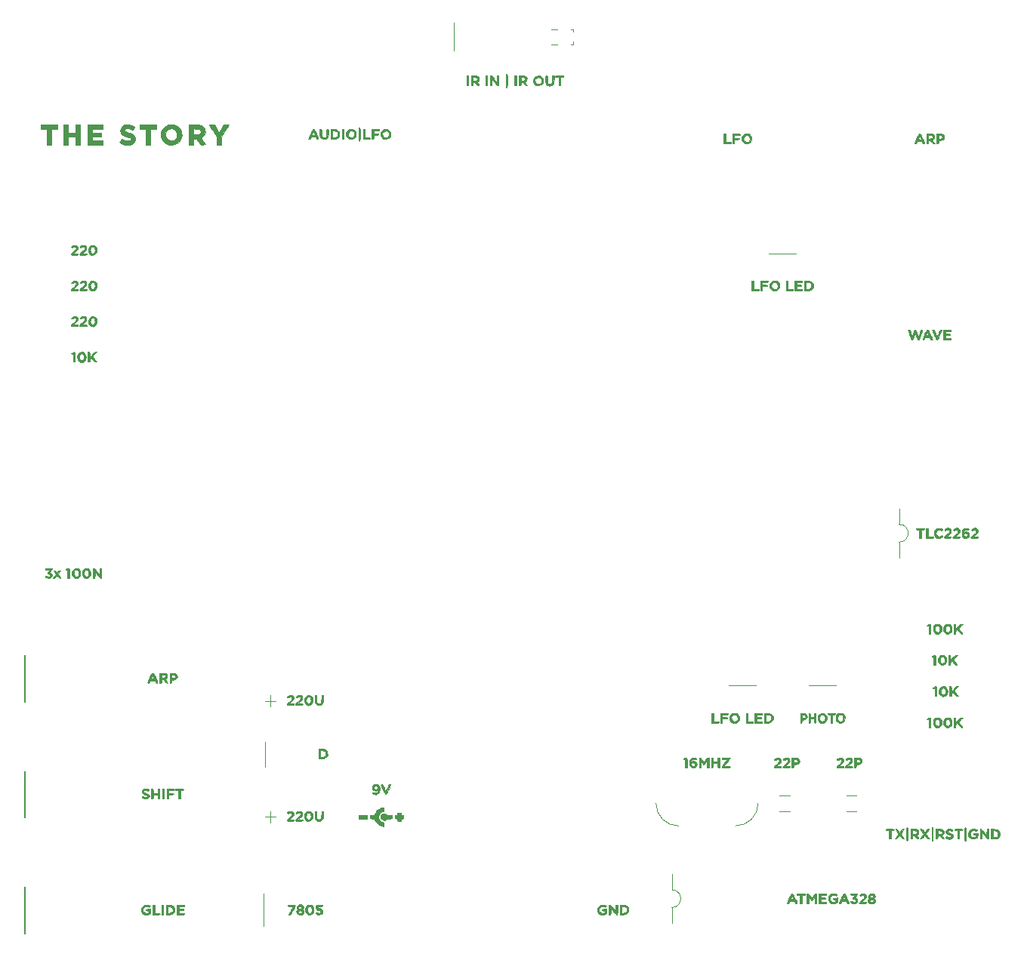
<source format=gbr>
G04 #@! TF.FileFunction,Legend,Top*
%FSLAX46Y46*%
G04 Gerber Fmt 4.6, Leading zero omitted, Abs format (unit mm)*
G04 Created by KiCad (PCBNEW 4.0.6) date 12/17/17 22:53:38*
%MOMM*%
%LPD*%
G01*
G04 APERTURE LIST*
%ADD10C,0.100000*%
%ADD11C,0.120000*%
%ADD12C,0.150000*%
%ADD13C,0.010000*%
G04 APERTURE END LIST*
D10*
D11*
X104080000Y-50639000D02*
X104811000Y-50639000D01*
X106270000Y-50639000D02*
X106580000Y-50639000D01*
X104080000Y-52361000D02*
X104811000Y-52361000D01*
X106270000Y-52361000D02*
X106580000Y-52361000D01*
X106580000Y-50639000D02*
X106580000Y-50945000D01*
X106580000Y-52055000D02*
X106580000Y-52361000D01*
X137163000Y-136639000D02*
X138337000Y-136639000D01*
X137163000Y-138361000D02*
X138337000Y-138361000D01*
X129663000Y-136639000D02*
X130837000Y-136639000D01*
X129663000Y-138361000D02*
X130837000Y-138361000D01*
X117610000Y-147190000D02*
G75*
G02X117610000Y-149190000I0J-1000000D01*
G01*
X117610000Y-149190000D02*
X117610000Y-150960000D01*
X117610000Y-145420000D02*
X117610000Y-147190000D01*
X143110000Y-106190000D02*
G75*
G02X143110000Y-108190000I0J-1000000D01*
G01*
X143110000Y-108190000D02*
X143110000Y-109960000D01*
X143110000Y-104420000D02*
X143110000Y-106190000D01*
D12*
X45100000Y-126100000D02*
X45100000Y-120900000D01*
X45100000Y-139100000D02*
X45100000Y-133900000D01*
X45100000Y-152100000D02*
X45100000Y-146900000D01*
D11*
X72010000Y-133410000D02*
X72010000Y-130590000D01*
X71850000Y-151260000D02*
X71850000Y-147660000D01*
X132955000Y-124290000D02*
X136045000Y-124290000D01*
X127285000Y-137500000D02*
G75*
G02X124760000Y-140025000I-2525000J0D01*
G01*
X115835000Y-137500000D02*
G75*
G03X118360000Y-140025000I2525000J0D01*
G01*
X123955000Y-124290000D02*
X127045000Y-124290000D01*
X128455000Y-75790000D02*
X131545000Y-75790000D01*
X93210000Y-49955000D02*
X93210000Y-53045000D01*
X73200000Y-126000000D02*
X72000000Y-126000000D01*
X72600000Y-126650000D02*
X72600000Y-125350000D01*
X73200000Y-139000000D02*
X72000000Y-139000000D01*
X72600000Y-139650000D02*
X72600000Y-138350000D01*
D13*
G36*
X129384532Y-78902825D02*
X129542754Y-79020430D01*
X129650663Y-79190373D01*
X129690880Y-79360437D01*
X129672073Y-79574136D01*
X129585944Y-79754900D01*
X129446446Y-79891201D01*
X129267531Y-79971509D01*
X129063149Y-79984294D01*
X128961243Y-79963399D01*
X128789822Y-79871981D01*
X128658382Y-79722682D01*
X128579252Y-79537649D01*
X128570330Y-79415333D01*
X128772333Y-79415333D01*
X128806738Y-79592800D01*
X128902988Y-79720895D01*
X129050633Y-79788552D01*
X129132166Y-79796333D01*
X129293676Y-79761787D01*
X129388090Y-79692424D01*
X129474203Y-79551636D01*
X129495417Y-79386236D01*
X129451733Y-79225989D01*
X129388090Y-79138242D01*
X129248603Y-79048166D01*
X129099818Y-79029770D01*
X128960195Y-79074748D01*
X128848194Y-79174792D01*
X128782274Y-79321596D01*
X128772333Y-79415333D01*
X128570330Y-79415333D01*
X128564763Y-79339025D01*
X128576654Y-79272727D01*
X128652723Y-79115266D01*
X128783187Y-78974344D01*
X128938790Y-78879575D01*
X128977841Y-78866658D01*
X129191170Y-78848066D01*
X129384532Y-78902825D01*
X129384532Y-78902825D01*
G37*
X129384532Y-78902825D02*
X129542754Y-79020430D01*
X129650663Y-79190373D01*
X129690880Y-79360437D01*
X129672073Y-79574136D01*
X129585944Y-79754900D01*
X129446446Y-79891201D01*
X129267531Y-79971509D01*
X129063149Y-79984294D01*
X128961243Y-79963399D01*
X128789822Y-79871981D01*
X128658382Y-79722682D01*
X128579252Y-79537649D01*
X128570330Y-79415333D01*
X128772333Y-79415333D01*
X128806738Y-79592800D01*
X128902988Y-79720895D01*
X129050633Y-79788552D01*
X129132166Y-79796333D01*
X129293676Y-79761787D01*
X129388090Y-79692424D01*
X129474203Y-79551636D01*
X129495417Y-79386236D01*
X129451733Y-79225989D01*
X129388090Y-79138242D01*
X129248603Y-79048166D01*
X129099818Y-79029770D01*
X128960195Y-79074748D01*
X128848194Y-79174792D01*
X128782274Y-79321596D01*
X128772333Y-79415333D01*
X128570330Y-79415333D01*
X128564763Y-79339025D01*
X128576654Y-79272727D01*
X128652723Y-79115266D01*
X128783187Y-78974344D01*
X128938790Y-78879575D01*
X128977841Y-78866658D01*
X129191170Y-78848066D01*
X129384532Y-78902825D01*
G36*
X126782666Y-79796333D02*
X127079000Y-79796333D01*
X127234732Y-79798617D01*
X127323949Y-79808918D01*
X127364754Y-79832408D01*
X127375250Y-79874260D01*
X127375333Y-79881000D01*
X127369260Y-79920351D01*
X127340571Y-79945186D01*
X127273561Y-79958813D01*
X127152524Y-79964537D01*
X126973166Y-79965666D01*
X126571000Y-79965666D01*
X126571000Y-78865000D01*
X126782666Y-78865000D01*
X126782666Y-79796333D01*
X126782666Y-79796333D01*
G37*
X126782666Y-79796333D02*
X127079000Y-79796333D01*
X127234732Y-79798617D01*
X127323949Y-79808918D01*
X127364754Y-79832408D01*
X127375250Y-79874260D01*
X127375333Y-79881000D01*
X127369260Y-79920351D01*
X127340571Y-79945186D01*
X127273561Y-79958813D01*
X127152524Y-79964537D01*
X126973166Y-79965666D01*
X126571000Y-79965666D01*
X126571000Y-78865000D01*
X126782666Y-78865000D01*
X126782666Y-79796333D01*
G36*
X128160674Y-78866162D02*
X128284017Y-78871691D01*
X128353353Y-78884652D01*
X128384005Y-78908111D01*
X128391298Y-78945132D01*
X128391333Y-78949666D01*
X128383834Y-78992955D01*
X128349640Y-79018355D01*
X128271206Y-79030543D01*
X128130985Y-79034200D01*
X128073833Y-79034333D01*
X127756333Y-79034333D01*
X127756333Y-79330666D01*
X128031500Y-79330666D01*
X128180415Y-79333305D01*
X128263439Y-79345059D01*
X128299280Y-79371685D01*
X128306666Y-79415333D01*
X128298090Y-79461153D01*
X128259889Y-79486699D01*
X128173356Y-79497727D01*
X128031500Y-79500000D01*
X127756333Y-79500000D01*
X127756333Y-79732833D01*
X127753586Y-79866181D01*
X127739065Y-79935615D01*
X127703355Y-79961852D01*
X127650500Y-79965666D01*
X127544666Y-79965666D01*
X127544666Y-78865000D01*
X127968000Y-78865000D01*
X128160674Y-78866162D01*
X128160674Y-78866162D01*
G37*
X128160674Y-78866162D02*
X128284017Y-78871691D01*
X128353353Y-78884652D01*
X128384005Y-78908111D01*
X128391298Y-78945132D01*
X128391333Y-78949666D01*
X128383834Y-78992955D01*
X128349640Y-79018355D01*
X128271206Y-79030543D01*
X128130985Y-79034200D01*
X128073833Y-79034333D01*
X127756333Y-79034333D01*
X127756333Y-79330666D01*
X128031500Y-79330666D01*
X128180415Y-79333305D01*
X128263439Y-79345059D01*
X128299280Y-79371685D01*
X128306666Y-79415333D01*
X128298090Y-79461153D01*
X128259889Y-79486699D01*
X128173356Y-79497727D01*
X128031500Y-79500000D01*
X127756333Y-79500000D01*
X127756333Y-79732833D01*
X127753586Y-79866181D01*
X127739065Y-79935615D01*
X127703355Y-79961852D01*
X127650500Y-79965666D01*
X127544666Y-79965666D01*
X127544666Y-78865000D01*
X127968000Y-78865000D01*
X128160674Y-78866162D01*
G36*
X130635000Y-79796333D02*
X130931333Y-79796333D01*
X131087065Y-79798617D01*
X131176282Y-79808918D01*
X131217087Y-79832408D01*
X131227584Y-79874260D01*
X131227666Y-79881000D01*
X131221593Y-79920351D01*
X131192905Y-79945186D01*
X131125894Y-79958813D01*
X131004857Y-79964537D01*
X130825500Y-79965666D01*
X130423333Y-79965666D01*
X130423333Y-78865000D01*
X130635000Y-78865000D01*
X130635000Y-79796333D01*
X130635000Y-79796333D01*
G37*
X130635000Y-79796333D02*
X130931333Y-79796333D01*
X131087065Y-79798617D01*
X131176282Y-79808918D01*
X131217087Y-79832408D01*
X131227584Y-79874260D01*
X131227666Y-79881000D01*
X131221593Y-79920351D01*
X131192905Y-79945186D01*
X131125894Y-79958813D01*
X131004857Y-79964537D01*
X130825500Y-79965666D01*
X130423333Y-79965666D01*
X130423333Y-78865000D01*
X130635000Y-78865000D01*
X130635000Y-79796333D01*
G36*
X132013008Y-78866162D02*
X132136351Y-78871691D01*
X132205686Y-78884652D01*
X132236338Y-78908111D01*
X132243632Y-78945132D01*
X132243666Y-78949666D01*
X132236167Y-78992955D01*
X132201973Y-79018355D01*
X132123539Y-79030543D01*
X131983318Y-79034200D01*
X131926166Y-79034333D01*
X131608666Y-79034333D01*
X131608666Y-79330666D01*
X131883833Y-79330666D01*
X132032749Y-79333305D01*
X132115773Y-79345059D01*
X132151614Y-79371685D01*
X132159000Y-79415333D01*
X132150423Y-79461153D01*
X132112223Y-79486699D01*
X132025689Y-79497727D01*
X131883833Y-79500000D01*
X131608666Y-79500000D01*
X131608666Y-79796333D01*
X131926166Y-79796333D01*
X132088500Y-79798333D01*
X132183748Y-79807451D01*
X132229455Y-79828367D01*
X132243168Y-79865759D01*
X132243666Y-79881000D01*
X132237856Y-79919534D01*
X132210209Y-79944203D01*
X132145402Y-79958070D01*
X132028108Y-79964201D01*
X131843005Y-79965659D01*
X131820333Y-79965666D01*
X131397000Y-79965666D01*
X131397000Y-78865000D01*
X131820333Y-78865000D01*
X132013008Y-78866162D01*
X132013008Y-78866162D01*
G37*
X132013008Y-78866162D02*
X132136351Y-78871691D01*
X132205686Y-78884652D01*
X132236338Y-78908111D01*
X132243632Y-78945132D01*
X132243666Y-78949666D01*
X132236167Y-78992955D01*
X132201973Y-79018355D01*
X132123539Y-79030543D01*
X131983318Y-79034200D01*
X131926166Y-79034333D01*
X131608666Y-79034333D01*
X131608666Y-79330666D01*
X131883833Y-79330666D01*
X132032749Y-79333305D01*
X132115773Y-79345059D01*
X132151614Y-79371685D01*
X132159000Y-79415333D01*
X132150423Y-79461153D01*
X132112223Y-79486699D01*
X132025689Y-79497727D01*
X131883833Y-79500000D01*
X131608666Y-79500000D01*
X131608666Y-79796333D01*
X131926166Y-79796333D01*
X132088500Y-79798333D01*
X132183748Y-79807451D01*
X132229455Y-79828367D01*
X132243168Y-79865759D01*
X132243666Y-79881000D01*
X132237856Y-79919534D01*
X132210209Y-79944203D01*
X132145402Y-79958070D01*
X132028108Y-79964201D01*
X131843005Y-79965659D01*
X131820333Y-79965666D01*
X131397000Y-79965666D01*
X131397000Y-78865000D01*
X131820333Y-78865000D01*
X132013008Y-78866162D01*
G36*
X132998147Y-78886249D02*
X133198754Y-78952181D01*
X133341852Y-79066071D01*
X133385581Y-79127035D01*
X133456725Y-79314945D01*
X133457359Y-79509224D01*
X133393606Y-79689286D01*
X133271589Y-79834545D01*
X133154266Y-79904714D01*
X133032584Y-79937407D01*
X132867113Y-79959529D01*
X132731859Y-79965666D01*
X132455333Y-79965666D01*
X132455333Y-79034333D01*
X132667000Y-79034333D01*
X132667000Y-79796333D01*
X132817268Y-79796333D01*
X132959175Y-79778002D01*
X133087305Y-79734399D01*
X133195945Y-79655296D01*
X133248351Y-79546362D01*
X133259666Y-79415333D01*
X133250567Y-79300968D01*
X133233369Y-79226729D01*
X133162847Y-79143981D01*
X133036631Y-79076793D01*
X132883664Y-79038547D01*
X132817268Y-79034333D01*
X132667000Y-79034333D01*
X132455333Y-79034333D01*
X132455333Y-78865000D01*
X132731859Y-78865000D01*
X132998147Y-78886249D01*
X132998147Y-78886249D01*
G37*
X132998147Y-78886249D02*
X133198754Y-78952181D01*
X133341852Y-79066071D01*
X133385581Y-79127035D01*
X133456725Y-79314945D01*
X133457359Y-79509224D01*
X133393606Y-79689286D01*
X133271589Y-79834545D01*
X133154266Y-79904714D01*
X133032584Y-79937407D01*
X132867113Y-79959529D01*
X132731859Y-79965666D01*
X132455333Y-79965666D01*
X132455333Y-79034333D01*
X132667000Y-79034333D01*
X132667000Y-79796333D01*
X132817268Y-79796333D01*
X132959175Y-79778002D01*
X133087305Y-79734399D01*
X133195945Y-79655296D01*
X133248351Y-79546362D01*
X133259666Y-79415333D01*
X133250567Y-79300968D01*
X133233369Y-79226729D01*
X133162847Y-79143981D01*
X133036631Y-79076793D01*
X132883664Y-79038547D01*
X132817268Y-79034333D01*
X132667000Y-79034333D01*
X132455333Y-79034333D01*
X132455333Y-78865000D01*
X132731859Y-78865000D01*
X132998147Y-78886249D01*
G36*
X124884532Y-127402825D02*
X125042754Y-127520430D01*
X125150663Y-127690373D01*
X125190880Y-127860437D01*
X125172073Y-128074136D01*
X125085944Y-128254900D01*
X124946446Y-128391201D01*
X124767531Y-128471509D01*
X124563149Y-128484294D01*
X124461243Y-128463399D01*
X124289822Y-128371981D01*
X124158382Y-128222682D01*
X124079252Y-128037649D01*
X124070330Y-127915333D01*
X124272333Y-127915333D01*
X124306738Y-128092800D01*
X124402988Y-128220895D01*
X124550633Y-128288552D01*
X124632166Y-128296333D01*
X124793676Y-128261787D01*
X124888090Y-128192424D01*
X124974203Y-128051636D01*
X124995417Y-127886236D01*
X124951733Y-127725989D01*
X124888090Y-127638242D01*
X124748603Y-127548166D01*
X124599818Y-127529770D01*
X124460195Y-127574748D01*
X124348194Y-127674792D01*
X124282274Y-127821596D01*
X124272333Y-127915333D01*
X124070330Y-127915333D01*
X124064763Y-127839025D01*
X124076654Y-127772727D01*
X124152723Y-127615266D01*
X124283187Y-127474344D01*
X124438790Y-127379575D01*
X124477841Y-127366658D01*
X124691170Y-127348066D01*
X124884532Y-127402825D01*
X124884532Y-127402825D01*
G37*
X124884532Y-127402825D02*
X125042754Y-127520430D01*
X125150663Y-127690373D01*
X125190880Y-127860437D01*
X125172073Y-128074136D01*
X125085944Y-128254900D01*
X124946446Y-128391201D01*
X124767531Y-128471509D01*
X124563149Y-128484294D01*
X124461243Y-128463399D01*
X124289822Y-128371981D01*
X124158382Y-128222682D01*
X124079252Y-128037649D01*
X124070330Y-127915333D01*
X124272333Y-127915333D01*
X124306738Y-128092800D01*
X124402988Y-128220895D01*
X124550633Y-128288552D01*
X124632166Y-128296333D01*
X124793676Y-128261787D01*
X124888090Y-128192424D01*
X124974203Y-128051636D01*
X124995417Y-127886236D01*
X124951733Y-127725989D01*
X124888090Y-127638242D01*
X124748603Y-127548166D01*
X124599818Y-127529770D01*
X124460195Y-127574748D01*
X124348194Y-127674792D01*
X124282274Y-127821596D01*
X124272333Y-127915333D01*
X124070330Y-127915333D01*
X124064763Y-127839025D01*
X124076654Y-127772727D01*
X124152723Y-127615266D01*
X124283187Y-127474344D01*
X124438790Y-127379575D01*
X124477841Y-127366658D01*
X124691170Y-127348066D01*
X124884532Y-127402825D01*
G36*
X122282666Y-128296333D02*
X122579000Y-128296333D01*
X122734732Y-128298617D01*
X122823949Y-128308918D01*
X122864754Y-128332408D01*
X122875250Y-128374260D01*
X122875333Y-128381000D01*
X122869260Y-128420351D01*
X122840571Y-128445186D01*
X122773561Y-128458813D01*
X122652524Y-128464537D01*
X122473166Y-128465666D01*
X122071000Y-128465666D01*
X122071000Y-127365000D01*
X122282666Y-127365000D01*
X122282666Y-128296333D01*
X122282666Y-128296333D01*
G37*
X122282666Y-128296333D02*
X122579000Y-128296333D01*
X122734732Y-128298617D01*
X122823949Y-128308918D01*
X122864754Y-128332408D01*
X122875250Y-128374260D01*
X122875333Y-128381000D01*
X122869260Y-128420351D01*
X122840571Y-128445186D01*
X122773561Y-128458813D01*
X122652524Y-128464537D01*
X122473166Y-128465666D01*
X122071000Y-128465666D01*
X122071000Y-127365000D01*
X122282666Y-127365000D01*
X122282666Y-128296333D01*
G36*
X123660674Y-127366162D02*
X123784017Y-127371691D01*
X123853353Y-127384652D01*
X123884005Y-127408111D01*
X123891298Y-127445132D01*
X123891333Y-127449666D01*
X123883834Y-127492955D01*
X123849640Y-127518355D01*
X123771206Y-127530543D01*
X123630985Y-127534200D01*
X123573833Y-127534333D01*
X123256333Y-127534333D01*
X123256333Y-127830666D01*
X123531500Y-127830666D01*
X123680415Y-127833305D01*
X123763439Y-127845059D01*
X123799280Y-127871685D01*
X123806666Y-127915333D01*
X123798090Y-127961153D01*
X123759889Y-127986699D01*
X123673356Y-127997727D01*
X123531500Y-128000000D01*
X123256333Y-128000000D01*
X123256333Y-128232833D01*
X123253586Y-128366181D01*
X123239065Y-128435615D01*
X123203355Y-128461852D01*
X123150500Y-128465666D01*
X123044666Y-128465666D01*
X123044666Y-127365000D01*
X123468000Y-127365000D01*
X123660674Y-127366162D01*
X123660674Y-127366162D01*
G37*
X123660674Y-127366162D02*
X123784017Y-127371691D01*
X123853353Y-127384652D01*
X123884005Y-127408111D01*
X123891298Y-127445132D01*
X123891333Y-127449666D01*
X123883834Y-127492955D01*
X123849640Y-127518355D01*
X123771206Y-127530543D01*
X123630985Y-127534200D01*
X123573833Y-127534333D01*
X123256333Y-127534333D01*
X123256333Y-127830666D01*
X123531500Y-127830666D01*
X123680415Y-127833305D01*
X123763439Y-127845059D01*
X123799280Y-127871685D01*
X123806666Y-127915333D01*
X123798090Y-127961153D01*
X123759889Y-127986699D01*
X123673356Y-127997727D01*
X123531500Y-128000000D01*
X123256333Y-128000000D01*
X123256333Y-128232833D01*
X123253586Y-128366181D01*
X123239065Y-128435615D01*
X123203355Y-128461852D01*
X123150500Y-128465666D01*
X123044666Y-128465666D01*
X123044666Y-127365000D01*
X123468000Y-127365000D01*
X123660674Y-127366162D01*
G36*
X126135000Y-128296333D02*
X126431333Y-128296333D01*
X126587065Y-128298617D01*
X126676282Y-128308918D01*
X126717087Y-128332408D01*
X126727584Y-128374260D01*
X126727666Y-128381000D01*
X126721593Y-128420351D01*
X126692905Y-128445186D01*
X126625894Y-128458813D01*
X126504857Y-128464537D01*
X126325500Y-128465666D01*
X125923333Y-128465666D01*
X125923333Y-127365000D01*
X126135000Y-127365000D01*
X126135000Y-128296333D01*
X126135000Y-128296333D01*
G37*
X126135000Y-128296333D02*
X126431333Y-128296333D01*
X126587065Y-128298617D01*
X126676282Y-128308918D01*
X126717087Y-128332408D01*
X126727584Y-128374260D01*
X126727666Y-128381000D01*
X126721593Y-128420351D01*
X126692905Y-128445186D01*
X126625894Y-128458813D01*
X126504857Y-128464537D01*
X126325500Y-128465666D01*
X125923333Y-128465666D01*
X125923333Y-127365000D01*
X126135000Y-127365000D01*
X126135000Y-128296333D01*
G36*
X127513008Y-127366162D02*
X127636351Y-127371691D01*
X127705686Y-127384652D01*
X127736338Y-127408111D01*
X127743632Y-127445132D01*
X127743666Y-127449666D01*
X127736167Y-127492955D01*
X127701973Y-127518355D01*
X127623539Y-127530543D01*
X127483318Y-127534200D01*
X127426166Y-127534333D01*
X127108666Y-127534333D01*
X127108666Y-127830666D01*
X127383833Y-127830666D01*
X127532749Y-127833305D01*
X127615773Y-127845059D01*
X127651614Y-127871685D01*
X127659000Y-127915333D01*
X127650423Y-127961153D01*
X127612223Y-127986699D01*
X127525689Y-127997727D01*
X127383833Y-128000000D01*
X127108666Y-128000000D01*
X127108666Y-128296333D01*
X127426166Y-128296333D01*
X127588500Y-128298333D01*
X127683748Y-128307451D01*
X127729455Y-128328367D01*
X127743168Y-128365759D01*
X127743666Y-128381000D01*
X127737856Y-128419534D01*
X127710209Y-128444203D01*
X127645402Y-128458070D01*
X127528108Y-128464201D01*
X127343005Y-128465659D01*
X127320333Y-128465666D01*
X126897000Y-128465666D01*
X126897000Y-127365000D01*
X127320333Y-127365000D01*
X127513008Y-127366162D01*
X127513008Y-127366162D01*
G37*
X127513008Y-127366162D02*
X127636351Y-127371691D01*
X127705686Y-127384652D01*
X127736338Y-127408111D01*
X127743632Y-127445132D01*
X127743666Y-127449666D01*
X127736167Y-127492955D01*
X127701973Y-127518355D01*
X127623539Y-127530543D01*
X127483318Y-127534200D01*
X127426166Y-127534333D01*
X127108666Y-127534333D01*
X127108666Y-127830666D01*
X127383833Y-127830666D01*
X127532749Y-127833305D01*
X127615773Y-127845059D01*
X127651614Y-127871685D01*
X127659000Y-127915333D01*
X127650423Y-127961153D01*
X127612223Y-127986699D01*
X127525689Y-127997727D01*
X127383833Y-128000000D01*
X127108666Y-128000000D01*
X127108666Y-128296333D01*
X127426166Y-128296333D01*
X127588500Y-128298333D01*
X127683748Y-128307451D01*
X127729455Y-128328367D01*
X127743168Y-128365759D01*
X127743666Y-128381000D01*
X127737856Y-128419534D01*
X127710209Y-128444203D01*
X127645402Y-128458070D01*
X127528108Y-128464201D01*
X127343005Y-128465659D01*
X127320333Y-128465666D01*
X126897000Y-128465666D01*
X126897000Y-127365000D01*
X127320333Y-127365000D01*
X127513008Y-127366162D01*
G36*
X128498147Y-127386249D02*
X128698754Y-127452181D01*
X128841852Y-127566071D01*
X128885581Y-127627035D01*
X128956725Y-127814945D01*
X128957359Y-128009224D01*
X128893606Y-128189286D01*
X128771589Y-128334545D01*
X128654266Y-128404714D01*
X128532584Y-128437407D01*
X128367113Y-128459529D01*
X128231859Y-128465666D01*
X127955333Y-128465666D01*
X127955333Y-127534333D01*
X128167000Y-127534333D01*
X128167000Y-128296333D01*
X128317268Y-128296333D01*
X128459175Y-128278002D01*
X128587305Y-128234399D01*
X128695945Y-128155296D01*
X128748351Y-128046362D01*
X128759666Y-127915333D01*
X128750567Y-127800968D01*
X128733369Y-127726729D01*
X128662847Y-127643981D01*
X128536631Y-127576793D01*
X128383664Y-127538547D01*
X128317268Y-127534333D01*
X128167000Y-127534333D01*
X127955333Y-127534333D01*
X127955333Y-127365000D01*
X128231859Y-127365000D01*
X128498147Y-127386249D01*
X128498147Y-127386249D01*
G37*
X128498147Y-127386249D02*
X128698754Y-127452181D01*
X128841852Y-127566071D01*
X128885581Y-127627035D01*
X128956725Y-127814945D01*
X128957359Y-128009224D01*
X128893606Y-128189286D01*
X128771589Y-128334545D01*
X128654266Y-128404714D01*
X128532584Y-128437407D01*
X128367113Y-128459529D01*
X128231859Y-128465666D01*
X127955333Y-128465666D01*
X127955333Y-127534333D01*
X128167000Y-127534333D01*
X128167000Y-128296333D01*
X128317268Y-128296333D01*
X128459175Y-128278002D01*
X128587305Y-128234399D01*
X128695945Y-128155296D01*
X128748351Y-128046362D01*
X128759666Y-127915333D01*
X128750567Y-127800968D01*
X128733369Y-127726729D01*
X128662847Y-127643981D01*
X128536631Y-127576793D01*
X128383664Y-127538547D01*
X128317268Y-127534333D01*
X128167000Y-127534333D01*
X127955333Y-127534333D01*
X127955333Y-127365000D01*
X128231859Y-127365000D01*
X128498147Y-127386249D01*
G36*
X56803241Y-61343561D02*
X57024722Y-61396606D01*
X57206032Y-61475883D01*
X57307434Y-61554717D01*
X57346959Y-61607446D01*
X57349575Y-61658869D01*
X57310710Y-61735981D01*
X57264660Y-61807195D01*
X57197744Y-61906902D01*
X57154009Y-61969394D01*
X57145125Y-61980156D01*
X57108102Y-61962655D01*
X57017825Y-61917703D01*
X56931909Y-61874323D01*
X56736571Y-61798623D01*
X56559176Y-61772657D01*
X56413522Y-61794168D01*
X56313405Y-61860896D01*
X56272622Y-61970586D01*
X56272334Y-61982270D01*
X56293605Y-62044313D01*
X56363987Y-62103546D01*
X56493332Y-62165265D01*
X56691492Y-62234772D01*
X56809267Y-62271058D01*
X57082414Y-62375890D01*
X57277515Y-62505978D01*
X57398697Y-62666194D01*
X57450091Y-62861410D01*
X57446582Y-63023037D01*
X57393028Y-63233350D01*
X57278991Y-63396253D01*
X57093573Y-63526824D01*
X57075802Y-63536083D01*
X56889825Y-63598631D01*
X56662581Y-63628452D01*
X56431940Y-63622921D01*
X56272059Y-63591779D01*
X56112129Y-63528607D01*
X55935220Y-63437939D01*
X55788861Y-63344311D01*
X55780995Y-63338286D01*
X55691823Y-63268877D01*
X55849685Y-63085587D01*
X55949727Y-62982404D01*
X56016265Y-62941885D01*
X56036979Y-62949920D01*
X56122893Y-63027012D01*
X56265741Y-63095467D01*
X56437804Y-63145065D01*
X56611364Y-63165583D01*
X56622014Y-63165667D01*
X56795645Y-63152133D01*
X56899613Y-63107085D01*
X56945197Y-63023854D01*
X56949667Y-62971883D01*
X56941490Y-62907224D01*
X56908050Y-62855499D01*
X56835980Y-62808650D01*
X56711915Y-62758621D01*
X56522490Y-62697354D01*
X56465368Y-62679947D01*
X56238940Y-62602931D01*
X56077832Y-62526464D01*
X55963249Y-62441415D01*
X55952122Y-62430589D01*
X55830448Y-62255000D01*
X55781425Y-62056782D01*
X55802503Y-61852204D01*
X55891133Y-61657540D01*
X56044766Y-61489061D01*
X56106751Y-61443660D01*
X56226348Y-61374497D01*
X56341414Y-61338175D01*
X56488847Y-61325085D01*
X56565575Y-61324202D01*
X56803241Y-61343561D01*
X56803241Y-61343561D01*
G37*
X56803241Y-61343561D02*
X57024722Y-61396606D01*
X57206032Y-61475883D01*
X57307434Y-61554717D01*
X57346959Y-61607446D01*
X57349575Y-61658869D01*
X57310710Y-61735981D01*
X57264660Y-61807195D01*
X57197744Y-61906902D01*
X57154009Y-61969394D01*
X57145125Y-61980156D01*
X57108102Y-61962655D01*
X57017825Y-61917703D01*
X56931909Y-61874323D01*
X56736571Y-61798623D01*
X56559176Y-61772657D01*
X56413522Y-61794168D01*
X56313405Y-61860896D01*
X56272622Y-61970586D01*
X56272334Y-61982270D01*
X56293605Y-62044313D01*
X56363987Y-62103546D01*
X56493332Y-62165265D01*
X56691492Y-62234772D01*
X56809267Y-62271058D01*
X57082414Y-62375890D01*
X57277515Y-62505978D01*
X57398697Y-62666194D01*
X57450091Y-62861410D01*
X57446582Y-63023037D01*
X57393028Y-63233350D01*
X57278991Y-63396253D01*
X57093573Y-63526824D01*
X57075802Y-63536083D01*
X56889825Y-63598631D01*
X56662581Y-63628452D01*
X56431940Y-63622921D01*
X56272059Y-63591779D01*
X56112129Y-63528607D01*
X55935220Y-63437939D01*
X55788861Y-63344311D01*
X55780995Y-63338286D01*
X55691823Y-63268877D01*
X55849685Y-63085587D01*
X55949727Y-62982404D01*
X56016265Y-62941885D01*
X56036979Y-62949920D01*
X56122893Y-63027012D01*
X56265741Y-63095467D01*
X56437804Y-63145065D01*
X56611364Y-63165583D01*
X56622014Y-63165667D01*
X56795645Y-63152133D01*
X56899613Y-63107085D01*
X56945197Y-63023854D01*
X56949667Y-62971883D01*
X56941490Y-62907224D01*
X56908050Y-62855499D01*
X56835980Y-62808650D01*
X56711915Y-62758621D01*
X56522490Y-62697354D01*
X56465368Y-62679947D01*
X56238940Y-62602931D01*
X56077832Y-62526464D01*
X55963249Y-62441415D01*
X55952122Y-62430589D01*
X55830448Y-62255000D01*
X55781425Y-62056782D01*
X55802503Y-61852204D01*
X55891133Y-61657540D01*
X56044766Y-61489061D01*
X56106751Y-61443660D01*
X56226348Y-61374497D01*
X56341414Y-61338175D01*
X56488847Y-61325085D01*
X56565575Y-61324202D01*
X56803241Y-61343561D01*
G36*
X61724443Y-61351728D02*
X61995669Y-61438641D01*
X62240435Y-61587204D01*
X62444727Y-61795232D01*
X62548069Y-61959167D01*
X62611516Y-62137481D01*
X62649909Y-62367194D01*
X62654495Y-62424833D01*
X62660930Y-62590055D01*
X62649522Y-62711763D01*
X62612124Y-62827523D01*
X62540590Y-62974900D01*
X62531386Y-62992554D01*
X62352194Y-63250495D01*
X62123577Y-63445751D01*
X61857581Y-63573859D01*
X61566253Y-63630357D01*
X61261639Y-63610780D01*
X61037877Y-63545916D01*
X60777057Y-63402745D01*
X60571950Y-63206741D01*
X60425232Y-62971066D01*
X60339581Y-62708885D01*
X60326706Y-62546950D01*
X60845712Y-62546950D01*
X60892447Y-62753884D01*
X60994686Y-62937774D01*
X61136344Y-63069573D01*
X61320840Y-63146401D01*
X61535339Y-63163471D01*
X61748580Y-63119458D01*
X61800352Y-63097660D01*
X61960434Y-62976558D01*
X62075931Y-62793212D01*
X62137913Y-62562170D01*
X62140063Y-62544168D01*
X62127298Y-62306857D01*
X62039682Y-62097750D01*
X61884642Y-61930771D01*
X61777280Y-61863917D01*
X61594689Y-61790307D01*
X61435197Y-61776772D01*
X61263046Y-61822520D01*
X61196067Y-61851081D01*
X61029660Y-61969037D01*
X60915207Y-62136411D01*
X60853595Y-62335087D01*
X60845712Y-62546950D01*
X60326706Y-62546950D01*
X60317673Y-62433359D01*
X60362185Y-62157653D01*
X60475794Y-61894931D01*
X60655245Y-61664244D01*
X60892158Y-61482723D01*
X61158673Y-61371585D01*
X61440773Y-61328648D01*
X61724443Y-61351728D01*
X61724443Y-61351728D01*
G37*
X61724443Y-61351728D02*
X61995669Y-61438641D01*
X62240435Y-61587204D01*
X62444727Y-61795232D01*
X62548069Y-61959167D01*
X62611516Y-62137481D01*
X62649909Y-62367194D01*
X62654495Y-62424833D01*
X62660930Y-62590055D01*
X62649522Y-62711763D01*
X62612124Y-62827523D01*
X62540590Y-62974900D01*
X62531386Y-62992554D01*
X62352194Y-63250495D01*
X62123577Y-63445751D01*
X61857581Y-63573859D01*
X61566253Y-63630357D01*
X61261639Y-63610780D01*
X61037877Y-63545916D01*
X60777057Y-63402745D01*
X60571950Y-63206741D01*
X60425232Y-62971066D01*
X60339581Y-62708885D01*
X60326706Y-62546950D01*
X60845712Y-62546950D01*
X60892447Y-62753884D01*
X60994686Y-62937774D01*
X61136344Y-63069573D01*
X61320840Y-63146401D01*
X61535339Y-63163471D01*
X61748580Y-63119458D01*
X61800352Y-63097660D01*
X61960434Y-62976558D01*
X62075931Y-62793212D01*
X62137913Y-62562170D01*
X62140063Y-62544168D01*
X62127298Y-62306857D01*
X62039682Y-62097750D01*
X61884642Y-61930771D01*
X61777280Y-61863917D01*
X61594689Y-61790307D01*
X61435197Y-61776772D01*
X61263046Y-61822520D01*
X61196067Y-61851081D01*
X61029660Y-61969037D01*
X60915207Y-62136411D01*
X60853595Y-62335087D01*
X60845712Y-62546950D01*
X60326706Y-62546950D01*
X60317673Y-62433359D01*
X60362185Y-62157653D01*
X60475794Y-61894931D01*
X60655245Y-61664244D01*
X60892158Y-61482723D01*
X61158673Y-61371585D01*
X61440773Y-61328648D01*
X61724443Y-61351728D01*
G36*
X48694667Y-61811000D02*
X48017334Y-61811000D01*
X48017334Y-63589000D01*
X47509334Y-63589000D01*
X47509334Y-61811000D01*
X46827576Y-61811000D01*
X46840371Y-61588750D01*
X46853167Y-61366500D01*
X48694667Y-61343682D01*
X48694667Y-61811000D01*
X48694667Y-61811000D01*
G37*
X48694667Y-61811000D02*
X48017334Y-61811000D01*
X48017334Y-63589000D01*
X47509334Y-63589000D01*
X47509334Y-61811000D01*
X46827576Y-61811000D01*
X46840371Y-61588750D01*
X46853167Y-61366500D01*
X48694667Y-61343682D01*
X48694667Y-61811000D01*
G36*
X51255834Y-61366500D02*
X51278406Y-63589000D01*
X50769000Y-63589000D01*
X50769000Y-62700000D01*
X49880000Y-62700000D01*
X49880000Y-63589000D01*
X49370594Y-63589000D01*
X49381881Y-62477750D01*
X49393167Y-61366500D01*
X49636584Y-61353804D01*
X49880000Y-61341108D01*
X49880000Y-62234333D01*
X50769000Y-62234333D01*
X50769000Y-61341108D01*
X51255834Y-61366500D01*
X51255834Y-61366500D01*
G37*
X51255834Y-61366500D02*
X51278406Y-63589000D01*
X50769000Y-63589000D01*
X50769000Y-62700000D01*
X49880000Y-62700000D01*
X49880000Y-63589000D01*
X49370594Y-63589000D01*
X49381881Y-62477750D01*
X49393167Y-61366500D01*
X49636584Y-61353804D01*
X49880000Y-61341108D01*
X49880000Y-62234333D01*
X50769000Y-62234333D01*
X50769000Y-61341108D01*
X51255834Y-61366500D01*
G36*
X52959750Y-61355022D02*
X53795834Y-61366500D01*
X53808629Y-61588750D01*
X53821425Y-61811000D01*
X52631667Y-61811000D01*
X52631667Y-62234333D01*
X53647667Y-62234333D01*
X53647667Y-62700000D01*
X52631667Y-62700000D01*
X52631667Y-63123333D01*
X53817000Y-63123333D01*
X53817000Y-63589000D01*
X52123667Y-63589000D01*
X52123667Y-61343543D01*
X52959750Y-61355022D01*
X52959750Y-61355022D01*
G37*
X52959750Y-61355022D02*
X53795834Y-61366500D01*
X53808629Y-61588750D01*
X53821425Y-61811000D01*
X52631667Y-61811000D01*
X52631667Y-62234333D01*
X53647667Y-62234333D01*
X53647667Y-62700000D01*
X52631667Y-62700000D01*
X52631667Y-63123333D01*
X53817000Y-63123333D01*
X53817000Y-63589000D01*
X52123667Y-63589000D01*
X52123667Y-61343543D01*
X52959750Y-61355022D01*
G36*
X59807167Y-61366500D02*
X59819962Y-61588750D01*
X59832758Y-61811000D01*
X59151000Y-61811000D01*
X59151000Y-63589000D01*
X58643000Y-63589000D01*
X58643000Y-61811000D01*
X57965667Y-61811000D01*
X57965667Y-61343682D01*
X59807167Y-61366500D01*
X59807167Y-61366500D01*
G37*
X59807167Y-61366500D02*
X59819962Y-61588750D01*
X59832758Y-61811000D01*
X59151000Y-61811000D01*
X59151000Y-63589000D01*
X58643000Y-63589000D01*
X58643000Y-61811000D01*
X57965667Y-61811000D01*
X57965667Y-61343682D01*
X59807167Y-61366500D01*
G36*
X64546470Y-61364337D02*
X64726526Y-61391705D01*
X64868152Y-61438103D01*
X64986561Y-61506537D01*
X65054471Y-61560897D01*
X65200607Y-61739921D01*
X65274179Y-61958695D01*
X65278990Y-62200089D01*
X65224033Y-62425306D01*
X65101600Y-62607907D01*
X64959853Y-62725849D01*
X64828658Y-62815199D01*
X65080162Y-63176663D01*
X65184359Y-63328715D01*
X65267499Y-63454415D01*
X65319385Y-63538076D01*
X65331667Y-63563563D01*
X65293092Y-63576657D01*
X65192362Y-63585838D01*
X65063075Y-63589000D01*
X64794482Y-63589000D01*
X64336834Y-62914442D01*
X64135750Y-62913054D01*
X63934667Y-62911667D01*
X63934667Y-63589000D01*
X63425261Y-63589000D01*
X63436547Y-62477750D01*
X63436869Y-62446000D01*
X63934667Y-62446000D01*
X64233783Y-62446000D01*
X64398088Y-62439252D01*
X64539265Y-62421578D01*
X64625367Y-62397329D01*
X64727473Y-62324794D01*
X64772626Y-62228989D01*
X64780685Y-62126008D01*
X64768892Y-61998893D01*
X64723223Y-61912713D01*
X64630500Y-61859041D01*
X64477547Y-61829449D01*
X64297913Y-61817239D01*
X63934667Y-61802312D01*
X63934667Y-62446000D01*
X63436869Y-62446000D01*
X63447834Y-61366500D01*
X64010209Y-61354678D01*
X64312769Y-61352996D01*
X64546470Y-61364337D01*
X64546470Y-61364337D01*
G37*
X64546470Y-61364337D02*
X64726526Y-61391705D01*
X64868152Y-61438103D01*
X64986561Y-61506537D01*
X65054471Y-61560897D01*
X65200607Y-61739921D01*
X65274179Y-61958695D01*
X65278990Y-62200089D01*
X65224033Y-62425306D01*
X65101600Y-62607907D01*
X64959853Y-62725849D01*
X64828658Y-62815199D01*
X65080162Y-63176663D01*
X65184359Y-63328715D01*
X65267499Y-63454415D01*
X65319385Y-63538076D01*
X65331667Y-63563563D01*
X65293092Y-63576657D01*
X65192362Y-63585838D01*
X65063075Y-63589000D01*
X64794482Y-63589000D01*
X64336834Y-62914442D01*
X64135750Y-62913054D01*
X63934667Y-62911667D01*
X63934667Y-63589000D01*
X63425261Y-63589000D01*
X63436547Y-62477750D01*
X63436869Y-62446000D01*
X63934667Y-62446000D01*
X64233783Y-62446000D01*
X64398088Y-62439252D01*
X64539265Y-62421578D01*
X64625367Y-62397329D01*
X64727473Y-62324794D01*
X64772626Y-62228989D01*
X64780685Y-62126008D01*
X64768892Y-61998893D01*
X64723223Y-61912713D01*
X64630500Y-61859041D01*
X64477547Y-61829449D01*
X64297913Y-61817239D01*
X63934667Y-61802312D01*
X63934667Y-62446000D01*
X63436869Y-62446000D01*
X63447834Y-61366500D01*
X64010209Y-61354678D01*
X64312769Y-61352996D01*
X64546470Y-61364337D01*
G36*
X66558081Y-61794446D02*
X66668544Y-61981306D01*
X66746013Y-62103698D01*
X66798598Y-62171171D01*
X66834413Y-62193276D01*
X66861568Y-62179561D01*
X66872714Y-62164862D01*
X66916520Y-62096114D01*
X66991876Y-61974674D01*
X67086560Y-61820325D01*
X67150233Y-61715750D01*
X67375106Y-61345333D01*
X67644553Y-61345333D01*
X67783062Y-61348041D01*
X67880299Y-61355115D01*
X67914000Y-61364244D01*
X67892249Y-61404161D01*
X67831764Y-61503753D01*
X67739696Y-61651542D01*
X67623193Y-61836050D01*
X67490667Y-62043833D01*
X67067334Y-62704511D01*
X67067334Y-63589000D01*
X66559334Y-63589000D01*
X66559046Y-63133917D01*
X66558759Y-62678833D01*
X66156879Y-62046083D01*
X66026980Y-61839726D01*
X65914568Y-61657647D01*
X65826957Y-61511984D01*
X65771463Y-61414869D01*
X65755000Y-61379333D01*
X65793583Y-61361889D01*
X65894393Y-61349624D01*
X66025548Y-61345333D01*
X66296095Y-61345333D01*
X66558081Y-61794446D01*
X66558081Y-61794446D01*
G37*
X66558081Y-61794446D02*
X66668544Y-61981306D01*
X66746013Y-62103698D01*
X66798598Y-62171171D01*
X66834413Y-62193276D01*
X66861568Y-62179561D01*
X66872714Y-62164862D01*
X66916520Y-62096114D01*
X66991876Y-61974674D01*
X67086560Y-61820325D01*
X67150233Y-61715750D01*
X67375106Y-61345333D01*
X67644553Y-61345333D01*
X67783062Y-61348041D01*
X67880299Y-61355115D01*
X67914000Y-61364244D01*
X67892249Y-61404161D01*
X67831764Y-61503753D01*
X67739696Y-61651542D01*
X67623193Y-61836050D01*
X67490667Y-62043833D01*
X67067334Y-62704511D01*
X67067334Y-63589000D01*
X66559334Y-63589000D01*
X66559046Y-63133917D01*
X66558759Y-62678833D01*
X66156879Y-62046083D01*
X66026980Y-61839726D01*
X65914568Y-61657647D01*
X65826957Y-61511984D01*
X65771463Y-61414869D01*
X65755000Y-61379333D01*
X65793583Y-61361889D01*
X65894393Y-61349624D01*
X66025548Y-61345333D01*
X66296095Y-61345333D01*
X66558081Y-61794446D01*
G36*
X144010293Y-140198955D02*
X144032467Y-140216656D01*
X144047047Y-140260523D01*
X144055228Y-140342309D01*
X144058201Y-140473769D01*
X144057160Y-140666654D01*
X144053416Y-140925374D01*
X144048448Y-141191749D01*
X144042380Y-141385236D01*
X144033854Y-141517616D01*
X144021514Y-141600668D01*
X144004004Y-141646170D01*
X143979967Y-141665903D01*
X143967750Y-141669311D01*
X143941074Y-141668599D01*
X143921671Y-141647161D01*
X143908397Y-141593729D01*
X143900106Y-141497035D01*
X143895656Y-141345812D01*
X143893902Y-141128794D01*
X143893666Y-140939604D01*
X143894068Y-140672431D01*
X143896165Y-140478287D01*
X143901300Y-140345533D01*
X143910810Y-140262532D01*
X143926038Y-140217645D01*
X143948322Y-140199236D01*
X143979003Y-140195666D01*
X143979332Y-140195666D01*
X144010293Y-140198955D01*
X144010293Y-140198955D01*
G37*
X144010293Y-140198955D02*
X144032467Y-140216656D01*
X144047047Y-140260523D01*
X144055228Y-140342309D01*
X144058201Y-140473769D01*
X144057160Y-140666654D01*
X144053416Y-140925374D01*
X144048448Y-141191749D01*
X144042380Y-141385236D01*
X144033854Y-141517616D01*
X144021514Y-141600668D01*
X144004004Y-141646170D01*
X143979967Y-141665903D01*
X143967750Y-141669311D01*
X143941074Y-141668599D01*
X143921671Y-141647161D01*
X143908397Y-141593729D01*
X143900106Y-141497035D01*
X143895656Y-141345812D01*
X143893902Y-141128794D01*
X143893666Y-140939604D01*
X143894068Y-140672431D01*
X143896165Y-140478287D01*
X143901300Y-140345533D01*
X143910810Y-140262532D01*
X143926038Y-140217645D01*
X143948322Y-140199236D01*
X143979003Y-140195666D01*
X143979332Y-140195666D01*
X144010293Y-140198955D01*
G36*
X146846626Y-140198955D02*
X146868800Y-140216656D01*
X146883381Y-140260523D01*
X146891561Y-140342309D01*
X146894534Y-140473769D01*
X146893493Y-140666654D01*
X146889749Y-140925374D01*
X146884782Y-141191749D01*
X146878713Y-141385236D01*
X146870187Y-141517616D01*
X146857847Y-141600668D01*
X146840337Y-141646170D01*
X146816300Y-141665903D01*
X146804083Y-141669311D01*
X146777408Y-141668599D01*
X146758005Y-141647161D01*
X146744730Y-141593729D01*
X146736440Y-141497035D01*
X146731989Y-141345812D01*
X146730236Y-141128794D01*
X146730000Y-140939604D01*
X146730401Y-140672431D01*
X146732499Y-140478287D01*
X146737633Y-140345533D01*
X146747144Y-140262532D01*
X146762371Y-140217645D01*
X146784655Y-140199236D01*
X146815336Y-140195666D01*
X146815666Y-140195666D01*
X146846626Y-140198955D01*
X146846626Y-140198955D01*
G37*
X146846626Y-140198955D02*
X146868800Y-140216656D01*
X146883381Y-140260523D01*
X146891561Y-140342309D01*
X146894534Y-140473769D01*
X146893493Y-140666654D01*
X146889749Y-140925374D01*
X146884782Y-141191749D01*
X146878713Y-141385236D01*
X146870187Y-141517616D01*
X146857847Y-141600668D01*
X146840337Y-141646170D01*
X146816300Y-141665903D01*
X146804083Y-141669311D01*
X146777408Y-141668599D01*
X146758005Y-141647161D01*
X146744730Y-141593729D01*
X146736440Y-141497035D01*
X146731989Y-141345812D01*
X146730236Y-141128794D01*
X146730000Y-140939604D01*
X146730401Y-140672431D01*
X146732499Y-140478287D01*
X146737633Y-140345533D01*
X146747144Y-140262532D01*
X146762371Y-140217645D01*
X146784655Y-140199236D01*
X146815336Y-140195666D01*
X146815666Y-140195666D01*
X146846626Y-140198955D01*
G36*
X150528133Y-140199355D02*
X150550255Y-140218190D01*
X150565366Y-140263829D01*
X150574797Y-140347927D01*
X150579881Y-140482139D01*
X150581948Y-140678123D01*
X150582333Y-140936500D01*
X150581089Y-141213218D01*
X150576852Y-141415227D01*
X150568866Y-141552455D01*
X150556375Y-141634831D01*
X150538622Y-141672282D01*
X150525888Y-141677333D01*
X150453891Y-141658528D01*
X150441222Y-141649111D01*
X150431879Y-141599393D01*
X150423841Y-141479563D01*
X150417665Y-141304174D01*
X150413903Y-141087777D01*
X150413000Y-140908277D01*
X150413451Y-140647541D01*
X150415747Y-140459588D01*
X150421299Y-140332537D01*
X150431519Y-140254506D01*
X150447818Y-140213613D01*
X150471609Y-140197976D01*
X150497666Y-140195666D01*
X150528133Y-140199355D01*
X150528133Y-140199355D01*
G37*
X150528133Y-140199355D02*
X150550255Y-140218190D01*
X150565366Y-140263829D01*
X150574797Y-140347927D01*
X150579881Y-140482139D01*
X150581948Y-140678123D01*
X150582333Y-140936500D01*
X150581089Y-141213218D01*
X150576852Y-141415227D01*
X150568866Y-141552455D01*
X150556375Y-141634831D01*
X150538622Y-141672282D01*
X150525888Y-141677333D01*
X150453891Y-141658528D01*
X150441222Y-141649111D01*
X150431879Y-141599393D01*
X150423841Y-141479563D01*
X150417665Y-141304174D01*
X150413903Y-141087777D01*
X150413000Y-140908277D01*
X150413451Y-140647541D01*
X150415747Y-140459588D01*
X150421299Y-140332537D01*
X150431519Y-140254506D01*
X150447818Y-140213613D01*
X150471609Y-140197976D01*
X150497666Y-140195666D01*
X150528133Y-140199355D01*
G36*
X148842752Y-140356151D02*
X148973262Y-140390436D01*
X149063727Y-140434302D01*
X149081357Y-140452671D01*
X149086385Y-140521069D01*
X149036190Y-140573513D01*
X148959870Y-140586385D01*
X148929671Y-140575777D01*
X148819312Y-140541156D01*
X148693674Y-140534610D01*
X148584480Y-140554166D01*
X148523454Y-140597853D01*
X148522049Y-140601115D01*
X148528199Y-140684245D01*
X148615502Y-140757813D01*
X148785534Y-140823115D01*
X148796176Y-140826169D01*
X148987531Y-140907615D01*
X149104076Y-141020989D01*
X149143000Y-141161954D01*
X149105105Y-141299091D01*
X149003159Y-141405273D01*
X148854769Y-141471911D01*
X148677544Y-141490418D01*
X148523907Y-141463914D01*
X148387256Y-141402932D01*
X148319020Y-141328469D01*
X148326501Y-141249509D01*
X148337365Y-141234401D01*
X148384737Y-141195605D01*
X148442934Y-141209868D01*
X148487479Y-141237149D01*
X148608890Y-141280939D01*
X148748180Y-141288498D01*
X148860304Y-141268728D01*
X148911890Y-141224791D01*
X148923144Y-141184114D01*
X148917969Y-141126858D01*
X148871246Y-141083051D01*
X148765455Y-141039232D01*
X148711477Y-141021480D01*
X148528864Y-140942038D01*
X148389629Y-140839586D01*
X148309513Y-140727651D01*
X148296333Y-140664681D01*
X148332036Y-140552108D01*
X148421453Y-140441533D01*
X148538040Y-140361929D01*
X148589640Y-140344498D01*
X148704208Y-140338491D01*
X148842752Y-140356151D01*
X148842752Y-140356151D01*
G37*
X148842752Y-140356151D02*
X148973262Y-140390436D01*
X149063727Y-140434302D01*
X149081357Y-140452671D01*
X149086385Y-140521069D01*
X149036190Y-140573513D01*
X148959870Y-140586385D01*
X148929671Y-140575777D01*
X148819312Y-140541156D01*
X148693674Y-140534610D01*
X148584480Y-140554166D01*
X148523454Y-140597853D01*
X148522049Y-140601115D01*
X148528199Y-140684245D01*
X148615502Y-140757813D01*
X148785534Y-140823115D01*
X148796176Y-140826169D01*
X148987531Y-140907615D01*
X149104076Y-141020989D01*
X149143000Y-141161954D01*
X149105105Y-141299091D01*
X149003159Y-141405273D01*
X148854769Y-141471911D01*
X148677544Y-141490418D01*
X148523907Y-141463914D01*
X148387256Y-141402932D01*
X148319020Y-141328469D01*
X148326501Y-141249509D01*
X148337365Y-141234401D01*
X148384737Y-141195605D01*
X148442934Y-141209868D01*
X148487479Y-141237149D01*
X148608890Y-141280939D01*
X148748180Y-141288498D01*
X148860304Y-141268728D01*
X148911890Y-141224791D01*
X148923144Y-141184114D01*
X148917969Y-141126858D01*
X148871246Y-141083051D01*
X148765455Y-141039232D01*
X148711477Y-141021480D01*
X148528864Y-140942038D01*
X148389629Y-140839586D01*
X148309513Y-140727651D01*
X148296333Y-140664681D01*
X148332036Y-140552108D01*
X148421453Y-140441533D01*
X148538040Y-140361929D01*
X148589640Y-140344498D01*
X148704208Y-140338491D01*
X148842752Y-140356151D01*
G36*
X151672032Y-140387042D02*
X151810000Y-140448287D01*
X151850436Y-140487332D01*
X151826860Y-140534627D01*
X151804355Y-140558101D01*
X151730103Y-140603746D01*
X151648388Y-140580799D01*
X151505542Y-140538504D01*
X151348717Y-140541833D01*
X151215069Y-140587862D01*
X151176076Y-140617923D01*
X151082338Y-140759443D01*
X151052682Y-140915221D01*
X151080600Y-141065921D01*
X151159588Y-141192209D01*
X151283138Y-141274752D01*
X151404370Y-141296333D01*
X151561949Y-141283953D01*
X151650422Y-141242322D01*
X151682305Y-141164701D01*
X151683000Y-141146319D01*
X151666613Y-141075042D01*
X151601544Y-141042254D01*
X151545416Y-141034432D01*
X151445767Y-141011196D01*
X151409402Y-140958592D01*
X151407833Y-140936500D01*
X151418775Y-140887633D01*
X151464584Y-140859621D01*
X151564735Y-140844674D01*
X151651250Y-140839137D01*
X151894666Y-140826441D01*
X151894666Y-141081466D01*
X151891346Y-141225773D01*
X151875209Y-141310520D01*
X151836989Y-141360738D01*
X151778250Y-141395980D01*
X151543992Y-141474160D01*
X151309074Y-141475031D01*
X151267484Y-141466528D01*
X151081914Y-141382849D01*
X150947349Y-141242714D01*
X150871936Y-141062686D01*
X150863821Y-140859325D01*
X150899795Y-140719041D01*
X151012902Y-140527587D01*
X151179388Y-140400976D01*
X151328805Y-140352163D01*
X151491536Y-140349429D01*
X151672032Y-140387042D01*
X151672032Y-140387042D01*
G37*
X151672032Y-140387042D02*
X151810000Y-140448287D01*
X151850436Y-140487332D01*
X151826860Y-140534627D01*
X151804355Y-140558101D01*
X151730103Y-140603746D01*
X151648388Y-140580799D01*
X151505542Y-140538504D01*
X151348717Y-140541833D01*
X151215069Y-140587862D01*
X151176076Y-140617923D01*
X151082338Y-140759443D01*
X151052682Y-140915221D01*
X151080600Y-141065921D01*
X151159588Y-141192209D01*
X151283138Y-141274752D01*
X151404370Y-141296333D01*
X151561949Y-141283953D01*
X151650422Y-141242322D01*
X151682305Y-141164701D01*
X151683000Y-141146319D01*
X151666613Y-141075042D01*
X151601544Y-141042254D01*
X151545416Y-141034432D01*
X151445767Y-141011196D01*
X151409402Y-140958592D01*
X151407833Y-140936500D01*
X151418775Y-140887633D01*
X151464584Y-140859621D01*
X151564735Y-140844674D01*
X151651250Y-140839137D01*
X151894666Y-140826441D01*
X151894666Y-141081466D01*
X151891346Y-141225773D01*
X151875209Y-141310520D01*
X151836989Y-141360738D01*
X151778250Y-141395980D01*
X151543992Y-141474160D01*
X151309074Y-141475031D01*
X151267484Y-141466528D01*
X151081914Y-141382849D01*
X150947349Y-141242714D01*
X150871936Y-141062686D01*
X150863821Y-140859325D01*
X150899795Y-140719041D01*
X151012902Y-140527587D01*
X151179388Y-140400976D01*
X151328805Y-140352163D01*
X151491536Y-140349429D01*
X151672032Y-140387042D01*
G36*
X142234793Y-140365974D02*
X142368564Y-140370671D01*
X142446946Y-140381752D01*
X142484577Y-140401877D01*
X142496093Y-140433709D01*
X142496666Y-140449666D01*
X142482466Y-140505058D01*
X142425072Y-140529539D01*
X142327333Y-140534333D01*
X142158000Y-140534333D01*
X142158000Y-141465666D01*
X141946333Y-141465666D01*
X141946333Y-140534333D01*
X141755833Y-140534333D01*
X141636785Y-140528793D01*
X141580491Y-140505790D01*
X141565406Y-140455748D01*
X141565333Y-140449666D01*
X141570692Y-140412613D01*
X141596525Y-140388291D01*
X141657469Y-140374040D01*
X141768161Y-140367197D01*
X141943236Y-140365104D01*
X142031000Y-140365000D01*
X142234793Y-140365974D01*
X142234793Y-140365974D01*
G37*
X142234793Y-140365974D02*
X142368564Y-140370671D01*
X142446946Y-140381752D01*
X142484577Y-140401877D01*
X142496093Y-140433709D01*
X142496666Y-140449666D01*
X142482466Y-140505058D01*
X142425072Y-140529539D01*
X142327333Y-140534333D01*
X142158000Y-140534333D01*
X142158000Y-141465666D01*
X141946333Y-141465666D01*
X141946333Y-140534333D01*
X141755833Y-140534333D01*
X141636785Y-140528793D01*
X141580491Y-140505790D01*
X141565406Y-140455748D01*
X141565333Y-140449666D01*
X141570692Y-140412613D01*
X141596525Y-140388291D01*
X141657469Y-140374040D01*
X141768161Y-140367197D01*
X141943236Y-140365104D01*
X142031000Y-140365000D01*
X142234793Y-140365974D01*
G36*
X143454088Y-140635479D02*
X143261078Y-140905959D01*
X143379208Y-141069396D01*
X143469717Y-141197091D01*
X143552828Y-141318259D01*
X143573371Y-141349250D01*
X143649404Y-141465666D01*
X143541332Y-141465666D01*
X143454040Y-141441576D01*
X143362838Y-141360463D01*
X143296454Y-141275166D01*
X143217266Y-141170712D01*
X143157098Y-141101916D01*
X143135073Y-141085597D01*
X143099821Y-141118323D01*
X143035390Y-141201478D01*
X142983500Y-141276005D01*
X142894039Y-141393797D01*
X142816764Y-141451287D01*
X142736027Y-141465574D01*
X142615554Y-141465666D01*
X142769561Y-141264583D01*
X142888110Y-141106513D01*
X142957343Y-140994219D01*
X142979682Y-140906456D01*
X142957549Y-140821982D01*
X142893368Y-140719553D01*
X142840045Y-140646545D01*
X142753268Y-140526000D01*
X142690905Y-140433493D01*
X142666030Y-140388450D01*
X142666000Y-140387974D01*
X142702260Y-140370563D01*
X142769799Y-140365000D01*
X142855995Y-140391173D01*
X142947179Y-140477931D01*
X143004666Y-140555500D01*
X143079484Y-140660545D01*
X143133641Y-140729733D01*
X143150979Y-140746000D01*
X143180059Y-140713427D01*
X143238473Y-140629725D01*
X143286529Y-140555575D01*
X143371008Y-140437594D01*
X143444638Y-140379962D01*
X143526965Y-140365075D01*
X143647098Y-140365000D01*
X143454088Y-140635479D01*
X143454088Y-140635479D01*
G37*
X143454088Y-140635479D02*
X143261078Y-140905959D01*
X143379208Y-141069396D01*
X143469717Y-141197091D01*
X143552828Y-141318259D01*
X143573371Y-141349250D01*
X143649404Y-141465666D01*
X143541332Y-141465666D01*
X143454040Y-141441576D01*
X143362838Y-141360463D01*
X143296454Y-141275166D01*
X143217266Y-141170712D01*
X143157098Y-141101916D01*
X143135073Y-141085597D01*
X143099821Y-141118323D01*
X143035390Y-141201478D01*
X142983500Y-141276005D01*
X142894039Y-141393797D01*
X142816764Y-141451287D01*
X142736027Y-141465574D01*
X142615554Y-141465666D01*
X142769561Y-141264583D01*
X142888110Y-141106513D01*
X142957343Y-140994219D01*
X142979682Y-140906456D01*
X142957549Y-140821982D01*
X142893368Y-140719553D01*
X142840045Y-140646545D01*
X142753268Y-140526000D01*
X142690905Y-140433493D01*
X142666030Y-140388450D01*
X142666000Y-140387974D01*
X142702260Y-140370563D01*
X142769799Y-140365000D01*
X142855995Y-140391173D01*
X142947179Y-140477931D01*
X143004666Y-140555500D01*
X143079484Y-140660545D01*
X143133641Y-140729733D01*
X143150979Y-140746000D01*
X143180059Y-140713427D01*
X143238473Y-140629725D01*
X143286529Y-140555575D01*
X143371008Y-140437594D01*
X143444638Y-140379962D01*
X143526965Y-140365075D01*
X143647098Y-140365000D01*
X143454088Y-140635479D01*
G36*
X144872912Y-140368249D02*
X144990188Y-140381622D01*
X145072005Y-140410555D01*
X145142903Y-140460483D01*
X145148606Y-140465347D01*
X145245746Y-140596735D01*
X145271040Y-140746362D01*
X145224632Y-140890918D01*
X145145361Y-140980010D01*
X145025456Y-141075618D01*
X145130649Y-141217726D01*
X145222217Y-141344694D01*
X145265179Y-141418877D01*
X145262899Y-141454332D01*
X145218738Y-141465113D01*
X145189962Y-141465666D01*
X145102123Y-141439747D01*
X145008281Y-141353833D01*
X144947454Y-141275166D01*
X144851219Y-141156631D01*
X144769430Y-141098554D01*
X144690823Y-141084666D01*
X144617089Y-141090854D01*
X144582161Y-141124697D01*
X144571625Y-141209111D01*
X144571000Y-141275166D01*
X144566613Y-141392720D01*
X144545051Y-141448415D01*
X144493712Y-141464939D01*
X144465166Y-141465666D01*
X144359333Y-141465666D01*
X144359333Y-140915333D01*
X144571000Y-140915333D01*
X144758476Y-140915333D01*
X144908139Y-140898496D01*
X145007774Y-140853214D01*
X145012476Y-140848809D01*
X145077638Y-140746570D01*
X145063621Y-140657607D01*
X144975688Y-140589032D01*
X144819103Y-140547959D01*
X144787178Y-140544333D01*
X144571000Y-140523561D01*
X144571000Y-140915333D01*
X144359333Y-140915333D01*
X144359333Y-140365000D01*
X144695639Y-140365000D01*
X144872912Y-140368249D01*
X144872912Y-140368249D01*
G37*
X144872912Y-140368249D02*
X144990188Y-140381622D01*
X145072005Y-140410555D01*
X145142903Y-140460483D01*
X145148606Y-140465347D01*
X145245746Y-140596735D01*
X145271040Y-140746362D01*
X145224632Y-140890918D01*
X145145361Y-140980010D01*
X145025456Y-141075618D01*
X145130649Y-141217726D01*
X145222217Y-141344694D01*
X145265179Y-141418877D01*
X145262899Y-141454332D01*
X145218738Y-141465113D01*
X145189962Y-141465666D01*
X145102123Y-141439747D01*
X145008281Y-141353833D01*
X144947454Y-141275166D01*
X144851219Y-141156631D01*
X144769430Y-141098554D01*
X144690823Y-141084666D01*
X144617089Y-141090854D01*
X144582161Y-141124697D01*
X144571625Y-141209111D01*
X144571000Y-141275166D01*
X144566613Y-141392720D01*
X144545051Y-141448415D01*
X144493712Y-141464939D01*
X144465166Y-141465666D01*
X144359333Y-141465666D01*
X144359333Y-140915333D01*
X144571000Y-140915333D01*
X144758476Y-140915333D01*
X144908139Y-140898496D01*
X145007774Y-140853214D01*
X145012476Y-140848809D01*
X145077638Y-140746570D01*
X145063621Y-140657607D01*
X144975688Y-140589032D01*
X144819103Y-140547959D01*
X144787178Y-140544333D01*
X144571000Y-140523561D01*
X144571000Y-140915333D01*
X144359333Y-140915333D01*
X144359333Y-140365000D01*
X144695639Y-140365000D01*
X144872912Y-140368249D01*
G36*
X145572700Y-140365419D02*
X145658716Y-140382634D01*
X145738093Y-140444634D01*
X145825983Y-140558429D01*
X145959134Y-140751019D01*
X146097743Y-140558009D01*
X146208395Y-140427150D01*
X146302491Y-140369368D01*
X146335009Y-140365000D01*
X146411152Y-140373406D01*
X146433666Y-140387974D01*
X146410357Y-140431123D01*
X146349270Y-140522070D01*
X146264333Y-140640166D01*
X146178737Y-140759924D01*
X146117851Y-140852539D01*
X146095000Y-140897566D01*
X146117965Y-140943054D01*
X146178838Y-141038278D01*
X146265580Y-141164610D01*
X146287638Y-141195707D01*
X146480277Y-141465666D01*
X146355026Y-141465666D01*
X146269235Y-141451532D01*
X146197068Y-141397118D01*
X146115284Y-141284401D01*
X146109470Y-141275242D01*
X146037050Y-141168702D01*
X145980243Y-141099559D01*
X145959450Y-141084742D01*
X145920974Y-141116727D01*
X145853463Y-141199139D01*
X145798666Y-141275166D01*
X145701529Y-141397626D01*
X145617496Y-141455675D01*
X145558930Y-141465666D01*
X145450262Y-141465666D01*
X145526295Y-141349250D01*
X145599794Y-141240553D01*
X145691400Y-141109896D01*
X145720458Y-141069396D01*
X145838588Y-140905959D01*
X145452568Y-140364999D01*
X145572700Y-140365419D01*
X145572700Y-140365419D01*
G37*
X145572700Y-140365419D02*
X145658716Y-140382634D01*
X145738093Y-140444634D01*
X145825983Y-140558429D01*
X145959134Y-140751019D01*
X146097743Y-140558009D01*
X146208395Y-140427150D01*
X146302491Y-140369368D01*
X146335009Y-140365000D01*
X146411152Y-140373406D01*
X146433666Y-140387974D01*
X146410357Y-140431123D01*
X146349270Y-140522070D01*
X146264333Y-140640166D01*
X146178737Y-140759924D01*
X146117851Y-140852539D01*
X146095000Y-140897566D01*
X146117965Y-140943054D01*
X146178838Y-141038278D01*
X146265580Y-141164610D01*
X146287638Y-141195707D01*
X146480277Y-141465666D01*
X146355026Y-141465666D01*
X146269235Y-141451532D01*
X146197068Y-141397118D01*
X146115284Y-141284401D01*
X146109470Y-141275242D01*
X146037050Y-141168702D01*
X145980243Y-141099559D01*
X145959450Y-141084742D01*
X145920974Y-141116727D01*
X145853463Y-141199139D01*
X145798666Y-141275166D01*
X145701529Y-141397626D01*
X145617496Y-141455675D01*
X145558930Y-141465666D01*
X145450262Y-141465666D01*
X145526295Y-141349250D01*
X145599794Y-141240553D01*
X145691400Y-141109896D01*
X145720458Y-141069396D01*
X145838588Y-140905959D01*
X145452568Y-140364999D01*
X145572700Y-140365419D01*
G36*
X147709246Y-140368249D02*
X147826521Y-140381622D01*
X147908339Y-140410555D01*
X147979237Y-140460483D01*
X147984939Y-140465347D01*
X148082080Y-140596735D01*
X148107373Y-140746362D01*
X148060965Y-140890918D01*
X147981695Y-140980010D01*
X147861790Y-141075618D01*
X147966982Y-141217726D01*
X148058550Y-141344694D01*
X148101513Y-141418877D01*
X148099232Y-141454332D01*
X148055071Y-141465113D01*
X148026295Y-141465666D01*
X147938456Y-141439747D01*
X147844615Y-141353833D01*
X147783787Y-141275166D01*
X147687552Y-141156631D01*
X147605763Y-141098554D01*
X147527156Y-141084666D01*
X147453422Y-141090854D01*
X147418494Y-141124697D01*
X147407959Y-141209111D01*
X147407333Y-141275166D01*
X147402946Y-141392720D01*
X147381385Y-141448415D01*
X147330045Y-141464939D01*
X147301500Y-141465666D01*
X147195666Y-141465666D01*
X147195666Y-140915333D01*
X147407333Y-140915333D01*
X147594809Y-140915333D01*
X147744472Y-140898496D01*
X147844107Y-140853214D01*
X147848809Y-140848809D01*
X147913971Y-140746570D01*
X147899954Y-140657607D01*
X147812021Y-140589032D01*
X147655436Y-140547959D01*
X147623512Y-140544333D01*
X147407333Y-140523561D01*
X147407333Y-140915333D01*
X147195666Y-140915333D01*
X147195666Y-140365000D01*
X147531972Y-140365000D01*
X147709246Y-140368249D01*
X147709246Y-140368249D01*
G37*
X147709246Y-140368249D02*
X147826521Y-140381622D01*
X147908339Y-140410555D01*
X147979237Y-140460483D01*
X147984939Y-140465347D01*
X148082080Y-140596735D01*
X148107373Y-140746362D01*
X148060965Y-140890918D01*
X147981695Y-140980010D01*
X147861790Y-141075618D01*
X147966982Y-141217726D01*
X148058550Y-141344694D01*
X148101513Y-141418877D01*
X148099232Y-141454332D01*
X148055071Y-141465113D01*
X148026295Y-141465666D01*
X147938456Y-141439747D01*
X147844615Y-141353833D01*
X147783787Y-141275166D01*
X147687552Y-141156631D01*
X147605763Y-141098554D01*
X147527156Y-141084666D01*
X147453422Y-141090854D01*
X147418494Y-141124697D01*
X147407959Y-141209111D01*
X147407333Y-141275166D01*
X147402946Y-141392720D01*
X147381385Y-141448415D01*
X147330045Y-141464939D01*
X147301500Y-141465666D01*
X147195666Y-141465666D01*
X147195666Y-140915333D01*
X147407333Y-140915333D01*
X147594809Y-140915333D01*
X147744472Y-140898496D01*
X147844107Y-140853214D01*
X147848809Y-140848809D01*
X147913971Y-140746570D01*
X147899954Y-140657607D01*
X147812021Y-140589032D01*
X147655436Y-140547959D01*
X147623512Y-140544333D01*
X147407333Y-140523561D01*
X147407333Y-140915333D01*
X147195666Y-140915333D01*
X147195666Y-140365000D01*
X147531972Y-140365000D01*
X147709246Y-140368249D01*
G36*
X149939460Y-140365974D02*
X150073230Y-140370671D01*
X150151613Y-140381752D01*
X150189244Y-140401877D01*
X150200760Y-140433709D01*
X150201333Y-140449666D01*
X150188868Y-140502576D01*
X150137112Y-140527596D01*
X150024518Y-140534301D01*
X150010833Y-140534333D01*
X149820333Y-140534333D01*
X149820333Y-141465666D01*
X149608666Y-141465666D01*
X149608666Y-140534333D01*
X149439333Y-140534333D01*
X149328549Y-140527233D01*
X149279587Y-140498536D01*
X149270000Y-140449666D01*
X149275358Y-140412613D01*
X149301192Y-140388291D01*
X149362136Y-140374040D01*
X149472828Y-140367197D01*
X149647903Y-140365104D01*
X149735666Y-140365000D01*
X149939460Y-140365974D01*
X149939460Y-140365974D01*
G37*
X149939460Y-140365974D02*
X150073230Y-140370671D01*
X150151613Y-140381752D01*
X150189244Y-140401877D01*
X150200760Y-140433709D01*
X150201333Y-140449666D01*
X150188868Y-140502576D01*
X150137112Y-140527596D01*
X150024518Y-140534301D01*
X150010833Y-140534333D01*
X149820333Y-140534333D01*
X149820333Y-141465666D01*
X149608666Y-141465666D01*
X149608666Y-140534333D01*
X149439333Y-140534333D01*
X149328549Y-140527233D01*
X149279587Y-140498536D01*
X149270000Y-140449666D01*
X149275358Y-140412613D01*
X149301192Y-140388291D01*
X149362136Y-140374040D01*
X149472828Y-140367197D01*
X149647903Y-140365104D01*
X149735666Y-140365000D01*
X149939460Y-140365974D01*
G36*
X153122333Y-140915333D02*
X153121840Y-141139644D01*
X153118798Y-141292809D01*
X153110861Y-141388346D01*
X153095684Y-141439774D01*
X153070920Y-141460613D01*
X153034225Y-141464383D01*
X153027083Y-141464306D01*
X152961707Y-141440070D01*
X152873603Y-141363833D01*
X152754860Y-141227875D01*
X152656666Y-141102726D01*
X152381500Y-140742506D01*
X152369268Y-141104086D01*
X152362236Y-141278874D01*
X152352054Y-141385725D01*
X152333345Y-141441340D01*
X152300734Y-141462419D01*
X152252851Y-141465666D01*
X152148666Y-141465666D01*
X152148666Y-140915333D01*
X152149157Y-140691025D01*
X152152194Y-140537876D01*
X152160121Y-140442375D01*
X152175286Y-140391015D01*
X152200033Y-140370287D01*
X152236709Y-140366682D01*
X152243916Y-140366793D01*
X152308703Y-140391071D01*
X152395706Y-140467004D01*
X152512837Y-140602421D01*
X152614333Y-140733268D01*
X152889500Y-141097949D01*
X152901731Y-140731474D01*
X152908696Y-140555266D01*
X152918703Y-140447104D01*
X152937021Y-140390399D01*
X152968921Y-140368561D01*
X153018148Y-140365000D01*
X153122333Y-140365000D01*
X153122333Y-140915333D01*
X153122333Y-140915333D01*
G37*
X153122333Y-140915333D02*
X153121840Y-141139644D01*
X153118798Y-141292809D01*
X153110861Y-141388346D01*
X153095684Y-141439774D01*
X153070920Y-141460613D01*
X153034225Y-141464383D01*
X153027083Y-141464306D01*
X152961707Y-141440070D01*
X152873603Y-141363833D01*
X152754860Y-141227875D01*
X152656666Y-141102726D01*
X152381500Y-140742506D01*
X152369268Y-141104086D01*
X152362236Y-141278874D01*
X152352054Y-141385725D01*
X152333345Y-141441340D01*
X152300734Y-141462419D01*
X152252851Y-141465666D01*
X152148666Y-141465666D01*
X152148666Y-140915333D01*
X152149157Y-140691025D01*
X152152194Y-140537876D01*
X152160121Y-140442375D01*
X152175286Y-140391015D01*
X152200033Y-140370287D01*
X152236709Y-140366682D01*
X152243916Y-140366793D01*
X152308703Y-140391071D01*
X152395706Y-140467004D01*
X152512837Y-140602421D01*
X152614333Y-140733268D01*
X152889500Y-141097949D01*
X152901731Y-140731474D01*
X152908696Y-140555266D01*
X152918703Y-140447104D01*
X152937021Y-140390399D01*
X152968921Y-140368561D01*
X153018148Y-140365000D01*
X153122333Y-140365000D01*
X153122333Y-140915333D01*
G36*
X153919147Y-140386249D02*
X154119754Y-140452181D01*
X154262852Y-140566071D01*
X154306581Y-140627035D01*
X154377725Y-140814945D01*
X154378359Y-141009224D01*
X154314606Y-141189286D01*
X154192589Y-141334545D01*
X154075266Y-141404714D01*
X153953584Y-141437407D01*
X153788113Y-141459529D01*
X153652859Y-141465666D01*
X153376333Y-141465666D01*
X153376333Y-140534333D01*
X153588000Y-140534333D01*
X153588000Y-141296333D01*
X153738268Y-141296333D01*
X153880175Y-141278002D01*
X154008305Y-141234399D01*
X154101354Y-141169866D01*
X154154369Y-141103936D01*
X154177316Y-140981306D01*
X154175985Y-140833689D01*
X154154369Y-140726729D01*
X154083847Y-140643981D01*
X153957631Y-140576793D01*
X153804664Y-140538547D01*
X153738268Y-140534333D01*
X153588000Y-140534333D01*
X153376333Y-140534333D01*
X153376333Y-140365000D01*
X153652859Y-140365000D01*
X153919147Y-140386249D01*
X153919147Y-140386249D01*
G37*
X153919147Y-140386249D02*
X154119754Y-140452181D01*
X154262852Y-140566071D01*
X154306581Y-140627035D01*
X154377725Y-140814945D01*
X154378359Y-141009224D01*
X154314606Y-141189286D01*
X154192589Y-141334545D01*
X154075266Y-141404714D01*
X153953584Y-141437407D01*
X153788113Y-141459529D01*
X153652859Y-141465666D01*
X153376333Y-141465666D01*
X153376333Y-140534333D01*
X153588000Y-140534333D01*
X153588000Y-141296333D01*
X153738268Y-141296333D01*
X153880175Y-141278002D01*
X154008305Y-141234399D01*
X154101354Y-141169866D01*
X154154369Y-141103936D01*
X154177316Y-140981306D01*
X154175985Y-140833689D01*
X154154369Y-140726729D01*
X154083847Y-140643981D01*
X153957631Y-140576793D01*
X153804664Y-140538547D01*
X153738268Y-140534333D01*
X153588000Y-140534333D01*
X153376333Y-140534333D01*
X153376333Y-140365000D01*
X153652859Y-140365000D01*
X153919147Y-140386249D01*
G36*
X126247199Y-62402825D02*
X126405421Y-62520430D01*
X126513330Y-62690373D01*
X126553547Y-62860437D01*
X126534740Y-63074136D01*
X126448611Y-63254900D01*
X126309113Y-63391201D01*
X126130198Y-63471509D01*
X125925816Y-63484294D01*
X125823910Y-63463399D01*
X125652489Y-63371981D01*
X125521049Y-63222682D01*
X125441919Y-63037649D01*
X125432997Y-62915333D01*
X125635000Y-62915333D01*
X125669405Y-63092800D01*
X125765655Y-63220895D01*
X125913300Y-63288552D01*
X125994833Y-63296333D01*
X126156343Y-63261787D01*
X126250757Y-63192424D01*
X126336870Y-63051636D01*
X126358084Y-62886236D01*
X126314400Y-62725989D01*
X126250757Y-62638242D01*
X126111270Y-62548166D01*
X125962485Y-62529770D01*
X125822862Y-62574748D01*
X125710861Y-62674792D01*
X125644941Y-62821596D01*
X125635000Y-62915333D01*
X125432997Y-62915333D01*
X125427430Y-62839025D01*
X125439321Y-62772727D01*
X125515390Y-62615266D01*
X125645854Y-62474344D01*
X125801457Y-62379575D01*
X125840508Y-62366658D01*
X126053837Y-62348066D01*
X126247199Y-62402825D01*
X126247199Y-62402825D01*
G37*
X126247199Y-62402825D02*
X126405421Y-62520430D01*
X126513330Y-62690373D01*
X126553547Y-62860437D01*
X126534740Y-63074136D01*
X126448611Y-63254900D01*
X126309113Y-63391201D01*
X126130198Y-63471509D01*
X125925816Y-63484294D01*
X125823910Y-63463399D01*
X125652489Y-63371981D01*
X125521049Y-63222682D01*
X125441919Y-63037649D01*
X125432997Y-62915333D01*
X125635000Y-62915333D01*
X125669405Y-63092800D01*
X125765655Y-63220895D01*
X125913300Y-63288552D01*
X125994833Y-63296333D01*
X126156343Y-63261787D01*
X126250757Y-63192424D01*
X126336870Y-63051636D01*
X126358084Y-62886236D01*
X126314400Y-62725989D01*
X126250757Y-62638242D01*
X126111270Y-62548166D01*
X125962485Y-62529770D01*
X125822862Y-62574748D01*
X125710861Y-62674792D01*
X125644941Y-62821596D01*
X125635000Y-62915333D01*
X125432997Y-62915333D01*
X125427430Y-62839025D01*
X125439321Y-62772727D01*
X125515390Y-62615266D01*
X125645854Y-62474344D01*
X125801457Y-62379575D01*
X125840508Y-62366658D01*
X126053837Y-62348066D01*
X126247199Y-62402825D01*
G36*
X123645333Y-63296333D02*
X123941667Y-63296333D01*
X124097399Y-63298617D01*
X124186616Y-63308918D01*
X124227421Y-63332408D01*
X124237917Y-63374260D01*
X124238000Y-63381000D01*
X124231927Y-63420351D01*
X124203238Y-63445186D01*
X124136228Y-63458813D01*
X124015191Y-63464537D01*
X123835833Y-63465666D01*
X123433667Y-63465666D01*
X123433667Y-62365000D01*
X123645333Y-62365000D01*
X123645333Y-63296333D01*
X123645333Y-63296333D01*
G37*
X123645333Y-63296333D02*
X123941667Y-63296333D01*
X124097399Y-63298617D01*
X124186616Y-63308918D01*
X124227421Y-63332408D01*
X124237917Y-63374260D01*
X124238000Y-63381000D01*
X124231927Y-63420351D01*
X124203238Y-63445186D01*
X124136228Y-63458813D01*
X124015191Y-63464537D01*
X123835833Y-63465666D01*
X123433667Y-63465666D01*
X123433667Y-62365000D01*
X123645333Y-62365000D01*
X123645333Y-63296333D01*
G36*
X125023341Y-62366162D02*
X125146684Y-62371691D01*
X125216020Y-62384652D01*
X125246672Y-62408111D01*
X125253965Y-62445132D01*
X125254000Y-62449666D01*
X125246501Y-62492955D01*
X125212307Y-62518355D01*
X125133873Y-62530543D01*
X124993652Y-62534200D01*
X124936500Y-62534333D01*
X124619000Y-62534333D01*
X124619000Y-62830666D01*
X124894167Y-62830666D01*
X125043082Y-62833305D01*
X125126106Y-62845059D01*
X125161947Y-62871685D01*
X125169333Y-62915333D01*
X125160757Y-62961153D01*
X125122556Y-62986699D01*
X125036023Y-62997727D01*
X124894167Y-63000000D01*
X124619000Y-63000000D01*
X124619000Y-63232833D01*
X124616253Y-63366181D01*
X124601732Y-63435615D01*
X124566022Y-63461852D01*
X124513167Y-63465666D01*
X124407333Y-63465666D01*
X124407333Y-62365000D01*
X124830667Y-62365000D01*
X125023341Y-62366162D01*
X125023341Y-62366162D01*
G37*
X125023341Y-62366162D02*
X125146684Y-62371691D01*
X125216020Y-62384652D01*
X125246672Y-62408111D01*
X125253965Y-62445132D01*
X125254000Y-62449666D01*
X125246501Y-62492955D01*
X125212307Y-62518355D01*
X125133873Y-62530543D01*
X124993652Y-62534200D01*
X124936500Y-62534333D01*
X124619000Y-62534333D01*
X124619000Y-62830666D01*
X124894167Y-62830666D01*
X125043082Y-62833305D01*
X125126106Y-62845059D01*
X125161947Y-62871685D01*
X125169333Y-62915333D01*
X125160757Y-62961153D01*
X125122556Y-62986699D01*
X125036023Y-62997727D01*
X124894167Y-63000000D01*
X124619000Y-63000000D01*
X124619000Y-63232833D01*
X124616253Y-63366181D01*
X124601732Y-63435615D01*
X124566022Y-63461852D01*
X124513167Y-63465666D01*
X124407333Y-63465666D01*
X124407333Y-62365000D01*
X124830667Y-62365000D01*
X125023341Y-62366162D01*
G36*
X145391106Y-62373560D02*
X145440970Y-62390593D01*
X145489963Y-62437139D01*
X145546407Y-62525962D01*
X145618626Y-62669829D01*
X145699016Y-62845783D01*
X145802153Y-63077153D01*
X145873579Y-63242331D01*
X145916025Y-63352469D01*
X145932224Y-63418720D01*
X145924906Y-63452234D01*
X145896802Y-63464166D01*
X145850828Y-63465666D01*
X145763276Y-63440798D01*
X145707296Y-63353183D01*
X145702010Y-63338666D01*
X145673615Y-63270110D01*
X145633974Y-63232100D01*
X145560597Y-63215640D01*
X145430995Y-63211735D01*
X145384510Y-63211666D01*
X145236290Y-63213756D01*
X145150239Y-63226023D01*
X145103868Y-63257463D01*
X145074687Y-63317071D01*
X145067010Y-63338666D01*
X145014295Y-63433624D01*
X144932444Y-63465107D01*
X144914134Y-63465666D01*
X144843847Y-63460923D01*
X144826781Y-63430928D01*
X144854437Y-63352037D01*
X144864685Y-63328083D01*
X144993736Y-63028886D01*
X145020442Y-62967971D01*
X145243999Y-62967971D01*
X145282567Y-62994906D01*
X145378069Y-62999982D01*
X145398783Y-63000000D01*
X145567566Y-63000000D01*
X145473494Y-62806369D01*
X145379421Y-62612739D01*
X145307850Y-62774619D01*
X145254911Y-62900701D01*
X145243999Y-62967971D01*
X145020442Y-62967971D01*
X145094620Y-62798775D01*
X145172226Y-62628886D01*
X145231442Y-62510358D01*
X145277155Y-62434327D01*
X145314252Y-62391931D01*
X145347623Y-62374308D01*
X145382153Y-62372595D01*
X145391106Y-62373560D01*
X145391106Y-62373560D01*
G37*
X145391106Y-62373560D02*
X145440970Y-62390593D01*
X145489963Y-62437139D01*
X145546407Y-62525962D01*
X145618626Y-62669829D01*
X145699016Y-62845783D01*
X145802153Y-63077153D01*
X145873579Y-63242331D01*
X145916025Y-63352469D01*
X145932224Y-63418720D01*
X145924906Y-63452234D01*
X145896802Y-63464166D01*
X145850828Y-63465666D01*
X145763276Y-63440798D01*
X145707296Y-63353183D01*
X145702010Y-63338666D01*
X145673615Y-63270110D01*
X145633974Y-63232100D01*
X145560597Y-63215640D01*
X145430995Y-63211735D01*
X145384510Y-63211666D01*
X145236290Y-63213756D01*
X145150239Y-63226023D01*
X145103868Y-63257463D01*
X145074687Y-63317071D01*
X145067010Y-63338666D01*
X145014295Y-63433624D01*
X144932444Y-63465107D01*
X144914134Y-63465666D01*
X144843847Y-63460923D01*
X144826781Y-63430928D01*
X144854437Y-63352037D01*
X144864685Y-63328083D01*
X144993736Y-63028886D01*
X145020442Y-62967971D01*
X145243999Y-62967971D01*
X145282567Y-62994906D01*
X145378069Y-62999982D01*
X145398783Y-63000000D01*
X145567566Y-63000000D01*
X145473494Y-62806369D01*
X145379421Y-62612739D01*
X145307850Y-62774619D01*
X145254911Y-62900701D01*
X145243999Y-62967971D01*
X145020442Y-62967971D01*
X145094620Y-62798775D01*
X145172226Y-62628886D01*
X145231442Y-62510358D01*
X145277155Y-62434327D01*
X145314252Y-62391931D01*
X145347623Y-62374308D01*
X145382153Y-62372595D01*
X145391106Y-62373560D01*
G36*
X146524910Y-62371243D02*
X146706544Y-62381215D01*
X146824306Y-62396605D01*
X146898991Y-62422785D01*
X146951392Y-62465129D01*
X146969410Y-62486110D01*
X147042925Y-62635586D01*
X147040837Y-62792092D01*
X146965102Y-62932574D01*
X146928517Y-62967975D01*
X146806700Y-63070477D01*
X146950095Y-63268072D01*
X147093489Y-63465666D01*
X146969965Y-63465666D01*
X146884693Y-63451027D01*
X146812107Y-63395178D01*
X146729294Y-63280225D01*
X146726137Y-63275242D01*
X146640522Y-63156302D01*
X146565636Y-63098564D01*
X146489417Y-63084742D01*
X146417746Y-63091237D01*
X146383793Y-63126093D01*
X146373578Y-63212177D01*
X146373000Y-63275166D01*
X146368614Y-63392720D01*
X146347052Y-63448415D01*
X146295712Y-63464939D01*
X146267167Y-63465666D01*
X146161334Y-63465666D01*
X146161334Y-62724833D01*
X146373000Y-62724833D01*
X146373000Y-62915333D01*
X146555034Y-62915333D01*
X146679777Y-62904160D01*
X146771284Y-62876221D01*
X146787867Y-62864533D01*
X146834303Y-62769223D01*
X146824620Y-62661710D01*
X146763142Y-62581808D01*
X146756783Y-62578156D01*
X146658305Y-62547911D01*
X146531294Y-62534383D01*
X146523950Y-62534333D01*
X146431201Y-62538249D01*
X146387282Y-62565359D01*
X146373933Y-62638708D01*
X146373000Y-62724833D01*
X146161334Y-62724833D01*
X146161334Y-62356311D01*
X146524910Y-62371243D01*
X146524910Y-62371243D01*
G37*
X146524910Y-62371243D02*
X146706544Y-62381215D01*
X146824306Y-62396605D01*
X146898991Y-62422785D01*
X146951392Y-62465129D01*
X146969410Y-62486110D01*
X147042925Y-62635586D01*
X147040837Y-62792092D01*
X146965102Y-62932574D01*
X146928517Y-62967975D01*
X146806700Y-63070477D01*
X146950095Y-63268072D01*
X147093489Y-63465666D01*
X146969965Y-63465666D01*
X146884693Y-63451027D01*
X146812107Y-63395178D01*
X146729294Y-63280225D01*
X146726137Y-63275242D01*
X146640522Y-63156302D01*
X146565636Y-63098564D01*
X146489417Y-63084742D01*
X146417746Y-63091237D01*
X146383793Y-63126093D01*
X146373578Y-63212177D01*
X146373000Y-63275166D01*
X146368614Y-63392720D01*
X146347052Y-63448415D01*
X146295712Y-63464939D01*
X146267167Y-63465666D01*
X146161334Y-63465666D01*
X146161334Y-62724833D01*
X146373000Y-62724833D01*
X146373000Y-62915333D01*
X146555034Y-62915333D01*
X146679777Y-62904160D01*
X146771284Y-62876221D01*
X146787867Y-62864533D01*
X146834303Y-62769223D01*
X146824620Y-62661710D01*
X146763142Y-62581808D01*
X146756783Y-62578156D01*
X146658305Y-62547911D01*
X146531294Y-62534383D01*
X146523950Y-62534333D01*
X146431201Y-62538249D01*
X146387282Y-62565359D01*
X146373933Y-62638708D01*
X146373000Y-62724833D01*
X146161334Y-62724833D01*
X146161334Y-62356311D01*
X146524910Y-62371243D01*
G36*
X147763617Y-62369428D02*
X147874375Y-62387716D01*
X147958683Y-62427368D01*
X148020752Y-62474596D01*
X148125949Y-62611475D01*
X148152003Y-62770575D01*
X148105259Y-62921700D01*
X148021077Y-63007144D01*
X147883673Y-63078161D01*
X147724493Y-63120743D01*
X147644360Y-63127000D01*
X147562068Y-63133564D01*
X147525486Y-63169443D01*
X147516211Y-63258915D01*
X147516000Y-63296333D01*
X147510224Y-63405431D01*
X147482977Y-63453922D01*
X147419383Y-63465606D01*
X147410167Y-63465666D01*
X147304334Y-63465666D01*
X147304334Y-62724833D01*
X147516000Y-62724833D01*
X147519240Y-62841889D01*
X147540626Y-62897319D01*
X147597659Y-62914163D01*
X147660704Y-62915333D01*
X147780549Y-62908028D01*
X147870380Y-62890378D01*
X147872371Y-62889637D01*
X147924023Y-62829417D01*
X147939334Y-62742960D01*
X147904892Y-62624445D01*
X147801513Y-62554976D01*
X147645783Y-62534333D01*
X147565993Y-62539625D01*
X147528204Y-62570831D01*
X147516750Y-62650944D01*
X147516000Y-62724833D01*
X147304334Y-62724833D01*
X147304334Y-62365000D01*
X147597419Y-62365000D01*
X147763617Y-62369428D01*
X147763617Y-62369428D01*
G37*
X147763617Y-62369428D02*
X147874375Y-62387716D01*
X147958683Y-62427368D01*
X148020752Y-62474596D01*
X148125949Y-62611475D01*
X148152003Y-62770575D01*
X148105259Y-62921700D01*
X148021077Y-63007144D01*
X147883673Y-63078161D01*
X147724493Y-63120743D01*
X147644360Y-63127000D01*
X147562068Y-63133564D01*
X147525486Y-63169443D01*
X147516211Y-63258915D01*
X147516000Y-63296333D01*
X147510224Y-63405431D01*
X147482977Y-63453922D01*
X147419383Y-63465606D01*
X147410167Y-63465666D01*
X147304334Y-63465666D01*
X147304334Y-62724833D01*
X147516000Y-62724833D01*
X147519240Y-62841889D01*
X147540626Y-62897319D01*
X147597659Y-62914163D01*
X147660704Y-62915333D01*
X147780549Y-62908028D01*
X147870380Y-62890378D01*
X147872371Y-62889637D01*
X147924023Y-62829417D01*
X147939334Y-62742960D01*
X147904892Y-62624445D01*
X147801513Y-62554976D01*
X147645783Y-62534333D01*
X147565993Y-62539625D01*
X147528204Y-62570831D01*
X147516750Y-62650944D01*
X147516000Y-62724833D01*
X147304334Y-62724833D01*
X147304334Y-62365000D01*
X147597419Y-62365000D01*
X147763617Y-62369428D01*
G36*
X59391106Y-122873560D02*
X59440970Y-122890593D01*
X59489963Y-122937139D01*
X59546407Y-123025962D01*
X59618626Y-123169829D01*
X59699016Y-123345783D01*
X59802153Y-123577153D01*
X59873579Y-123742331D01*
X59916025Y-123852469D01*
X59932224Y-123918720D01*
X59924906Y-123952234D01*
X59896802Y-123964166D01*
X59850828Y-123965666D01*
X59763276Y-123940798D01*
X59707296Y-123853183D01*
X59702010Y-123838666D01*
X59673615Y-123770110D01*
X59633974Y-123732100D01*
X59560597Y-123715640D01*
X59430995Y-123711735D01*
X59384510Y-123711666D01*
X59236290Y-123713756D01*
X59150239Y-123726023D01*
X59103868Y-123757463D01*
X59074687Y-123817071D01*
X59067010Y-123838666D01*
X59014295Y-123933624D01*
X58932444Y-123965107D01*
X58914134Y-123965666D01*
X58843847Y-123960923D01*
X58826781Y-123930928D01*
X58854437Y-123852037D01*
X58864685Y-123828083D01*
X58993736Y-123528886D01*
X59020442Y-123467971D01*
X59243999Y-123467971D01*
X59282567Y-123494906D01*
X59378069Y-123499982D01*
X59398783Y-123500000D01*
X59567566Y-123500000D01*
X59473494Y-123306369D01*
X59379421Y-123112739D01*
X59307850Y-123274619D01*
X59254911Y-123400701D01*
X59243999Y-123467971D01*
X59020442Y-123467971D01*
X59094620Y-123298775D01*
X59172226Y-123128886D01*
X59231442Y-123010358D01*
X59277155Y-122934327D01*
X59314252Y-122891931D01*
X59347623Y-122874308D01*
X59382153Y-122872595D01*
X59391106Y-122873560D01*
X59391106Y-122873560D01*
G37*
X59391106Y-122873560D02*
X59440970Y-122890593D01*
X59489963Y-122937139D01*
X59546407Y-123025962D01*
X59618626Y-123169829D01*
X59699016Y-123345783D01*
X59802153Y-123577153D01*
X59873579Y-123742331D01*
X59916025Y-123852469D01*
X59932224Y-123918720D01*
X59924906Y-123952234D01*
X59896802Y-123964166D01*
X59850828Y-123965666D01*
X59763276Y-123940798D01*
X59707296Y-123853183D01*
X59702010Y-123838666D01*
X59673615Y-123770110D01*
X59633974Y-123732100D01*
X59560597Y-123715640D01*
X59430995Y-123711735D01*
X59384510Y-123711666D01*
X59236290Y-123713756D01*
X59150239Y-123726023D01*
X59103868Y-123757463D01*
X59074687Y-123817071D01*
X59067010Y-123838666D01*
X59014295Y-123933624D01*
X58932444Y-123965107D01*
X58914134Y-123965666D01*
X58843847Y-123960923D01*
X58826781Y-123930928D01*
X58854437Y-123852037D01*
X58864685Y-123828083D01*
X58993736Y-123528886D01*
X59020442Y-123467971D01*
X59243999Y-123467971D01*
X59282567Y-123494906D01*
X59378069Y-123499982D01*
X59398783Y-123500000D01*
X59567566Y-123500000D01*
X59473494Y-123306369D01*
X59379421Y-123112739D01*
X59307850Y-123274619D01*
X59254911Y-123400701D01*
X59243999Y-123467971D01*
X59020442Y-123467971D01*
X59094620Y-123298775D01*
X59172226Y-123128886D01*
X59231442Y-123010358D01*
X59277155Y-122934327D01*
X59314252Y-122891931D01*
X59347623Y-122874308D01*
X59382153Y-122872595D01*
X59391106Y-122873560D01*
G36*
X60524910Y-122871243D02*
X60706544Y-122881215D01*
X60824306Y-122896605D01*
X60898991Y-122922785D01*
X60951392Y-122965129D01*
X60969410Y-122986110D01*
X61042925Y-123135586D01*
X61040837Y-123292092D01*
X60965102Y-123432574D01*
X60928517Y-123467975D01*
X60806700Y-123570477D01*
X60950095Y-123768072D01*
X61093489Y-123965666D01*
X60969965Y-123965666D01*
X60884693Y-123951027D01*
X60812107Y-123895178D01*
X60729294Y-123780225D01*
X60726137Y-123775242D01*
X60640522Y-123656302D01*
X60565636Y-123598564D01*
X60489417Y-123584742D01*
X60417746Y-123591237D01*
X60383793Y-123626093D01*
X60373578Y-123712177D01*
X60373000Y-123775166D01*
X60368614Y-123892720D01*
X60347052Y-123948415D01*
X60295712Y-123964939D01*
X60267167Y-123965666D01*
X60161334Y-123965666D01*
X60161334Y-123224833D01*
X60373000Y-123224833D01*
X60373000Y-123415333D01*
X60555034Y-123415333D01*
X60679777Y-123404160D01*
X60771284Y-123376221D01*
X60787867Y-123364533D01*
X60834303Y-123269223D01*
X60824620Y-123161710D01*
X60763142Y-123081808D01*
X60756783Y-123078156D01*
X60658305Y-123047911D01*
X60531294Y-123034383D01*
X60523950Y-123034333D01*
X60431201Y-123038249D01*
X60387282Y-123065359D01*
X60373933Y-123138708D01*
X60373000Y-123224833D01*
X60161334Y-123224833D01*
X60161334Y-122856311D01*
X60524910Y-122871243D01*
X60524910Y-122871243D01*
G37*
X60524910Y-122871243D02*
X60706544Y-122881215D01*
X60824306Y-122896605D01*
X60898991Y-122922785D01*
X60951392Y-122965129D01*
X60969410Y-122986110D01*
X61042925Y-123135586D01*
X61040837Y-123292092D01*
X60965102Y-123432574D01*
X60928517Y-123467975D01*
X60806700Y-123570477D01*
X60950095Y-123768072D01*
X61093489Y-123965666D01*
X60969965Y-123965666D01*
X60884693Y-123951027D01*
X60812107Y-123895178D01*
X60729294Y-123780225D01*
X60726137Y-123775242D01*
X60640522Y-123656302D01*
X60565636Y-123598564D01*
X60489417Y-123584742D01*
X60417746Y-123591237D01*
X60383793Y-123626093D01*
X60373578Y-123712177D01*
X60373000Y-123775166D01*
X60368614Y-123892720D01*
X60347052Y-123948415D01*
X60295712Y-123964939D01*
X60267167Y-123965666D01*
X60161334Y-123965666D01*
X60161334Y-123224833D01*
X60373000Y-123224833D01*
X60373000Y-123415333D01*
X60555034Y-123415333D01*
X60679777Y-123404160D01*
X60771284Y-123376221D01*
X60787867Y-123364533D01*
X60834303Y-123269223D01*
X60824620Y-123161710D01*
X60763142Y-123081808D01*
X60756783Y-123078156D01*
X60658305Y-123047911D01*
X60531294Y-123034383D01*
X60523950Y-123034333D01*
X60431201Y-123038249D01*
X60387282Y-123065359D01*
X60373933Y-123138708D01*
X60373000Y-123224833D01*
X60161334Y-123224833D01*
X60161334Y-122856311D01*
X60524910Y-122871243D01*
G36*
X61763617Y-122869428D02*
X61874375Y-122887716D01*
X61958683Y-122927368D01*
X62020752Y-122974596D01*
X62125949Y-123111475D01*
X62152003Y-123270575D01*
X62105259Y-123421700D01*
X62021077Y-123507144D01*
X61883673Y-123578161D01*
X61724493Y-123620743D01*
X61644360Y-123627000D01*
X61562068Y-123633564D01*
X61525486Y-123669443D01*
X61516211Y-123758915D01*
X61516000Y-123796333D01*
X61510224Y-123905431D01*
X61482977Y-123953922D01*
X61419383Y-123965606D01*
X61410167Y-123965666D01*
X61304334Y-123965666D01*
X61304334Y-123224833D01*
X61516000Y-123224833D01*
X61519240Y-123341889D01*
X61540626Y-123397319D01*
X61597659Y-123414163D01*
X61660704Y-123415333D01*
X61780549Y-123408028D01*
X61870380Y-123390378D01*
X61872371Y-123389637D01*
X61924023Y-123329417D01*
X61939334Y-123242960D01*
X61904892Y-123124445D01*
X61801513Y-123054976D01*
X61645783Y-123034333D01*
X61565993Y-123039625D01*
X61528204Y-123070831D01*
X61516750Y-123150944D01*
X61516000Y-123224833D01*
X61304334Y-123224833D01*
X61304334Y-122865000D01*
X61597419Y-122865000D01*
X61763617Y-122869428D01*
X61763617Y-122869428D01*
G37*
X61763617Y-122869428D02*
X61874375Y-122887716D01*
X61958683Y-122927368D01*
X62020752Y-122974596D01*
X62125949Y-123111475D01*
X62152003Y-123270575D01*
X62105259Y-123421700D01*
X62021077Y-123507144D01*
X61883673Y-123578161D01*
X61724493Y-123620743D01*
X61644360Y-123627000D01*
X61562068Y-123633564D01*
X61525486Y-123669443D01*
X61516211Y-123758915D01*
X61516000Y-123796333D01*
X61510224Y-123905431D01*
X61482977Y-123953922D01*
X61419383Y-123965606D01*
X61410167Y-123965666D01*
X61304334Y-123965666D01*
X61304334Y-123224833D01*
X61516000Y-123224833D01*
X61519240Y-123341889D01*
X61540626Y-123397319D01*
X61597659Y-123414163D01*
X61660704Y-123415333D01*
X61780549Y-123408028D01*
X61870380Y-123390378D01*
X61872371Y-123389637D01*
X61924023Y-123329417D01*
X61939334Y-123242960D01*
X61904892Y-123124445D01*
X61801513Y-123054976D01*
X61645783Y-123034333D01*
X61565993Y-123039625D01*
X61528204Y-123070831D01*
X61516750Y-123150944D01*
X61516000Y-123224833D01*
X61304334Y-123224833D01*
X61304334Y-122865000D01*
X61597419Y-122865000D01*
X61763617Y-122869428D01*
G36*
X58718086Y-135856151D02*
X58848596Y-135890436D01*
X58939060Y-135934302D01*
X58956690Y-135952671D01*
X58961718Y-136021069D01*
X58911523Y-136073513D01*
X58835203Y-136086385D01*
X58805004Y-136075777D01*
X58694645Y-136041156D01*
X58569007Y-136034610D01*
X58459814Y-136054166D01*
X58398788Y-136097853D01*
X58397382Y-136101115D01*
X58403533Y-136184245D01*
X58490836Y-136257813D01*
X58660867Y-136323115D01*
X58671509Y-136326169D01*
X58862865Y-136407615D01*
X58979409Y-136520989D01*
X59018333Y-136661954D01*
X58980438Y-136799091D01*
X58878492Y-136905273D01*
X58730103Y-136971911D01*
X58552877Y-136990418D01*
X58399240Y-136963914D01*
X58262589Y-136902932D01*
X58194353Y-136828469D01*
X58201835Y-136749509D01*
X58212698Y-136734401D01*
X58260071Y-136695605D01*
X58318267Y-136709868D01*
X58362812Y-136737149D01*
X58484224Y-136780939D01*
X58623513Y-136788498D01*
X58735637Y-136768728D01*
X58787223Y-136724791D01*
X58798477Y-136684114D01*
X58793302Y-136626858D01*
X58746579Y-136583051D01*
X58640789Y-136539232D01*
X58586810Y-136521480D01*
X58404197Y-136442038D01*
X58264963Y-136339586D01*
X58184847Y-136227651D01*
X58171666Y-136164681D01*
X58207370Y-136052108D01*
X58296786Y-135941533D01*
X58413374Y-135861929D01*
X58464973Y-135844498D01*
X58579541Y-135838491D01*
X58718086Y-135856151D01*
X58718086Y-135856151D01*
G37*
X58718086Y-135856151D02*
X58848596Y-135890436D01*
X58939060Y-135934302D01*
X58956690Y-135952671D01*
X58961718Y-136021069D01*
X58911523Y-136073513D01*
X58835203Y-136086385D01*
X58805004Y-136075777D01*
X58694645Y-136041156D01*
X58569007Y-136034610D01*
X58459814Y-136054166D01*
X58398788Y-136097853D01*
X58397382Y-136101115D01*
X58403533Y-136184245D01*
X58490836Y-136257813D01*
X58660867Y-136323115D01*
X58671509Y-136326169D01*
X58862865Y-136407615D01*
X58979409Y-136520989D01*
X59018333Y-136661954D01*
X58980438Y-136799091D01*
X58878492Y-136905273D01*
X58730103Y-136971911D01*
X58552877Y-136990418D01*
X58399240Y-136963914D01*
X58262589Y-136902932D01*
X58194353Y-136828469D01*
X58201835Y-136749509D01*
X58212698Y-136734401D01*
X58260071Y-136695605D01*
X58318267Y-136709868D01*
X58362812Y-136737149D01*
X58484224Y-136780939D01*
X58623513Y-136788498D01*
X58735637Y-136768728D01*
X58787223Y-136724791D01*
X58798477Y-136684114D01*
X58793302Y-136626858D01*
X58746579Y-136583051D01*
X58640789Y-136539232D01*
X58586810Y-136521480D01*
X58404197Y-136442038D01*
X58264963Y-136339586D01*
X58184847Y-136227651D01*
X58171666Y-136164681D01*
X58207370Y-136052108D01*
X58296786Y-135941533D01*
X58413374Y-135861929D01*
X58464973Y-135844498D01*
X58579541Y-135838491D01*
X58718086Y-135856151D01*
G36*
X59396446Y-135871043D02*
X59428006Y-135902988D01*
X59439932Y-135981551D01*
X59441666Y-136097833D01*
X59441666Y-136330666D01*
X59949666Y-136330666D01*
X59949666Y-136097833D01*
X59952413Y-135964484D01*
X59966934Y-135895051D01*
X60002644Y-135868814D01*
X60055500Y-135865000D01*
X60161333Y-135865000D01*
X60161333Y-136965666D01*
X60055500Y-136965666D01*
X59994887Y-136959622D01*
X59963326Y-136927678D01*
X59951400Y-136849114D01*
X59949666Y-136732833D01*
X59949666Y-136500000D01*
X59441666Y-136500000D01*
X59441666Y-136732833D01*
X59438919Y-136866181D01*
X59424399Y-136935615D01*
X59388688Y-136961852D01*
X59335833Y-136965666D01*
X59230000Y-136965666D01*
X59230000Y-135865000D01*
X59335833Y-135865000D01*
X59396446Y-135871043D01*
X59396446Y-135871043D01*
G37*
X59396446Y-135871043D02*
X59428006Y-135902988D01*
X59439932Y-135981551D01*
X59441666Y-136097833D01*
X59441666Y-136330666D01*
X59949666Y-136330666D01*
X59949666Y-136097833D01*
X59952413Y-135964484D01*
X59966934Y-135895051D01*
X60002644Y-135868814D01*
X60055500Y-135865000D01*
X60161333Y-135865000D01*
X60161333Y-136965666D01*
X60055500Y-136965666D01*
X59994887Y-136959622D01*
X59963326Y-136927678D01*
X59951400Y-136849114D01*
X59949666Y-136732833D01*
X59949666Y-136500000D01*
X59441666Y-136500000D01*
X59441666Y-136732833D01*
X59438919Y-136866181D01*
X59424399Y-136935615D01*
X59388688Y-136961852D01*
X59335833Y-136965666D01*
X59230000Y-136965666D01*
X59230000Y-135865000D01*
X59335833Y-135865000D01*
X59396446Y-135871043D01*
G36*
X60669333Y-136965666D02*
X60457666Y-136965666D01*
X60457666Y-135865000D01*
X60669333Y-135865000D01*
X60669333Y-136965666D01*
X60669333Y-136965666D01*
G37*
X60669333Y-136965666D02*
X60457666Y-136965666D01*
X60457666Y-135865000D01*
X60669333Y-135865000D01*
X60669333Y-136965666D01*
G36*
X61581674Y-135866162D02*
X61705017Y-135871691D01*
X61774353Y-135884652D01*
X61805005Y-135908111D01*
X61812298Y-135945132D01*
X61812333Y-135949666D01*
X61804834Y-135992955D01*
X61770640Y-136018355D01*
X61692206Y-136030543D01*
X61551985Y-136034200D01*
X61494833Y-136034333D01*
X61177333Y-136034333D01*
X61177333Y-136330666D01*
X61452500Y-136330666D01*
X61601415Y-136333305D01*
X61684439Y-136345059D01*
X61720280Y-136371685D01*
X61727666Y-136415333D01*
X61719090Y-136461153D01*
X61680889Y-136486699D01*
X61594356Y-136497727D01*
X61452500Y-136500000D01*
X61177333Y-136500000D01*
X61177333Y-136732833D01*
X61174586Y-136866181D01*
X61160065Y-136935615D01*
X61124355Y-136961852D01*
X61071500Y-136965666D01*
X60965666Y-136965666D01*
X60965666Y-135865000D01*
X61389000Y-135865000D01*
X61581674Y-135866162D01*
X61581674Y-135866162D01*
G37*
X61581674Y-135866162D02*
X61705017Y-135871691D01*
X61774353Y-135884652D01*
X61805005Y-135908111D01*
X61812298Y-135945132D01*
X61812333Y-135949666D01*
X61804834Y-135992955D01*
X61770640Y-136018355D01*
X61692206Y-136030543D01*
X61551985Y-136034200D01*
X61494833Y-136034333D01*
X61177333Y-136034333D01*
X61177333Y-136330666D01*
X61452500Y-136330666D01*
X61601415Y-136333305D01*
X61684439Y-136345059D01*
X61720280Y-136371685D01*
X61727666Y-136415333D01*
X61719090Y-136461153D01*
X61680889Y-136486699D01*
X61594356Y-136497727D01*
X61452500Y-136500000D01*
X61177333Y-136500000D01*
X61177333Y-136732833D01*
X61174586Y-136866181D01*
X61160065Y-136935615D01*
X61124355Y-136961852D01*
X61071500Y-136965666D01*
X60965666Y-136965666D01*
X60965666Y-135865000D01*
X61389000Y-135865000D01*
X61581674Y-135866162D01*
G36*
X62566460Y-135865974D02*
X62700230Y-135870671D01*
X62778613Y-135881752D01*
X62816244Y-135901877D01*
X62827760Y-135933709D01*
X62828333Y-135949666D01*
X62814133Y-136005058D01*
X62756738Y-136029539D01*
X62659000Y-136034333D01*
X62489666Y-136034333D01*
X62489666Y-136965666D01*
X62278000Y-136965666D01*
X62278000Y-136034333D01*
X62087500Y-136034333D01*
X61968452Y-136028793D01*
X61912158Y-136005790D01*
X61897072Y-135955748D01*
X61897000Y-135949666D01*
X61902358Y-135912613D01*
X61928192Y-135888291D01*
X61989136Y-135874040D01*
X62099828Y-135867197D01*
X62274903Y-135865104D01*
X62362666Y-135865000D01*
X62566460Y-135865974D01*
X62566460Y-135865974D01*
G37*
X62566460Y-135865974D02*
X62700230Y-135870671D01*
X62778613Y-135881752D01*
X62816244Y-135901877D01*
X62827760Y-135933709D01*
X62828333Y-135949666D01*
X62814133Y-136005058D01*
X62756738Y-136029539D01*
X62659000Y-136034333D01*
X62489666Y-136034333D01*
X62489666Y-136965666D01*
X62278000Y-136965666D01*
X62278000Y-136034333D01*
X62087500Y-136034333D01*
X61968452Y-136028793D01*
X61912158Y-136005790D01*
X61897072Y-135955748D01*
X61897000Y-135949666D01*
X61902358Y-135912613D01*
X61928192Y-135888291D01*
X61989136Y-135874040D01*
X62099828Y-135867197D01*
X62274903Y-135865104D01*
X62362666Y-135865000D01*
X62566460Y-135865974D01*
G36*
X110057699Y-148887042D02*
X110195667Y-148948287D01*
X110236103Y-148987332D01*
X110212527Y-149034627D01*
X110190022Y-149058101D01*
X110115771Y-149103746D01*
X110034055Y-149080799D01*
X109891210Y-149038504D01*
X109734384Y-149041833D01*
X109600736Y-149087862D01*
X109561744Y-149117923D01*
X109468006Y-149259443D01*
X109438349Y-149415221D01*
X109466267Y-149565921D01*
X109545255Y-149692209D01*
X109668805Y-149774752D01*
X109790038Y-149796333D01*
X109947616Y-149783953D01*
X110036090Y-149742322D01*
X110067972Y-149664701D01*
X110068667Y-149646319D01*
X110052281Y-149575042D01*
X109987211Y-149542254D01*
X109931084Y-149534432D01*
X109831435Y-149511196D01*
X109795069Y-149458592D01*
X109793500Y-149436500D01*
X109804442Y-149387633D01*
X109850251Y-149359621D01*
X109950403Y-149344674D01*
X110036917Y-149339137D01*
X110280334Y-149326441D01*
X110280334Y-149581466D01*
X110277013Y-149725773D01*
X110260876Y-149810520D01*
X110222656Y-149860738D01*
X110163917Y-149895980D01*
X109929659Y-149974160D01*
X109694741Y-149975031D01*
X109653151Y-149966528D01*
X109467581Y-149882849D01*
X109333017Y-149742714D01*
X109257603Y-149562686D01*
X109249488Y-149359325D01*
X109285462Y-149219041D01*
X109398570Y-149027587D01*
X109565056Y-148900976D01*
X109714473Y-148852163D01*
X109877203Y-148849429D01*
X110057699Y-148887042D01*
X110057699Y-148887042D01*
G37*
X110057699Y-148887042D02*
X110195667Y-148948287D01*
X110236103Y-148987332D01*
X110212527Y-149034627D01*
X110190022Y-149058101D01*
X110115771Y-149103746D01*
X110034055Y-149080799D01*
X109891210Y-149038504D01*
X109734384Y-149041833D01*
X109600736Y-149087862D01*
X109561744Y-149117923D01*
X109468006Y-149259443D01*
X109438349Y-149415221D01*
X109466267Y-149565921D01*
X109545255Y-149692209D01*
X109668805Y-149774752D01*
X109790038Y-149796333D01*
X109947616Y-149783953D01*
X110036090Y-149742322D01*
X110067972Y-149664701D01*
X110068667Y-149646319D01*
X110052281Y-149575042D01*
X109987211Y-149542254D01*
X109931084Y-149534432D01*
X109831435Y-149511196D01*
X109795069Y-149458592D01*
X109793500Y-149436500D01*
X109804442Y-149387633D01*
X109850251Y-149359621D01*
X109950403Y-149344674D01*
X110036917Y-149339137D01*
X110280334Y-149326441D01*
X110280334Y-149581466D01*
X110277013Y-149725773D01*
X110260876Y-149810520D01*
X110222656Y-149860738D01*
X110163917Y-149895980D01*
X109929659Y-149974160D01*
X109694741Y-149975031D01*
X109653151Y-149966528D01*
X109467581Y-149882849D01*
X109333017Y-149742714D01*
X109257603Y-149562686D01*
X109249488Y-149359325D01*
X109285462Y-149219041D01*
X109398570Y-149027587D01*
X109565056Y-148900976D01*
X109714473Y-148852163D01*
X109877203Y-148849429D01*
X110057699Y-148887042D01*
G36*
X111508000Y-149415333D02*
X111507507Y-149639644D01*
X111504466Y-149792809D01*
X111496529Y-149888346D01*
X111481351Y-149939774D01*
X111456588Y-149960613D01*
X111419892Y-149964383D01*
X111412750Y-149964306D01*
X111347375Y-149940070D01*
X111259270Y-149863833D01*
X111140528Y-149727875D01*
X111042334Y-149602726D01*
X110767167Y-149242506D01*
X110754935Y-149604086D01*
X110747903Y-149778874D01*
X110737721Y-149885725D01*
X110719013Y-149941340D01*
X110686401Y-149962419D01*
X110638519Y-149965666D01*
X110534334Y-149965666D01*
X110534334Y-149415333D01*
X110534824Y-149191025D01*
X110537861Y-149037876D01*
X110545789Y-148942375D01*
X110560953Y-148891015D01*
X110585700Y-148870287D01*
X110622376Y-148866682D01*
X110629584Y-148866793D01*
X110694370Y-148891071D01*
X110781373Y-148967004D01*
X110898505Y-149102421D01*
X111000000Y-149233268D01*
X111275167Y-149597949D01*
X111287398Y-149231474D01*
X111294364Y-149055266D01*
X111304370Y-148947104D01*
X111322688Y-148890399D01*
X111354588Y-148868561D01*
X111403815Y-148865000D01*
X111508000Y-148865000D01*
X111508000Y-149415333D01*
X111508000Y-149415333D01*
G37*
X111508000Y-149415333D02*
X111507507Y-149639644D01*
X111504466Y-149792809D01*
X111496529Y-149888346D01*
X111481351Y-149939774D01*
X111456588Y-149960613D01*
X111419892Y-149964383D01*
X111412750Y-149964306D01*
X111347375Y-149940070D01*
X111259270Y-149863833D01*
X111140528Y-149727875D01*
X111042334Y-149602726D01*
X110767167Y-149242506D01*
X110754935Y-149604086D01*
X110747903Y-149778874D01*
X110737721Y-149885725D01*
X110719013Y-149941340D01*
X110686401Y-149962419D01*
X110638519Y-149965666D01*
X110534334Y-149965666D01*
X110534334Y-149415333D01*
X110534824Y-149191025D01*
X110537861Y-149037876D01*
X110545789Y-148942375D01*
X110560953Y-148891015D01*
X110585700Y-148870287D01*
X110622376Y-148866682D01*
X110629584Y-148866793D01*
X110694370Y-148891071D01*
X110781373Y-148967004D01*
X110898505Y-149102421D01*
X111000000Y-149233268D01*
X111275167Y-149597949D01*
X111287398Y-149231474D01*
X111294364Y-149055266D01*
X111304370Y-148947104D01*
X111322688Y-148890399D01*
X111354588Y-148868561D01*
X111403815Y-148865000D01*
X111508000Y-148865000D01*
X111508000Y-149415333D01*
G36*
X112304814Y-148886249D02*
X112505421Y-148952181D01*
X112648519Y-149066071D01*
X112692248Y-149127035D01*
X112763392Y-149314945D01*
X112764027Y-149509224D01*
X112700273Y-149689286D01*
X112578257Y-149834545D01*
X112460933Y-149904714D01*
X112339251Y-149937407D01*
X112173781Y-149959529D01*
X112038527Y-149965666D01*
X111762000Y-149965666D01*
X111762000Y-149034333D01*
X111973667Y-149034333D01*
X111973667Y-149796333D01*
X112123936Y-149796333D01*
X112265842Y-149778002D01*
X112393972Y-149734399D01*
X112487022Y-149669866D01*
X112540037Y-149603936D01*
X112562983Y-149481306D01*
X112561653Y-149333689D01*
X112540037Y-149226729D01*
X112469515Y-149143981D01*
X112343298Y-149076793D01*
X112190332Y-149038547D01*
X112123936Y-149034333D01*
X111973667Y-149034333D01*
X111762000Y-149034333D01*
X111762000Y-148865000D01*
X112038527Y-148865000D01*
X112304814Y-148886249D01*
X112304814Y-148886249D01*
G37*
X112304814Y-148886249D02*
X112505421Y-148952181D01*
X112648519Y-149066071D01*
X112692248Y-149127035D01*
X112763392Y-149314945D01*
X112764027Y-149509224D01*
X112700273Y-149689286D01*
X112578257Y-149834545D01*
X112460933Y-149904714D01*
X112339251Y-149937407D01*
X112173781Y-149959529D01*
X112038527Y-149965666D01*
X111762000Y-149965666D01*
X111762000Y-149034333D01*
X111973667Y-149034333D01*
X111973667Y-149796333D01*
X112123936Y-149796333D01*
X112265842Y-149778002D01*
X112393972Y-149734399D01*
X112487022Y-149669866D01*
X112540037Y-149603936D01*
X112562983Y-149481306D01*
X112561653Y-149333689D01*
X112540037Y-149226729D01*
X112469515Y-149143981D01*
X112343298Y-149076793D01*
X112190332Y-149038547D01*
X112123936Y-149034333D01*
X111973667Y-149034333D01*
X111762000Y-149034333D01*
X111762000Y-148865000D01*
X112038527Y-148865000D01*
X112304814Y-148886249D01*
G36*
X145674294Y-84376811D02*
X145696370Y-84396750D01*
X145683554Y-84446636D01*
X145648016Y-84560361D01*
X145594954Y-84721837D01*
X145529568Y-84914972D01*
X145518535Y-84947083D01*
X145443019Y-85161874D01*
X145386321Y-85308459D01*
X145341827Y-85399390D01*
X145302924Y-85447219D01*
X145262998Y-85464497D01*
X145245291Y-85465666D01*
X145195967Y-85455205D01*
X145154080Y-85413774D01*
X145110755Y-85326301D01*
X145057116Y-85177715D01*
X145033400Y-85105833D01*
X144978942Y-84946553D01*
X144931908Y-84823388D01*
X144899462Y-84754482D01*
X144891334Y-84746000D01*
X144868137Y-84783407D01*
X144827013Y-84883533D01*
X144775125Y-85028233D01*
X144749267Y-85105833D01*
X144689698Y-85280293D01*
X144643660Y-85388177D01*
X144602277Y-85444556D01*
X144556674Y-85464502D01*
X144537376Y-85465666D01*
X144495194Y-85457081D01*
X144456675Y-85422957D01*
X144415207Y-85350743D01*
X144364176Y-85227887D01*
X144296967Y-85041838D01*
X144264132Y-84947083D01*
X144197285Y-84750442D01*
X144141946Y-84582938D01*
X144103316Y-84460660D01*
X144086593Y-84399698D01*
X144086297Y-84396750D01*
X144122899Y-84372087D01*
X144183919Y-84365000D01*
X144232162Y-84374244D01*
X144273120Y-84411692D01*
X144315178Y-84491914D01*
X144366725Y-84629482D01*
X144409299Y-84756583D01*
X144537762Y-85148166D01*
X144665159Y-84767166D01*
X144727499Y-84587722D01*
X144774839Y-84474762D01*
X144815951Y-84413508D01*
X144859608Y-84389183D01*
X144891334Y-84386166D01*
X144940872Y-84395185D01*
X144982499Y-84432094D01*
X145024988Y-84511669D01*
X145077110Y-84648688D01*
X145117508Y-84767166D01*
X145244905Y-85148166D01*
X145373368Y-84756583D01*
X145435581Y-84573917D01*
X145482854Y-84458070D01*
X145523573Y-84394471D01*
X145566126Y-84368548D01*
X145598748Y-84364999D01*
X145674294Y-84376811D01*
X145674294Y-84376811D01*
G37*
X145674294Y-84376811D02*
X145696370Y-84396750D01*
X145683554Y-84446636D01*
X145648016Y-84560361D01*
X145594954Y-84721837D01*
X145529568Y-84914972D01*
X145518535Y-84947083D01*
X145443019Y-85161874D01*
X145386321Y-85308459D01*
X145341827Y-85399390D01*
X145302924Y-85447219D01*
X145262998Y-85464497D01*
X145245291Y-85465666D01*
X145195967Y-85455205D01*
X145154080Y-85413774D01*
X145110755Y-85326301D01*
X145057116Y-85177715D01*
X145033400Y-85105833D01*
X144978942Y-84946553D01*
X144931908Y-84823388D01*
X144899462Y-84754482D01*
X144891334Y-84746000D01*
X144868137Y-84783407D01*
X144827013Y-84883533D01*
X144775125Y-85028233D01*
X144749267Y-85105833D01*
X144689698Y-85280293D01*
X144643660Y-85388177D01*
X144602277Y-85444556D01*
X144556674Y-85464502D01*
X144537376Y-85465666D01*
X144495194Y-85457081D01*
X144456675Y-85422957D01*
X144415207Y-85350743D01*
X144364176Y-85227887D01*
X144296967Y-85041838D01*
X144264132Y-84947083D01*
X144197285Y-84750442D01*
X144141946Y-84582938D01*
X144103316Y-84460660D01*
X144086593Y-84399698D01*
X144086297Y-84396750D01*
X144122899Y-84372087D01*
X144183919Y-84365000D01*
X144232162Y-84374244D01*
X144273120Y-84411692D01*
X144315178Y-84491914D01*
X144366725Y-84629482D01*
X144409299Y-84756583D01*
X144537762Y-85148166D01*
X144665159Y-84767166D01*
X144727499Y-84587722D01*
X144774839Y-84474762D01*
X144815951Y-84413508D01*
X144859608Y-84389183D01*
X144891334Y-84386166D01*
X144940872Y-84395185D01*
X144982499Y-84432094D01*
X145024988Y-84511669D01*
X145077110Y-84648688D01*
X145117508Y-84767166D01*
X145244905Y-85148166D01*
X145373368Y-84756583D01*
X145435581Y-84573917D01*
X145482854Y-84458070D01*
X145523573Y-84394471D01*
X145566126Y-84368548D01*
X145598748Y-84364999D01*
X145674294Y-84376811D01*
G36*
X146303043Y-84375053D02*
X146346143Y-84401770D01*
X146392829Y-84466837D01*
X146452397Y-84583384D01*
X146534148Y-84764540D01*
X146539071Y-84775727D01*
X146648592Y-85024045D01*
X146727953Y-85204974D01*
X146780090Y-85329056D01*
X146807938Y-85406831D01*
X146814434Y-85448841D01*
X146802512Y-85465627D01*
X146775108Y-85467730D01*
X146735157Y-85465692D01*
X146731199Y-85465666D01*
X146642002Y-85442731D01*
X146586186Y-85359850D01*
X146578323Y-85338666D01*
X146550024Y-85270255D01*
X146510555Y-85232246D01*
X146437507Y-85215716D01*
X146308473Y-85211743D01*
X146259348Y-85211666D01*
X146110502Y-85213792D01*
X146023622Y-85226124D01*
X145976015Y-85257595D01*
X145944991Y-85317135D01*
X145936709Y-85338666D01*
X145876839Y-85436540D01*
X145789366Y-85465666D01*
X145717934Y-85451589D01*
X145711868Y-85397570D01*
X145715395Y-85385533D01*
X145742184Y-85316444D01*
X145795891Y-85188854D01*
X145868540Y-85021402D01*
X145892079Y-84968250D01*
X146090780Y-84968250D01*
X146115766Y-84987819D01*
X146201275Y-84998995D01*
X146243502Y-85000000D01*
X146350514Y-84996376D01*
X146410594Y-84987310D01*
X146415334Y-84983456D01*
X146399555Y-84938514D01*
X146359470Y-84843028D01*
X146332824Y-84782622D01*
X146250315Y-84598332D01*
X146180103Y-84767416D01*
X146132578Y-84878789D01*
X146097591Y-84955337D01*
X146090780Y-84968250D01*
X145892079Y-84968250D01*
X145946318Y-84845783D01*
X146038588Y-84644832D01*
X146107978Y-84509822D01*
X146162811Y-84427987D01*
X146211411Y-84386560D01*
X146254228Y-84373560D01*
X146303043Y-84375053D01*
X146303043Y-84375053D01*
G37*
X146303043Y-84375053D02*
X146346143Y-84401770D01*
X146392829Y-84466837D01*
X146452397Y-84583384D01*
X146534148Y-84764540D01*
X146539071Y-84775727D01*
X146648592Y-85024045D01*
X146727953Y-85204974D01*
X146780090Y-85329056D01*
X146807938Y-85406831D01*
X146814434Y-85448841D01*
X146802512Y-85465627D01*
X146775108Y-85467730D01*
X146735157Y-85465692D01*
X146731199Y-85465666D01*
X146642002Y-85442731D01*
X146586186Y-85359850D01*
X146578323Y-85338666D01*
X146550024Y-85270255D01*
X146510555Y-85232246D01*
X146437507Y-85215716D01*
X146308473Y-85211743D01*
X146259348Y-85211666D01*
X146110502Y-85213792D01*
X146023622Y-85226124D01*
X145976015Y-85257595D01*
X145944991Y-85317135D01*
X145936709Y-85338666D01*
X145876839Y-85436540D01*
X145789366Y-85465666D01*
X145717934Y-85451589D01*
X145711868Y-85397570D01*
X145715395Y-85385533D01*
X145742184Y-85316444D01*
X145795891Y-85188854D01*
X145868540Y-85021402D01*
X145892079Y-84968250D01*
X146090780Y-84968250D01*
X146115766Y-84987819D01*
X146201275Y-84998995D01*
X146243502Y-85000000D01*
X146350514Y-84996376D01*
X146410594Y-84987310D01*
X146415334Y-84983456D01*
X146399555Y-84938514D01*
X146359470Y-84843028D01*
X146332824Y-84782622D01*
X146250315Y-84598332D01*
X146180103Y-84767416D01*
X146132578Y-84878789D01*
X146097591Y-84955337D01*
X146090780Y-84968250D01*
X145892079Y-84968250D01*
X145946318Y-84845783D01*
X146038588Y-84644832D01*
X146107978Y-84509822D01*
X146162811Y-84427987D01*
X146211411Y-84386560D01*
X146254228Y-84373560D01*
X146303043Y-84375053D01*
G36*
X147832113Y-84375876D02*
X147854667Y-84394757D01*
X147839115Y-84442784D01*
X147796531Y-84553348D01*
X147733022Y-84711075D01*
X147654696Y-84900589D01*
X147636053Y-84945090D01*
X147528191Y-85194675D01*
X147442036Y-85365047D01*
X147369398Y-85456206D01*
X147302090Y-85468152D01*
X147231923Y-85400885D01*
X147150707Y-85254405D01*
X147050254Y-85028711D01*
X147014947Y-84945090D01*
X146934177Y-84750638D01*
X146866879Y-84584587D01*
X146819160Y-84462311D01*
X146797127Y-84399184D01*
X146796334Y-84394757D01*
X146832493Y-84372021D01*
X146897724Y-84365000D01*
X146948367Y-84374240D01*
X146993151Y-84411366D01*
X147041367Y-84490489D01*
X147102310Y-84625718D01*
X147155626Y-84756583D01*
X147222884Y-84923129D01*
X147278337Y-85057206D01*
X147314692Y-85141364D01*
X147324634Y-85161037D01*
X147344249Y-85129875D01*
X147387390Y-85035559D01*
X147447084Y-84893915D01*
X147497211Y-84769454D01*
X147572921Y-84584168D01*
X147629479Y-84464963D01*
X147675727Y-84398014D01*
X147720512Y-84369497D01*
X147755979Y-84364999D01*
X147832113Y-84375876D01*
X147832113Y-84375876D01*
G37*
X147832113Y-84375876D02*
X147854667Y-84394757D01*
X147839115Y-84442784D01*
X147796531Y-84553348D01*
X147733022Y-84711075D01*
X147654696Y-84900589D01*
X147636053Y-84945090D01*
X147528191Y-85194675D01*
X147442036Y-85365047D01*
X147369398Y-85456206D01*
X147302090Y-85468152D01*
X147231923Y-85400885D01*
X147150707Y-85254405D01*
X147050254Y-85028711D01*
X147014947Y-84945090D01*
X146934177Y-84750638D01*
X146866879Y-84584587D01*
X146819160Y-84462311D01*
X146797127Y-84399184D01*
X146796334Y-84394757D01*
X146832493Y-84372021D01*
X146897724Y-84365000D01*
X146948367Y-84374240D01*
X146993151Y-84411366D01*
X147041367Y-84490489D01*
X147102310Y-84625718D01*
X147155626Y-84756583D01*
X147222884Y-84923129D01*
X147278337Y-85057206D01*
X147314692Y-85141364D01*
X147324634Y-85161037D01*
X147344249Y-85129875D01*
X147387390Y-85035559D01*
X147447084Y-84893915D01*
X147497211Y-84769454D01*
X147572921Y-84584168D01*
X147629479Y-84464963D01*
X147675727Y-84398014D01*
X147720512Y-84369497D01*
X147755979Y-84364999D01*
X147832113Y-84375876D01*
G36*
X148682342Y-84366162D02*
X148805685Y-84371691D01*
X148875020Y-84384652D01*
X148905672Y-84408111D01*
X148912966Y-84445132D01*
X148913000Y-84449666D01*
X148905501Y-84492955D01*
X148871307Y-84518355D01*
X148792873Y-84530543D01*
X148652652Y-84534200D01*
X148595500Y-84534333D01*
X148278000Y-84534333D01*
X148278000Y-84830666D01*
X148553167Y-84830666D01*
X148702083Y-84833305D01*
X148785107Y-84845059D01*
X148820948Y-84871685D01*
X148828334Y-84915333D01*
X148819757Y-84961153D01*
X148781557Y-84986699D01*
X148695023Y-84997727D01*
X148553167Y-85000000D01*
X148278000Y-85000000D01*
X148278000Y-85296333D01*
X148595500Y-85296333D01*
X148757834Y-85298333D01*
X148853082Y-85307451D01*
X148898789Y-85328367D01*
X148912502Y-85365759D01*
X148913000Y-85381000D01*
X148907190Y-85419534D01*
X148879543Y-85444203D01*
X148814736Y-85458070D01*
X148697442Y-85464201D01*
X148512339Y-85465659D01*
X148489667Y-85465666D01*
X148066334Y-85465666D01*
X148066334Y-84365000D01*
X148489667Y-84365000D01*
X148682342Y-84366162D01*
X148682342Y-84366162D01*
G37*
X148682342Y-84366162D02*
X148805685Y-84371691D01*
X148875020Y-84384652D01*
X148905672Y-84408111D01*
X148912966Y-84445132D01*
X148913000Y-84449666D01*
X148905501Y-84492955D01*
X148871307Y-84518355D01*
X148792873Y-84530543D01*
X148652652Y-84534200D01*
X148595500Y-84534333D01*
X148278000Y-84534333D01*
X148278000Y-84830666D01*
X148553167Y-84830666D01*
X148702083Y-84833305D01*
X148785107Y-84845059D01*
X148820948Y-84871685D01*
X148828334Y-84915333D01*
X148819757Y-84961153D01*
X148781557Y-84986699D01*
X148695023Y-84997727D01*
X148553167Y-85000000D01*
X148278000Y-85000000D01*
X148278000Y-85296333D01*
X148595500Y-85296333D01*
X148757834Y-85298333D01*
X148853082Y-85307451D01*
X148898789Y-85328367D01*
X148912502Y-85365759D01*
X148913000Y-85381000D01*
X148907190Y-85419534D01*
X148879543Y-85444203D01*
X148814736Y-85458070D01*
X148697442Y-85464201D01*
X148512339Y-85465659D01*
X148489667Y-85465666D01*
X148066334Y-85465666D01*
X148066334Y-84365000D01*
X148489667Y-84365000D01*
X148682342Y-84366162D01*
G36*
X58922699Y-148887042D02*
X59060667Y-148948287D01*
X59101103Y-148987332D01*
X59077527Y-149034627D01*
X59055022Y-149058101D01*
X58980771Y-149103746D01*
X58899055Y-149080799D01*
X58756210Y-149038504D01*
X58599384Y-149041833D01*
X58465736Y-149087862D01*
X58426744Y-149117923D01*
X58333006Y-149259443D01*
X58303349Y-149415221D01*
X58331267Y-149565921D01*
X58410255Y-149692209D01*
X58533805Y-149774752D01*
X58655038Y-149796333D01*
X58812616Y-149783953D01*
X58901090Y-149742322D01*
X58932972Y-149664701D01*
X58933667Y-149646319D01*
X58917281Y-149575042D01*
X58852211Y-149542254D01*
X58796084Y-149534432D01*
X58696435Y-149511196D01*
X58660069Y-149458592D01*
X58658500Y-149436500D01*
X58669442Y-149387633D01*
X58715251Y-149359621D01*
X58815403Y-149344674D01*
X58901917Y-149339137D01*
X59145334Y-149326441D01*
X59145334Y-149581466D01*
X59142013Y-149725773D01*
X59125876Y-149810520D01*
X59087656Y-149860738D01*
X59028917Y-149895980D01*
X58794659Y-149974160D01*
X58559741Y-149975031D01*
X58518151Y-149966528D01*
X58332581Y-149882849D01*
X58198017Y-149742714D01*
X58122603Y-149562686D01*
X58114488Y-149359325D01*
X58150462Y-149219041D01*
X58263570Y-149027587D01*
X58430056Y-148900976D01*
X58579473Y-148852163D01*
X58742203Y-148849429D01*
X58922699Y-148887042D01*
X58922699Y-148887042D01*
G37*
X58922699Y-148887042D02*
X59060667Y-148948287D01*
X59101103Y-148987332D01*
X59077527Y-149034627D01*
X59055022Y-149058101D01*
X58980771Y-149103746D01*
X58899055Y-149080799D01*
X58756210Y-149038504D01*
X58599384Y-149041833D01*
X58465736Y-149087862D01*
X58426744Y-149117923D01*
X58333006Y-149259443D01*
X58303349Y-149415221D01*
X58331267Y-149565921D01*
X58410255Y-149692209D01*
X58533805Y-149774752D01*
X58655038Y-149796333D01*
X58812616Y-149783953D01*
X58901090Y-149742322D01*
X58932972Y-149664701D01*
X58933667Y-149646319D01*
X58917281Y-149575042D01*
X58852211Y-149542254D01*
X58796084Y-149534432D01*
X58696435Y-149511196D01*
X58660069Y-149458592D01*
X58658500Y-149436500D01*
X58669442Y-149387633D01*
X58715251Y-149359621D01*
X58815403Y-149344674D01*
X58901917Y-149339137D01*
X59145334Y-149326441D01*
X59145334Y-149581466D01*
X59142013Y-149725773D01*
X59125876Y-149810520D01*
X59087656Y-149860738D01*
X59028917Y-149895980D01*
X58794659Y-149974160D01*
X58559741Y-149975031D01*
X58518151Y-149966528D01*
X58332581Y-149882849D01*
X58198017Y-149742714D01*
X58122603Y-149562686D01*
X58114488Y-149359325D01*
X58150462Y-149219041D01*
X58263570Y-149027587D01*
X58430056Y-148900976D01*
X58579473Y-148852163D01*
X58742203Y-148849429D01*
X58922699Y-148887042D01*
G36*
X59611000Y-149796333D02*
X59907334Y-149796333D01*
X60063066Y-149798617D01*
X60152283Y-149808918D01*
X60193088Y-149832408D01*
X60203584Y-149874260D01*
X60203667Y-149881000D01*
X60197594Y-149920351D01*
X60168905Y-149945186D01*
X60101895Y-149958813D01*
X59980858Y-149964537D01*
X59801500Y-149965666D01*
X59399334Y-149965666D01*
X59399334Y-148865000D01*
X59611000Y-148865000D01*
X59611000Y-149796333D01*
X59611000Y-149796333D01*
G37*
X59611000Y-149796333D02*
X59907334Y-149796333D01*
X60063066Y-149798617D01*
X60152283Y-149808918D01*
X60193088Y-149832408D01*
X60203584Y-149874260D01*
X60203667Y-149881000D01*
X60197594Y-149920351D01*
X60168905Y-149945186D01*
X60101895Y-149958813D01*
X59980858Y-149964537D01*
X59801500Y-149965666D01*
X59399334Y-149965666D01*
X59399334Y-148865000D01*
X59611000Y-148865000D01*
X59611000Y-149796333D01*
G36*
X60584667Y-149965666D02*
X60373000Y-149965666D01*
X60373000Y-148865000D01*
X60584667Y-148865000D01*
X60584667Y-149965666D01*
X60584667Y-149965666D01*
G37*
X60584667Y-149965666D02*
X60373000Y-149965666D01*
X60373000Y-148865000D01*
X60584667Y-148865000D01*
X60584667Y-149965666D01*
G36*
X61217093Y-148871297D02*
X61391840Y-148882191D01*
X61507157Y-148900550D01*
X61588282Y-148933896D01*
X61660451Y-148989747D01*
X61681781Y-149009762D01*
X61778106Y-149126108D01*
X61849355Y-149253592D01*
X61856971Y-149274149D01*
X61876678Y-149462565D01*
X61815598Y-149649802D01*
X61681781Y-149820903D01*
X61607689Y-149884157D01*
X61531489Y-149922865D01*
X61427942Y-149944547D01*
X61271813Y-149956723D01*
X61217093Y-149959368D01*
X60881000Y-149974631D01*
X60881000Y-149807344D01*
X61092667Y-149807344D01*
X61292353Y-149784836D01*
X61451083Y-149749681D01*
X61562892Y-149677044D01*
X61593024Y-149644927D01*
X61663562Y-149536299D01*
X61675371Y-149420664D01*
X61669859Y-149378710D01*
X61611267Y-149212486D01*
X61495266Y-149104376D01*
X61315557Y-149048883D01*
X61287909Y-149045328D01*
X61092667Y-149023322D01*
X61092667Y-149807344D01*
X60881000Y-149807344D01*
X60881000Y-148856035D01*
X61217093Y-148871297D01*
X61217093Y-148871297D01*
G37*
X61217093Y-148871297D02*
X61391840Y-148882191D01*
X61507157Y-148900550D01*
X61588282Y-148933896D01*
X61660451Y-148989747D01*
X61681781Y-149009762D01*
X61778106Y-149126108D01*
X61849355Y-149253592D01*
X61856971Y-149274149D01*
X61876678Y-149462565D01*
X61815598Y-149649802D01*
X61681781Y-149820903D01*
X61607689Y-149884157D01*
X61531489Y-149922865D01*
X61427942Y-149944547D01*
X61271813Y-149956723D01*
X61217093Y-149959368D01*
X60881000Y-149974631D01*
X60881000Y-149807344D01*
X61092667Y-149807344D01*
X61292353Y-149784836D01*
X61451083Y-149749681D01*
X61562892Y-149677044D01*
X61593024Y-149644927D01*
X61663562Y-149536299D01*
X61675371Y-149420664D01*
X61669859Y-149378710D01*
X61611267Y-149212486D01*
X61495266Y-149104376D01*
X61315557Y-149048883D01*
X61287909Y-149045328D01*
X61092667Y-149023322D01*
X61092667Y-149807344D01*
X60881000Y-149807344D01*
X60881000Y-148856035D01*
X61217093Y-148871297D01*
G36*
X62724675Y-148866162D02*
X62848018Y-148871691D01*
X62917353Y-148884652D01*
X62948005Y-148908111D01*
X62955299Y-148945132D01*
X62955334Y-148949666D01*
X62947835Y-148992955D01*
X62913641Y-149018355D01*
X62835206Y-149030543D01*
X62694986Y-149034200D01*
X62637834Y-149034333D01*
X62320334Y-149034333D01*
X62320334Y-149330666D01*
X62595500Y-149330666D01*
X62744416Y-149333305D01*
X62827440Y-149345059D01*
X62863281Y-149371685D01*
X62870667Y-149415333D01*
X62862091Y-149461153D01*
X62823890Y-149486699D01*
X62737357Y-149497727D01*
X62595500Y-149500000D01*
X62320334Y-149500000D01*
X62320334Y-149796333D01*
X62637834Y-149796333D01*
X62800167Y-149798333D01*
X62895415Y-149807451D01*
X62941123Y-149828367D01*
X62954836Y-149865759D01*
X62955334Y-149881000D01*
X62949523Y-149919534D01*
X62921877Y-149944203D01*
X62857069Y-149958070D01*
X62739776Y-149964201D01*
X62554672Y-149965659D01*
X62532000Y-149965666D01*
X62108667Y-149965666D01*
X62108667Y-148865000D01*
X62532000Y-148865000D01*
X62724675Y-148866162D01*
X62724675Y-148866162D01*
G37*
X62724675Y-148866162D02*
X62848018Y-148871691D01*
X62917353Y-148884652D01*
X62948005Y-148908111D01*
X62955299Y-148945132D01*
X62955334Y-148949666D01*
X62947835Y-148992955D01*
X62913641Y-149018355D01*
X62835206Y-149030543D01*
X62694986Y-149034200D01*
X62637834Y-149034333D01*
X62320334Y-149034333D01*
X62320334Y-149330666D01*
X62595500Y-149330666D01*
X62744416Y-149333305D01*
X62827440Y-149345059D01*
X62863281Y-149371685D01*
X62870667Y-149415333D01*
X62862091Y-149461153D01*
X62823890Y-149486699D01*
X62737357Y-149497727D01*
X62595500Y-149500000D01*
X62320334Y-149500000D01*
X62320334Y-149796333D01*
X62637834Y-149796333D01*
X62800167Y-149798333D01*
X62895415Y-149807451D01*
X62941123Y-149828367D01*
X62954836Y-149865759D01*
X62955334Y-149881000D01*
X62949523Y-149919534D01*
X62921877Y-149944203D01*
X62857069Y-149958070D01*
X62739776Y-149964201D01*
X62554672Y-149965659D01*
X62532000Y-149965666D01*
X62108667Y-149965666D01*
X62108667Y-148865000D01*
X62532000Y-148865000D01*
X62724675Y-148866162D01*
G36*
X76961937Y-125354090D02*
X77108638Y-125420979D01*
X77222531Y-125538121D01*
X77300239Y-125690363D01*
X77338388Y-125862554D01*
X77333602Y-126039541D01*
X77282506Y-126206173D01*
X77181724Y-126347297D01*
X77029599Y-126447047D01*
X76932239Y-126485353D01*
X76875829Y-126503051D01*
X76871776Y-126503089D01*
X76826312Y-126490000D01*
X76776931Y-126477120D01*
X76613034Y-126394865D01*
X76484542Y-126252518D01*
X76403825Y-126071458D01*
X76386333Y-125902777D01*
X76603462Y-125902777D01*
X76619854Y-126064702D01*
X76674847Y-126193051D01*
X76686477Y-126207222D01*
X76799671Y-126281150D01*
X76927120Y-126290837D01*
X77038898Y-126236673D01*
X77069099Y-126202247D01*
X77110074Y-126101665D01*
X77133141Y-125963404D01*
X77135000Y-125915333D01*
X77120618Y-125774905D01*
X77084621Y-125656018D01*
X77069099Y-125628419D01*
X76970050Y-125551731D01*
X76844729Y-125538757D01*
X76723063Y-125589886D01*
X76686477Y-125623444D01*
X76625670Y-125743588D01*
X76603462Y-125902777D01*
X76386333Y-125902777D01*
X76383251Y-125873066D01*
X76391200Y-125810421D01*
X76448068Y-125659860D01*
X76549308Y-125515833D01*
X76672587Y-125404248D01*
X76785802Y-125352605D01*
X76961937Y-125354090D01*
X76961937Y-125354090D01*
G37*
X76961937Y-125354090D02*
X77108638Y-125420979D01*
X77222531Y-125538121D01*
X77300239Y-125690363D01*
X77338388Y-125862554D01*
X77333602Y-126039541D01*
X77282506Y-126206173D01*
X77181724Y-126347297D01*
X77029599Y-126447047D01*
X76932239Y-126485353D01*
X76875829Y-126503051D01*
X76871776Y-126503089D01*
X76826312Y-126490000D01*
X76776931Y-126477120D01*
X76613034Y-126394865D01*
X76484542Y-126252518D01*
X76403825Y-126071458D01*
X76386333Y-125902777D01*
X76603462Y-125902777D01*
X76619854Y-126064702D01*
X76674847Y-126193051D01*
X76686477Y-126207222D01*
X76799671Y-126281150D01*
X76927120Y-126290837D01*
X77038898Y-126236673D01*
X77069099Y-126202247D01*
X77110074Y-126101665D01*
X77133141Y-125963404D01*
X77135000Y-125915333D01*
X77120618Y-125774905D01*
X77084621Y-125656018D01*
X77069099Y-125628419D01*
X76970050Y-125551731D01*
X76844729Y-125538757D01*
X76723063Y-125589886D01*
X76686477Y-125623444D01*
X76625670Y-125743588D01*
X76603462Y-125902777D01*
X76386333Y-125902777D01*
X76383251Y-125873066D01*
X76391200Y-125810421D01*
X76448068Y-125659860D01*
X76549308Y-125515833D01*
X76672587Y-125404248D01*
X76785802Y-125352605D01*
X76961937Y-125354090D01*
G36*
X78524815Y-125789044D02*
X78515600Y-125984164D01*
X78503234Y-126114908D01*
X78482431Y-126201540D01*
X78447905Y-126264325D01*
X78394370Y-126323526D01*
X78382308Y-126335365D01*
X78209260Y-126451257D01*
X78013599Y-126485824D01*
X77867913Y-126461759D01*
X77738969Y-126407827D01*
X77649850Y-126325120D01*
X77594248Y-126199799D01*
X77565853Y-126018025D01*
X77558333Y-125782624D01*
X77559000Y-125592063D01*
X77563631Y-125470605D01*
X77576169Y-125402688D01*
X77600559Y-125372747D01*
X77640744Y-125365221D01*
X77664166Y-125365000D01*
X77713343Y-125367825D01*
X77744292Y-125386915D01*
X77761233Y-125438187D01*
X77768388Y-125537562D01*
X77769977Y-125700958D01*
X77770000Y-125764142D01*
X77775655Y-125987365D01*
X77797071Y-126139289D01*
X77840922Y-126232793D01*
X77913880Y-126280755D01*
X78022622Y-126296054D01*
X78045790Y-126296333D01*
X78160567Y-126280097D01*
X78239899Y-126223912D01*
X78289287Y-126116560D01*
X78314232Y-125946825D01*
X78320333Y-125736580D01*
X78320333Y-125365000D01*
X78541847Y-125365000D01*
X78524815Y-125789044D01*
X78524815Y-125789044D01*
G37*
X78524815Y-125789044D02*
X78515600Y-125984164D01*
X78503234Y-126114908D01*
X78482431Y-126201540D01*
X78447905Y-126264325D01*
X78394370Y-126323526D01*
X78382308Y-126335365D01*
X78209260Y-126451257D01*
X78013599Y-126485824D01*
X77867913Y-126461759D01*
X77738969Y-126407827D01*
X77649850Y-126325120D01*
X77594248Y-126199799D01*
X77565853Y-126018025D01*
X77558333Y-125782624D01*
X77559000Y-125592063D01*
X77563631Y-125470605D01*
X77576169Y-125402688D01*
X77600559Y-125372747D01*
X77640744Y-125365221D01*
X77664166Y-125365000D01*
X77713343Y-125367825D01*
X77744292Y-125386915D01*
X77761233Y-125438187D01*
X77768388Y-125537562D01*
X77769977Y-125700958D01*
X77770000Y-125764142D01*
X77775655Y-125987365D01*
X77797071Y-126139289D01*
X77840922Y-126232793D01*
X77913880Y-126280755D01*
X78022622Y-126296054D01*
X78045790Y-126296333D01*
X78160567Y-126280097D01*
X78239899Y-126223912D01*
X78289287Y-126116560D01*
X78314232Y-125946825D01*
X78320333Y-125736580D01*
X78320333Y-125365000D01*
X78541847Y-125365000D01*
X78524815Y-125789044D01*
G36*
X75026781Y-125384802D02*
X75144797Y-125476095D01*
X75200585Y-125623209D01*
X75204599Y-125686087D01*
X75195702Y-125775018D01*
X75160236Y-125855822D01*
X75085037Y-125949661D01*
X74967022Y-126068028D01*
X74729445Y-126296333D01*
X74979722Y-126296333D01*
X75120320Y-126299514D01*
X75195837Y-126313451D01*
X75225755Y-126344735D01*
X75230000Y-126381000D01*
X75223927Y-126420351D01*
X75195238Y-126445186D01*
X75128228Y-126458813D01*
X75007191Y-126464537D01*
X74827833Y-126465666D01*
X74640053Y-126464106D01*
X74521445Y-126457457D01*
X74456542Y-126442768D01*
X74429877Y-126417089D01*
X74425666Y-126388937D01*
X74456639Y-126326612D01*
X74538550Y-126231781D01*
X74654886Y-126123112D01*
X74677829Y-126103837D01*
X74856088Y-125945495D01*
X74965132Y-125819888D01*
X75010079Y-125719217D01*
X74996048Y-125635683D01*
X74990888Y-125626827D01*
X74903097Y-125556497D01*
X74787287Y-125546386D01*
X74677839Y-125599486D01*
X74677752Y-125599565D01*
X74596236Y-125641814D01*
X74515926Y-125641539D01*
X74470146Y-125600993D01*
X74468000Y-125585374D01*
X74505564Y-125505195D01*
X74600785Y-125429253D01*
X74727458Y-125373420D01*
X74850924Y-125353454D01*
X75026781Y-125384802D01*
X75026781Y-125384802D01*
G37*
X75026781Y-125384802D02*
X75144797Y-125476095D01*
X75200585Y-125623209D01*
X75204599Y-125686087D01*
X75195702Y-125775018D01*
X75160236Y-125855822D01*
X75085037Y-125949661D01*
X74967022Y-126068028D01*
X74729445Y-126296333D01*
X74979722Y-126296333D01*
X75120320Y-126299514D01*
X75195837Y-126313451D01*
X75225755Y-126344735D01*
X75230000Y-126381000D01*
X75223927Y-126420351D01*
X75195238Y-126445186D01*
X75128228Y-126458813D01*
X75007191Y-126464537D01*
X74827833Y-126465666D01*
X74640053Y-126464106D01*
X74521445Y-126457457D01*
X74456542Y-126442768D01*
X74429877Y-126417089D01*
X74425666Y-126388937D01*
X74456639Y-126326612D01*
X74538550Y-126231781D01*
X74654886Y-126123112D01*
X74677829Y-126103837D01*
X74856088Y-125945495D01*
X74965132Y-125819888D01*
X75010079Y-125719217D01*
X74996048Y-125635683D01*
X74990888Y-125626827D01*
X74903097Y-125556497D01*
X74787287Y-125546386D01*
X74677839Y-125599486D01*
X74677752Y-125599565D01*
X74596236Y-125641814D01*
X74515926Y-125641539D01*
X74470146Y-125600993D01*
X74468000Y-125585374D01*
X74505564Y-125505195D01*
X74600785Y-125429253D01*
X74727458Y-125373420D01*
X74850924Y-125353454D01*
X75026781Y-125384802D01*
G36*
X76000448Y-125384802D02*
X76118463Y-125476095D01*
X76174252Y-125623209D01*
X76178266Y-125686087D01*
X76169369Y-125775018D01*
X76133903Y-125855822D01*
X76058704Y-125949661D01*
X75940689Y-126068028D01*
X75703112Y-126296333D01*
X75953389Y-126296333D01*
X76093987Y-126299514D01*
X76169503Y-126313451D01*
X76199421Y-126344735D01*
X76203666Y-126381000D01*
X76197593Y-126420351D01*
X76168905Y-126445186D01*
X76101894Y-126458813D01*
X75980857Y-126464537D01*
X75801500Y-126465666D01*
X75613720Y-126464106D01*
X75495112Y-126457457D01*
X75430209Y-126442768D01*
X75403543Y-126417089D01*
X75399333Y-126388937D01*
X75430306Y-126326612D01*
X75512217Y-126231781D01*
X75628553Y-126123112D01*
X75651496Y-126103837D01*
X75829755Y-125945495D01*
X75938799Y-125819888D01*
X75983746Y-125719217D01*
X75969715Y-125635683D01*
X75964555Y-125626827D01*
X75876764Y-125556497D01*
X75760954Y-125546386D01*
X75651506Y-125599486D01*
X75651419Y-125599565D01*
X75569903Y-125641814D01*
X75489593Y-125641539D01*
X75443813Y-125600993D01*
X75441666Y-125585374D01*
X75479230Y-125505195D01*
X75574452Y-125429253D01*
X75701125Y-125373420D01*
X75824591Y-125353454D01*
X76000448Y-125384802D01*
X76000448Y-125384802D01*
G37*
X76000448Y-125384802D02*
X76118463Y-125476095D01*
X76174252Y-125623209D01*
X76178266Y-125686087D01*
X76169369Y-125775018D01*
X76133903Y-125855822D01*
X76058704Y-125949661D01*
X75940689Y-126068028D01*
X75703112Y-126296333D01*
X75953389Y-126296333D01*
X76093987Y-126299514D01*
X76169503Y-126313451D01*
X76199421Y-126344735D01*
X76203666Y-126381000D01*
X76197593Y-126420351D01*
X76168905Y-126445186D01*
X76101894Y-126458813D01*
X75980857Y-126464537D01*
X75801500Y-126465666D01*
X75613720Y-126464106D01*
X75495112Y-126457457D01*
X75430209Y-126442768D01*
X75403543Y-126417089D01*
X75399333Y-126388937D01*
X75430306Y-126326612D01*
X75512217Y-126231781D01*
X75628553Y-126123112D01*
X75651496Y-126103837D01*
X75829755Y-125945495D01*
X75938799Y-125819888D01*
X75983746Y-125719217D01*
X75969715Y-125635683D01*
X75964555Y-125626827D01*
X75876764Y-125556497D01*
X75760954Y-125546386D01*
X75651506Y-125599486D01*
X75651419Y-125599565D01*
X75569903Y-125641814D01*
X75489593Y-125641539D01*
X75443813Y-125600993D01*
X75441666Y-125585374D01*
X75479230Y-125505195D01*
X75574452Y-125429253D01*
X75701125Y-125373420D01*
X75824591Y-125353454D01*
X76000448Y-125384802D01*
G36*
X76961937Y-138354090D02*
X77108638Y-138420979D01*
X77222531Y-138538121D01*
X77300239Y-138690363D01*
X77338388Y-138862554D01*
X77333602Y-139039541D01*
X77282506Y-139206173D01*
X77181724Y-139347297D01*
X77029599Y-139447047D01*
X76932239Y-139485353D01*
X76875829Y-139503051D01*
X76871776Y-139503089D01*
X76826312Y-139490000D01*
X76776931Y-139477120D01*
X76613034Y-139394865D01*
X76484542Y-139252518D01*
X76403825Y-139071458D01*
X76386333Y-138902777D01*
X76603462Y-138902777D01*
X76619854Y-139064702D01*
X76674847Y-139193051D01*
X76686477Y-139207222D01*
X76799671Y-139281150D01*
X76927120Y-139290837D01*
X77038898Y-139236673D01*
X77069099Y-139202247D01*
X77110074Y-139101665D01*
X77133141Y-138963404D01*
X77135000Y-138915333D01*
X77120618Y-138774905D01*
X77084621Y-138656018D01*
X77069099Y-138628419D01*
X76970050Y-138551731D01*
X76844729Y-138538757D01*
X76723063Y-138589886D01*
X76686477Y-138623444D01*
X76625670Y-138743588D01*
X76603462Y-138902777D01*
X76386333Y-138902777D01*
X76383251Y-138873066D01*
X76391200Y-138810421D01*
X76448068Y-138659860D01*
X76549308Y-138515833D01*
X76672587Y-138404248D01*
X76785802Y-138352605D01*
X76961937Y-138354090D01*
X76961937Y-138354090D01*
G37*
X76961937Y-138354090D02*
X77108638Y-138420979D01*
X77222531Y-138538121D01*
X77300239Y-138690363D01*
X77338388Y-138862554D01*
X77333602Y-139039541D01*
X77282506Y-139206173D01*
X77181724Y-139347297D01*
X77029599Y-139447047D01*
X76932239Y-139485353D01*
X76875829Y-139503051D01*
X76871776Y-139503089D01*
X76826312Y-139490000D01*
X76776931Y-139477120D01*
X76613034Y-139394865D01*
X76484542Y-139252518D01*
X76403825Y-139071458D01*
X76386333Y-138902777D01*
X76603462Y-138902777D01*
X76619854Y-139064702D01*
X76674847Y-139193051D01*
X76686477Y-139207222D01*
X76799671Y-139281150D01*
X76927120Y-139290837D01*
X77038898Y-139236673D01*
X77069099Y-139202247D01*
X77110074Y-139101665D01*
X77133141Y-138963404D01*
X77135000Y-138915333D01*
X77120618Y-138774905D01*
X77084621Y-138656018D01*
X77069099Y-138628419D01*
X76970050Y-138551731D01*
X76844729Y-138538757D01*
X76723063Y-138589886D01*
X76686477Y-138623444D01*
X76625670Y-138743588D01*
X76603462Y-138902777D01*
X76386333Y-138902777D01*
X76383251Y-138873066D01*
X76391200Y-138810421D01*
X76448068Y-138659860D01*
X76549308Y-138515833D01*
X76672587Y-138404248D01*
X76785802Y-138352605D01*
X76961937Y-138354090D01*
G36*
X78524815Y-138789044D02*
X78515600Y-138984164D01*
X78503234Y-139114908D01*
X78482431Y-139201540D01*
X78447905Y-139264325D01*
X78394370Y-139323526D01*
X78382308Y-139335365D01*
X78209260Y-139451257D01*
X78013599Y-139485824D01*
X77867913Y-139461759D01*
X77738969Y-139407827D01*
X77649850Y-139325120D01*
X77594248Y-139199799D01*
X77565853Y-139018025D01*
X77558333Y-138782624D01*
X77559000Y-138592063D01*
X77563631Y-138470605D01*
X77576169Y-138402688D01*
X77600559Y-138372747D01*
X77640744Y-138365221D01*
X77664166Y-138365000D01*
X77713343Y-138367825D01*
X77744292Y-138386915D01*
X77761233Y-138438187D01*
X77768388Y-138537562D01*
X77769977Y-138700958D01*
X77770000Y-138764142D01*
X77775655Y-138987365D01*
X77797071Y-139139289D01*
X77840922Y-139232793D01*
X77913880Y-139280755D01*
X78022622Y-139296054D01*
X78045790Y-139296333D01*
X78160567Y-139280097D01*
X78239899Y-139223912D01*
X78289287Y-139116560D01*
X78314232Y-138946825D01*
X78320333Y-138736580D01*
X78320333Y-138365000D01*
X78541847Y-138365000D01*
X78524815Y-138789044D01*
X78524815Y-138789044D01*
G37*
X78524815Y-138789044D02*
X78515600Y-138984164D01*
X78503234Y-139114908D01*
X78482431Y-139201540D01*
X78447905Y-139264325D01*
X78394370Y-139323526D01*
X78382308Y-139335365D01*
X78209260Y-139451257D01*
X78013599Y-139485824D01*
X77867913Y-139461759D01*
X77738969Y-139407827D01*
X77649850Y-139325120D01*
X77594248Y-139199799D01*
X77565853Y-139018025D01*
X77558333Y-138782624D01*
X77559000Y-138592063D01*
X77563631Y-138470605D01*
X77576169Y-138402688D01*
X77600559Y-138372747D01*
X77640744Y-138365221D01*
X77664166Y-138365000D01*
X77713343Y-138367825D01*
X77744292Y-138386915D01*
X77761233Y-138438187D01*
X77768388Y-138537562D01*
X77769977Y-138700958D01*
X77770000Y-138764142D01*
X77775655Y-138987365D01*
X77797071Y-139139289D01*
X77840922Y-139232793D01*
X77913880Y-139280755D01*
X78022622Y-139296054D01*
X78045790Y-139296333D01*
X78160567Y-139280097D01*
X78239899Y-139223912D01*
X78289287Y-139116560D01*
X78314232Y-138946825D01*
X78320333Y-138736580D01*
X78320333Y-138365000D01*
X78541847Y-138365000D01*
X78524815Y-138789044D01*
G36*
X75026781Y-138384802D02*
X75144797Y-138476095D01*
X75200585Y-138623209D01*
X75204599Y-138686087D01*
X75195702Y-138775018D01*
X75160236Y-138855822D01*
X75085037Y-138949661D01*
X74967022Y-139068028D01*
X74729445Y-139296333D01*
X74979722Y-139296333D01*
X75120320Y-139299514D01*
X75195837Y-139313451D01*
X75225755Y-139344735D01*
X75230000Y-139381000D01*
X75223927Y-139420351D01*
X75195238Y-139445186D01*
X75128228Y-139458813D01*
X75007191Y-139464537D01*
X74827833Y-139465666D01*
X74640053Y-139464106D01*
X74521445Y-139457457D01*
X74456542Y-139442768D01*
X74429877Y-139417089D01*
X74425666Y-139388937D01*
X74456639Y-139326612D01*
X74538550Y-139231781D01*
X74654886Y-139123112D01*
X74677829Y-139103837D01*
X74856088Y-138945495D01*
X74965132Y-138819888D01*
X75010079Y-138719217D01*
X74996048Y-138635683D01*
X74990888Y-138626827D01*
X74903097Y-138556497D01*
X74787287Y-138546386D01*
X74677839Y-138599486D01*
X74677752Y-138599565D01*
X74596236Y-138641814D01*
X74515926Y-138641539D01*
X74470146Y-138600993D01*
X74468000Y-138585374D01*
X74505564Y-138505195D01*
X74600785Y-138429253D01*
X74727458Y-138373420D01*
X74850924Y-138353454D01*
X75026781Y-138384802D01*
X75026781Y-138384802D01*
G37*
X75026781Y-138384802D02*
X75144797Y-138476095D01*
X75200585Y-138623209D01*
X75204599Y-138686087D01*
X75195702Y-138775018D01*
X75160236Y-138855822D01*
X75085037Y-138949661D01*
X74967022Y-139068028D01*
X74729445Y-139296333D01*
X74979722Y-139296333D01*
X75120320Y-139299514D01*
X75195837Y-139313451D01*
X75225755Y-139344735D01*
X75230000Y-139381000D01*
X75223927Y-139420351D01*
X75195238Y-139445186D01*
X75128228Y-139458813D01*
X75007191Y-139464537D01*
X74827833Y-139465666D01*
X74640053Y-139464106D01*
X74521445Y-139457457D01*
X74456542Y-139442768D01*
X74429877Y-139417089D01*
X74425666Y-139388937D01*
X74456639Y-139326612D01*
X74538550Y-139231781D01*
X74654886Y-139123112D01*
X74677829Y-139103837D01*
X74856088Y-138945495D01*
X74965132Y-138819888D01*
X75010079Y-138719217D01*
X74996048Y-138635683D01*
X74990888Y-138626827D01*
X74903097Y-138556497D01*
X74787287Y-138546386D01*
X74677839Y-138599486D01*
X74677752Y-138599565D01*
X74596236Y-138641814D01*
X74515926Y-138641539D01*
X74470146Y-138600993D01*
X74468000Y-138585374D01*
X74505564Y-138505195D01*
X74600785Y-138429253D01*
X74727458Y-138373420D01*
X74850924Y-138353454D01*
X75026781Y-138384802D01*
G36*
X76000448Y-138384802D02*
X76118463Y-138476095D01*
X76174252Y-138623209D01*
X76178266Y-138686087D01*
X76169369Y-138775018D01*
X76133903Y-138855822D01*
X76058704Y-138949661D01*
X75940689Y-139068028D01*
X75703112Y-139296333D01*
X75953389Y-139296333D01*
X76093987Y-139299514D01*
X76169503Y-139313451D01*
X76199421Y-139344735D01*
X76203666Y-139381000D01*
X76197593Y-139420351D01*
X76168905Y-139445186D01*
X76101894Y-139458813D01*
X75980857Y-139464537D01*
X75801500Y-139465666D01*
X75613720Y-139464106D01*
X75495112Y-139457457D01*
X75430209Y-139442768D01*
X75403543Y-139417089D01*
X75399333Y-139388937D01*
X75430306Y-139326612D01*
X75512217Y-139231781D01*
X75628553Y-139123112D01*
X75651496Y-139103837D01*
X75829755Y-138945495D01*
X75938799Y-138819888D01*
X75983746Y-138719217D01*
X75969715Y-138635683D01*
X75964555Y-138626827D01*
X75876764Y-138556497D01*
X75760954Y-138546386D01*
X75651506Y-138599486D01*
X75651419Y-138599565D01*
X75569903Y-138641814D01*
X75489593Y-138641539D01*
X75443813Y-138600993D01*
X75441666Y-138585374D01*
X75479230Y-138505195D01*
X75574452Y-138429253D01*
X75701125Y-138373420D01*
X75824591Y-138353454D01*
X76000448Y-138384802D01*
X76000448Y-138384802D01*
G37*
X76000448Y-138384802D02*
X76118463Y-138476095D01*
X76174252Y-138623209D01*
X76178266Y-138686087D01*
X76169369Y-138775018D01*
X76133903Y-138855822D01*
X76058704Y-138949661D01*
X75940689Y-139068028D01*
X75703112Y-139296333D01*
X75953389Y-139296333D01*
X76093987Y-139299514D01*
X76169503Y-139313451D01*
X76199421Y-139344735D01*
X76203666Y-139381000D01*
X76197593Y-139420351D01*
X76168905Y-139445186D01*
X76101894Y-139458813D01*
X75980857Y-139464537D01*
X75801500Y-139465666D01*
X75613720Y-139464106D01*
X75495112Y-139457457D01*
X75430209Y-139442768D01*
X75403543Y-139417089D01*
X75399333Y-139388937D01*
X75430306Y-139326612D01*
X75512217Y-139231781D01*
X75628553Y-139123112D01*
X75651496Y-139103837D01*
X75829755Y-138945495D01*
X75938799Y-138819888D01*
X75983746Y-138719217D01*
X75969715Y-138635683D01*
X75964555Y-138626827D01*
X75876764Y-138556497D01*
X75760954Y-138546386D01*
X75651506Y-138599486D01*
X75651419Y-138599565D01*
X75569903Y-138641814D01*
X75489593Y-138641539D01*
X75443813Y-138600993D01*
X75441666Y-138585374D01*
X75479230Y-138505195D01*
X75574452Y-138429253D01*
X75701125Y-138373420D01*
X75824591Y-138353454D01*
X76000448Y-138384802D01*
G36*
X135954699Y-147637042D02*
X136092667Y-147698287D01*
X136133103Y-147737332D01*
X136109527Y-147784627D01*
X136087022Y-147808101D01*
X136012771Y-147853746D01*
X135931055Y-147830799D01*
X135788210Y-147788504D01*
X135631384Y-147791833D01*
X135497736Y-147837862D01*
X135458744Y-147867923D01*
X135365006Y-148009443D01*
X135335349Y-148165221D01*
X135363267Y-148315921D01*
X135442255Y-148442209D01*
X135565805Y-148524752D01*
X135687038Y-148546333D01*
X135844616Y-148533953D01*
X135933090Y-148492322D01*
X135964972Y-148414701D01*
X135965667Y-148396319D01*
X135949281Y-148325042D01*
X135884211Y-148292254D01*
X135828084Y-148284432D01*
X135728435Y-148261196D01*
X135692069Y-148208592D01*
X135690500Y-148186500D01*
X135701442Y-148137633D01*
X135747251Y-148109621D01*
X135847403Y-148094674D01*
X135933917Y-148089137D01*
X136177334Y-148076441D01*
X136177334Y-148331466D01*
X136174013Y-148475773D01*
X136157876Y-148560520D01*
X136119656Y-148610738D01*
X136060917Y-148645980D01*
X135826659Y-148724160D01*
X135591741Y-148725031D01*
X135550151Y-148716528D01*
X135364581Y-148632849D01*
X135230017Y-148492714D01*
X135154603Y-148312686D01*
X135146488Y-148109325D01*
X135182462Y-147969041D01*
X135295570Y-147777587D01*
X135462056Y-147650976D01*
X135611473Y-147602163D01*
X135774203Y-147599429D01*
X135954699Y-147637042D01*
X135954699Y-147637042D01*
G37*
X135954699Y-147637042D02*
X136092667Y-147698287D01*
X136133103Y-147737332D01*
X136109527Y-147784627D01*
X136087022Y-147808101D01*
X136012771Y-147853746D01*
X135931055Y-147830799D01*
X135788210Y-147788504D01*
X135631384Y-147791833D01*
X135497736Y-147837862D01*
X135458744Y-147867923D01*
X135365006Y-148009443D01*
X135335349Y-148165221D01*
X135363267Y-148315921D01*
X135442255Y-148442209D01*
X135565805Y-148524752D01*
X135687038Y-148546333D01*
X135844616Y-148533953D01*
X135933090Y-148492322D01*
X135964972Y-148414701D01*
X135965667Y-148396319D01*
X135949281Y-148325042D01*
X135884211Y-148292254D01*
X135828084Y-148284432D01*
X135728435Y-148261196D01*
X135692069Y-148208592D01*
X135690500Y-148186500D01*
X135701442Y-148137633D01*
X135747251Y-148109621D01*
X135847403Y-148094674D01*
X135933917Y-148089137D01*
X136177334Y-148076441D01*
X136177334Y-148331466D01*
X136174013Y-148475773D01*
X136157876Y-148560520D01*
X136119656Y-148610738D01*
X136060917Y-148645980D01*
X135826659Y-148724160D01*
X135591741Y-148725031D01*
X135550151Y-148716528D01*
X135364581Y-148632849D01*
X135230017Y-148492714D01*
X135154603Y-148312686D01*
X135146488Y-148109325D01*
X135182462Y-147969041D01*
X135295570Y-147777587D01*
X135462056Y-147650976D01*
X135611473Y-147602163D01*
X135774203Y-147599429D01*
X135954699Y-147637042D01*
G36*
X138238868Y-147618222D02*
X138360117Y-147633204D01*
X138410710Y-147667920D01*
X138397611Y-147730344D01*
X138327783Y-147828449D01*
X138278362Y-147887952D01*
X138136984Y-148055071D01*
X138268409Y-148143303D01*
X138380952Y-148260452D01*
X138416499Y-148398868D01*
X138372863Y-148541742D01*
X138328056Y-148601640D01*
X138181973Y-148708049D01*
X138008916Y-148734297D01*
X137808660Y-148680414D01*
X137796584Y-148675004D01*
X137669573Y-148605628D01*
X137622570Y-148546830D01*
X137652611Y-148492334D01*
X137696888Y-148464045D01*
X137778163Y-148446281D01*
X137830848Y-148485863D01*
X137922445Y-148533342D01*
X138036377Y-148537890D01*
X138137850Y-148521781D01*
X138179999Y-148481306D01*
X138188167Y-148398166D01*
X138177834Y-148310735D01*
X138129889Y-148268851D01*
X138040481Y-148250000D01*
X137920778Y-148210565D01*
X137878835Y-148138501D01*
X137914794Y-148034997D01*
X138002005Y-147928023D01*
X138141276Y-147784333D01*
X137900138Y-147784333D01*
X137762683Y-147780907D01*
X137689990Y-147765999D01*
X137662274Y-147732662D01*
X137659000Y-147699666D01*
X137665366Y-147659440D01*
X137695208Y-147634444D01*
X137764640Y-147621098D01*
X137889776Y-147615819D01*
X138040000Y-147615000D01*
X138238868Y-147618222D01*
X138238868Y-147618222D01*
G37*
X138238868Y-147618222D02*
X138360117Y-147633204D01*
X138410710Y-147667920D01*
X138397611Y-147730344D01*
X138327783Y-147828449D01*
X138278362Y-147887952D01*
X138136984Y-148055071D01*
X138268409Y-148143303D01*
X138380952Y-148260452D01*
X138416499Y-148398868D01*
X138372863Y-148541742D01*
X138328056Y-148601640D01*
X138181973Y-148708049D01*
X138008916Y-148734297D01*
X137808660Y-148680414D01*
X137796584Y-148675004D01*
X137669573Y-148605628D01*
X137622570Y-148546830D01*
X137652611Y-148492334D01*
X137696888Y-148464045D01*
X137778163Y-148446281D01*
X137830848Y-148485863D01*
X137922445Y-148533342D01*
X138036377Y-148537890D01*
X138137850Y-148521781D01*
X138179999Y-148481306D01*
X138188167Y-148398166D01*
X138177834Y-148310735D01*
X138129889Y-148268851D01*
X138040481Y-148250000D01*
X137920778Y-148210565D01*
X137878835Y-148138501D01*
X137914794Y-148034997D01*
X138002005Y-147928023D01*
X138141276Y-147784333D01*
X137900138Y-147784333D01*
X137762683Y-147780907D01*
X137689990Y-147765999D01*
X137662274Y-147732662D01*
X137659000Y-147699666D01*
X137665366Y-147659440D01*
X137695208Y-147634444D01*
X137764640Y-147621098D01*
X137889776Y-147615819D01*
X138040000Y-147615000D01*
X138238868Y-147618222D01*
G36*
X140046442Y-147593900D02*
X140195697Y-147644379D01*
X140320345Y-147729756D01*
X140375479Y-147804276D01*
X140401303Y-147889912D01*
X140379964Y-147967300D01*
X140331973Y-148039309D01*
X140282440Y-148119611D01*
X140274891Y-148162899D01*
X140281424Y-148165333D01*
X140332825Y-148197331D01*
X140393557Y-148271416D01*
X140433969Y-148401128D01*
X140401931Y-148533163D01*
X140306324Y-148646310D01*
X140214234Y-148699707D01*
X140059635Y-148748435D01*
X139925762Y-148744015D01*
X139793494Y-148697932D01*
X139671620Y-148606393D01*
X139607427Y-148506640D01*
X139582047Y-148426485D01*
X139785196Y-148426485D01*
X139815055Y-148479284D01*
X139904446Y-148530605D01*
X140028431Y-148543748D01*
X140146033Y-148518712D01*
X140201945Y-148479284D01*
X140235985Y-148393217D01*
X140196561Y-148322495D01*
X140094812Y-148279101D01*
X140008500Y-148271166D01*
X139874708Y-148292418D01*
X139796561Y-148348184D01*
X139785196Y-148426485D01*
X139582047Y-148426485D01*
X139575149Y-148404703D01*
X139590452Y-148327758D01*
X139637540Y-148255995D01*
X139692005Y-148169170D01*
X139693580Y-148108063D01*
X139664857Y-148059853D01*
X139614447Y-147930151D01*
X139618598Y-147906545D01*
X139824880Y-147906545D01*
X139842364Y-148009549D01*
X139914812Y-148068560D01*
X140020374Y-148075200D01*
X140132597Y-148024524D01*
X140187321Y-147947443D01*
X140179426Y-147874016D01*
X140144175Y-147811052D01*
X140075094Y-147789749D01*
X139994321Y-147792575D01*
X139886563Y-147812105D01*
X139837267Y-147857979D01*
X139824880Y-147906545D01*
X139618598Y-147906545D01*
X139637434Y-147799453D01*
X139724630Y-147685423D01*
X139866849Y-147605723D01*
X139907238Y-147593891D01*
X140046442Y-147593900D01*
X140046442Y-147593900D01*
G37*
X140046442Y-147593900D02*
X140195697Y-147644379D01*
X140320345Y-147729756D01*
X140375479Y-147804276D01*
X140401303Y-147889912D01*
X140379964Y-147967300D01*
X140331973Y-148039309D01*
X140282440Y-148119611D01*
X140274891Y-148162899D01*
X140281424Y-148165333D01*
X140332825Y-148197331D01*
X140393557Y-148271416D01*
X140433969Y-148401128D01*
X140401931Y-148533163D01*
X140306324Y-148646310D01*
X140214234Y-148699707D01*
X140059635Y-148748435D01*
X139925762Y-148744015D01*
X139793494Y-148697932D01*
X139671620Y-148606393D01*
X139607427Y-148506640D01*
X139582047Y-148426485D01*
X139785196Y-148426485D01*
X139815055Y-148479284D01*
X139904446Y-148530605D01*
X140028431Y-148543748D01*
X140146033Y-148518712D01*
X140201945Y-148479284D01*
X140235985Y-148393217D01*
X140196561Y-148322495D01*
X140094812Y-148279101D01*
X140008500Y-148271166D01*
X139874708Y-148292418D01*
X139796561Y-148348184D01*
X139785196Y-148426485D01*
X139582047Y-148426485D01*
X139575149Y-148404703D01*
X139590452Y-148327758D01*
X139637540Y-148255995D01*
X139692005Y-148169170D01*
X139693580Y-148108063D01*
X139664857Y-148059853D01*
X139614447Y-147930151D01*
X139618598Y-147906545D01*
X139824880Y-147906545D01*
X139842364Y-148009549D01*
X139914812Y-148068560D01*
X140020374Y-148075200D01*
X140132597Y-148024524D01*
X140187321Y-147947443D01*
X140179426Y-147874016D01*
X140144175Y-147811052D01*
X140075094Y-147789749D01*
X139994321Y-147792575D01*
X139886563Y-147812105D01*
X139837267Y-147857979D01*
X139824880Y-147906545D01*
X139618598Y-147906545D01*
X139637434Y-147799453D01*
X139724630Y-147685423D01*
X139866849Y-147605723D01*
X139907238Y-147593891D01*
X140046442Y-147593900D01*
G36*
X131089106Y-147623560D02*
X131138970Y-147640593D01*
X131187963Y-147687139D01*
X131244407Y-147775962D01*
X131316626Y-147919829D01*
X131397016Y-148095783D01*
X131500153Y-148327153D01*
X131571579Y-148492331D01*
X131614025Y-148602469D01*
X131630224Y-148668720D01*
X131622906Y-148702234D01*
X131594802Y-148714166D01*
X131548828Y-148715666D01*
X131461276Y-148690798D01*
X131405296Y-148603183D01*
X131400010Y-148588666D01*
X131371615Y-148520110D01*
X131331974Y-148482100D01*
X131258597Y-148465640D01*
X131128995Y-148461735D01*
X131082510Y-148461666D01*
X130934290Y-148463756D01*
X130848239Y-148476023D01*
X130801868Y-148507463D01*
X130772687Y-148567071D01*
X130765010Y-148588666D01*
X130712295Y-148683624D01*
X130630444Y-148715107D01*
X130612134Y-148715666D01*
X130541847Y-148710923D01*
X130524781Y-148680928D01*
X130552437Y-148602037D01*
X130562685Y-148578083D01*
X130691736Y-148278886D01*
X130718442Y-148217971D01*
X130941999Y-148217971D01*
X130980567Y-148244906D01*
X131076069Y-148249982D01*
X131096783Y-148250000D01*
X131265566Y-148250000D01*
X131171494Y-148056369D01*
X131077421Y-147862739D01*
X131005850Y-148024619D01*
X130952911Y-148150701D01*
X130941999Y-148217971D01*
X130718442Y-148217971D01*
X130792620Y-148048775D01*
X130870226Y-147878886D01*
X130929442Y-147760358D01*
X130975155Y-147684327D01*
X131012252Y-147641931D01*
X131045623Y-147624308D01*
X131080153Y-147622595D01*
X131089106Y-147623560D01*
X131089106Y-147623560D01*
G37*
X131089106Y-147623560D02*
X131138970Y-147640593D01*
X131187963Y-147687139D01*
X131244407Y-147775962D01*
X131316626Y-147919829D01*
X131397016Y-148095783D01*
X131500153Y-148327153D01*
X131571579Y-148492331D01*
X131614025Y-148602469D01*
X131630224Y-148668720D01*
X131622906Y-148702234D01*
X131594802Y-148714166D01*
X131548828Y-148715666D01*
X131461276Y-148690798D01*
X131405296Y-148603183D01*
X131400010Y-148588666D01*
X131371615Y-148520110D01*
X131331974Y-148482100D01*
X131258597Y-148465640D01*
X131128995Y-148461735D01*
X131082510Y-148461666D01*
X130934290Y-148463756D01*
X130848239Y-148476023D01*
X130801868Y-148507463D01*
X130772687Y-148567071D01*
X130765010Y-148588666D01*
X130712295Y-148683624D01*
X130630444Y-148715107D01*
X130612134Y-148715666D01*
X130541847Y-148710923D01*
X130524781Y-148680928D01*
X130552437Y-148602037D01*
X130562685Y-148578083D01*
X130691736Y-148278886D01*
X130718442Y-148217971D01*
X130941999Y-148217971D01*
X130980567Y-148244906D01*
X131076069Y-148249982D01*
X131096783Y-148250000D01*
X131265566Y-148250000D01*
X131171494Y-148056369D01*
X131077421Y-147862739D01*
X131005850Y-148024619D01*
X130952911Y-148150701D01*
X130941999Y-148217971D01*
X130718442Y-148217971D01*
X130792620Y-148048775D01*
X130870226Y-147878886D01*
X130929442Y-147760358D01*
X130975155Y-147684327D01*
X131012252Y-147641931D01*
X131045623Y-147624308D01*
X131080153Y-147622595D01*
X131089106Y-147623560D01*
G36*
X132274794Y-147615974D02*
X132408564Y-147620671D01*
X132486947Y-147631752D01*
X132524578Y-147651877D01*
X132536094Y-147683709D01*
X132536667Y-147699666D01*
X132522467Y-147755058D01*
X132465072Y-147779539D01*
X132367334Y-147784333D01*
X132198000Y-147784333D01*
X132198000Y-148715666D01*
X131986334Y-148715666D01*
X131986334Y-147784333D01*
X131795834Y-147784333D01*
X131676786Y-147778793D01*
X131620492Y-147755790D01*
X131605406Y-147705748D01*
X131605334Y-147699666D01*
X131610692Y-147662613D01*
X131636526Y-147638291D01*
X131697470Y-147624040D01*
X131808162Y-147617197D01*
X131983237Y-147615104D01*
X132071000Y-147615000D01*
X132274794Y-147615974D01*
X132274794Y-147615974D01*
G37*
X132274794Y-147615974D02*
X132408564Y-147620671D01*
X132486947Y-147631752D01*
X132524578Y-147651877D01*
X132536094Y-147683709D01*
X132536667Y-147699666D01*
X132522467Y-147755058D01*
X132465072Y-147779539D01*
X132367334Y-147784333D01*
X132198000Y-147784333D01*
X132198000Y-148715666D01*
X131986334Y-148715666D01*
X131986334Y-147784333D01*
X131795834Y-147784333D01*
X131676786Y-147778793D01*
X131620492Y-147755790D01*
X131605406Y-147705748D01*
X131605334Y-147699666D01*
X131610692Y-147662613D01*
X131636526Y-147638291D01*
X131697470Y-147624040D01*
X131808162Y-147617197D01*
X131983237Y-147615104D01*
X132071000Y-147615000D01*
X132274794Y-147615974D01*
G36*
X133849000Y-147615000D02*
X133849000Y-148715666D01*
X133743167Y-148715666D01*
X133693608Y-148712742D01*
X133662569Y-148693256D01*
X133645685Y-148641135D01*
X133638593Y-148540309D01*
X133636930Y-148374705D01*
X133636855Y-148324083D01*
X133636377Y-147932500D01*
X133478105Y-148175351D01*
X133394721Y-148297017D01*
X133327075Y-148384331D01*
X133289562Y-148418746D01*
X133289208Y-148418768D01*
X133251484Y-148386647D01*
X133183499Y-148302339D01*
X133109292Y-148197648D01*
X132960000Y-147975963D01*
X132960000Y-148345815D01*
X132959092Y-148522975D01*
X132953215Y-148632005D01*
X132937636Y-148689440D01*
X132907624Y-148711814D01*
X132858448Y-148715663D01*
X132854167Y-148715666D01*
X132748334Y-148715666D01*
X132748334Y-147615000D01*
X132853140Y-147615000D01*
X132921535Y-147631720D01*
X132992019Y-147691120D01*
X133078969Y-147807058D01*
X133123839Y-147875917D01*
X133289731Y-148136834D01*
X133452829Y-147875917D01*
X133545884Y-147735692D01*
X133616609Y-147655688D01*
X133681245Y-147620753D01*
X133732463Y-147614999D01*
X133849000Y-147615000D01*
X133849000Y-147615000D01*
G37*
X133849000Y-147615000D02*
X133849000Y-148715666D01*
X133743167Y-148715666D01*
X133693608Y-148712742D01*
X133662569Y-148693256D01*
X133645685Y-148641135D01*
X133638593Y-148540309D01*
X133636930Y-148374705D01*
X133636855Y-148324083D01*
X133636377Y-147932500D01*
X133478105Y-148175351D01*
X133394721Y-148297017D01*
X133327075Y-148384331D01*
X133289562Y-148418746D01*
X133289208Y-148418768D01*
X133251484Y-148386647D01*
X133183499Y-148302339D01*
X133109292Y-148197648D01*
X132960000Y-147975963D01*
X132960000Y-148345815D01*
X132959092Y-148522975D01*
X132953215Y-148632005D01*
X132937636Y-148689440D01*
X132907624Y-148711814D01*
X132858448Y-148715663D01*
X132854167Y-148715666D01*
X132748334Y-148715666D01*
X132748334Y-147615000D01*
X132853140Y-147615000D01*
X132921535Y-147631720D01*
X132992019Y-147691120D01*
X133078969Y-147807058D01*
X133123839Y-147875917D01*
X133289731Y-148136834D01*
X133452829Y-147875917D01*
X133545884Y-147735692D01*
X133616609Y-147655688D01*
X133681245Y-147620753D01*
X133732463Y-147614999D01*
X133849000Y-147615000D01*
G36*
X134719008Y-147616162D02*
X134842351Y-147621691D01*
X134911687Y-147634652D01*
X134942339Y-147658111D01*
X134949632Y-147695132D01*
X134949667Y-147699666D01*
X134942168Y-147742955D01*
X134907974Y-147768355D01*
X134829540Y-147780543D01*
X134689319Y-147784200D01*
X134632167Y-147784333D01*
X134314667Y-147784333D01*
X134314667Y-148080666D01*
X134589834Y-148080666D01*
X134738749Y-148083305D01*
X134821773Y-148095059D01*
X134857614Y-148121685D01*
X134865000Y-148165333D01*
X134856424Y-148211153D01*
X134818223Y-148236699D01*
X134731690Y-148247727D01*
X134589834Y-148250000D01*
X134314667Y-148250000D01*
X134314667Y-148546333D01*
X134632167Y-148546333D01*
X134794501Y-148548333D01*
X134889748Y-148557451D01*
X134935456Y-148578367D01*
X134949169Y-148615759D01*
X134949667Y-148631000D01*
X134943857Y-148669534D01*
X134916210Y-148694203D01*
X134851402Y-148708070D01*
X134734109Y-148714201D01*
X134549006Y-148715659D01*
X134526334Y-148715666D01*
X134103000Y-148715666D01*
X134103000Y-147615000D01*
X134526334Y-147615000D01*
X134719008Y-147616162D01*
X134719008Y-147616162D01*
G37*
X134719008Y-147616162D02*
X134842351Y-147621691D01*
X134911687Y-147634652D01*
X134942339Y-147658111D01*
X134949632Y-147695132D01*
X134949667Y-147699666D01*
X134942168Y-147742955D01*
X134907974Y-147768355D01*
X134829540Y-147780543D01*
X134689319Y-147784200D01*
X134632167Y-147784333D01*
X134314667Y-147784333D01*
X134314667Y-148080666D01*
X134589834Y-148080666D01*
X134738749Y-148083305D01*
X134821773Y-148095059D01*
X134857614Y-148121685D01*
X134865000Y-148165333D01*
X134856424Y-148211153D01*
X134818223Y-148236699D01*
X134731690Y-148247727D01*
X134589834Y-148250000D01*
X134314667Y-148250000D01*
X134314667Y-148546333D01*
X134632167Y-148546333D01*
X134794501Y-148548333D01*
X134889748Y-148557451D01*
X134935456Y-148578367D01*
X134949169Y-148615759D01*
X134949667Y-148631000D01*
X134943857Y-148669534D01*
X134916210Y-148694203D01*
X134851402Y-148708070D01*
X134734109Y-148714201D01*
X134549006Y-148715659D01*
X134526334Y-148715666D01*
X134103000Y-148715666D01*
X134103000Y-147615000D01*
X134526334Y-147615000D01*
X134719008Y-147616162D01*
G36*
X136954043Y-147625053D02*
X136997143Y-147651770D01*
X137043829Y-147716837D01*
X137103397Y-147833384D01*
X137185148Y-148014540D01*
X137190071Y-148025727D01*
X137299592Y-148274045D01*
X137378953Y-148454974D01*
X137431090Y-148579056D01*
X137458938Y-148656831D01*
X137465434Y-148698841D01*
X137453512Y-148715627D01*
X137426108Y-148717730D01*
X137386157Y-148715692D01*
X137382199Y-148715666D01*
X137293002Y-148692731D01*
X137237186Y-148609850D01*
X137229323Y-148588666D01*
X137201024Y-148520255D01*
X137161555Y-148482246D01*
X137088507Y-148465716D01*
X136959473Y-148461743D01*
X136910348Y-148461666D01*
X136761502Y-148463792D01*
X136674622Y-148476124D01*
X136627015Y-148507595D01*
X136595991Y-148567135D01*
X136587709Y-148588666D01*
X136527839Y-148686540D01*
X136440366Y-148715666D01*
X136368934Y-148701589D01*
X136362868Y-148647570D01*
X136366395Y-148635533D01*
X136393184Y-148566444D01*
X136446891Y-148438854D01*
X136519540Y-148271402D01*
X136543079Y-148218250D01*
X136741780Y-148218250D01*
X136766766Y-148237819D01*
X136852275Y-148248995D01*
X136894502Y-148250000D01*
X137001514Y-148246376D01*
X137061594Y-148237310D01*
X137066334Y-148233456D01*
X137050555Y-148188514D01*
X137010470Y-148093028D01*
X136983824Y-148032622D01*
X136901315Y-147848332D01*
X136831103Y-148017416D01*
X136783578Y-148128789D01*
X136748591Y-148205337D01*
X136741780Y-148218250D01*
X136543079Y-148218250D01*
X136597318Y-148095783D01*
X136689588Y-147894832D01*
X136758978Y-147759822D01*
X136813811Y-147677987D01*
X136862411Y-147636560D01*
X136905228Y-147623560D01*
X136954043Y-147625053D01*
X136954043Y-147625053D01*
G37*
X136954043Y-147625053D02*
X136997143Y-147651770D01*
X137043829Y-147716837D01*
X137103397Y-147833384D01*
X137185148Y-148014540D01*
X137190071Y-148025727D01*
X137299592Y-148274045D01*
X137378953Y-148454974D01*
X137431090Y-148579056D01*
X137458938Y-148656831D01*
X137465434Y-148698841D01*
X137453512Y-148715627D01*
X137426108Y-148717730D01*
X137386157Y-148715692D01*
X137382199Y-148715666D01*
X137293002Y-148692731D01*
X137237186Y-148609850D01*
X137229323Y-148588666D01*
X137201024Y-148520255D01*
X137161555Y-148482246D01*
X137088507Y-148465716D01*
X136959473Y-148461743D01*
X136910348Y-148461666D01*
X136761502Y-148463792D01*
X136674622Y-148476124D01*
X136627015Y-148507595D01*
X136595991Y-148567135D01*
X136587709Y-148588666D01*
X136527839Y-148686540D01*
X136440366Y-148715666D01*
X136368934Y-148701589D01*
X136362868Y-148647570D01*
X136366395Y-148635533D01*
X136393184Y-148566444D01*
X136446891Y-148438854D01*
X136519540Y-148271402D01*
X136543079Y-148218250D01*
X136741780Y-148218250D01*
X136766766Y-148237819D01*
X136852275Y-148248995D01*
X136894502Y-148250000D01*
X137001514Y-148246376D01*
X137061594Y-148237310D01*
X137066334Y-148233456D01*
X137050555Y-148188514D01*
X137010470Y-148093028D01*
X136983824Y-148032622D01*
X136901315Y-147848332D01*
X136831103Y-148017416D01*
X136783578Y-148128789D01*
X136748591Y-148205337D01*
X136741780Y-148218250D01*
X136543079Y-148218250D01*
X136597318Y-148095783D01*
X136689588Y-147894832D01*
X136758978Y-147759822D01*
X136813811Y-147677987D01*
X136862411Y-147636560D01*
X136905228Y-147623560D01*
X136954043Y-147625053D01*
G36*
X139199733Y-147633292D02*
X139319113Y-147728693D01*
X139386368Y-147870355D01*
X139394667Y-147948840D01*
X139385507Y-148035799D01*
X139349147Y-148115207D01*
X139272265Y-148207757D01*
X139154114Y-148322460D01*
X138913561Y-148546333D01*
X139154114Y-148546333D01*
X139291366Y-148549775D01*
X139363877Y-148564749D01*
X139391452Y-148598225D01*
X139394667Y-148631000D01*
X139388594Y-148670351D01*
X139359905Y-148695186D01*
X139292895Y-148708813D01*
X139171858Y-148714537D01*
X138992500Y-148715666D01*
X138797888Y-148713019D01*
X138674723Y-148703793D01*
X138609911Y-148686064D01*
X138590359Y-148657906D01*
X138590334Y-148656526D01*
X138620329Y-148604173D01*
X138700800Y-148512748D01*
X138817473Y-148397732D01*
X138888878Y-148332706D01*
X139030476Y-148203788D01*
X139117905Y-148112296D01*
X139162693Y-148042254D01*
X139176373Y-147977683D01*
X139174628Y-147936763D01*
X139151334Y-147840834D01*
X139089796Y-147799954D01*
X139041673Y-147791743D01*
X138912844Y-147808692D01*
X138841384Y-147850502D01*
X138770294Y-147897609D01*
X138710823Y-147880444D01*
X138696439Y-147869225D01*
X138661483Y-147801109D01*
X138707282Y-147726413D01*
X138830620Y-147649390D01*
X138879191Y-147627742D01*
X139046875Y-147595770D01*
X139199733Y-147633292D01*
X139199733Y-147633292D01*
G37*
X139199733Y-147633292D02*
X139319113Y-147728693D01*
X139386368Y-147870355D01*
X139394667Y-147948840D01*
X139385507Y-148035799D01*
X139349147Y-148115207D01*
X139272265Y-148207757D01*
X139154114Y-148322460D01*
X138913561Y-148546333D01*
X139154114Y-148546333D01*
X139291366Y-148549775D01*
X139363877Y-148564749D01*
X139391452Y-148598225D01*
X139394667Y-148631000D01*
X139388594Y-148670351D01*
X139359905Y-148695186D01*
X139292895Y-148708813D01*
X139171858Y-148714537D01*
X138992500Y-148715666D01*
X138797888Y-148713019D01*
X138674723Y-148703793D01*
X138609911Y-148686064D01*
X138590359Y-148657906D01*
X138590334Y-148656526D01*
X138620329Y-148604173D01*
X138700800Y-148512748D01*
X138817473Y-148397732D01*
X138888878Y-148332706D01*
X139030476Y-148203788D01*
X139117905Y-148112296D01*
X139162693Y-148042254D01*
X139176373Y-147977683D01*
X139174628Y-147936763D01*
X139151334Y-147840834D01*
X139089796Y-147799954D01*
X139041673Y-147791743D01*
X138912844Y-147808692D01*
X138841384Y-147850502D01*
X138770294Y-147897609D01*
X138710823Y-147880444D01*
X138696439Y-147869225D01*
X138661483Y-147801109D01*
X138707282Y-147726413D01*
X138830620Y-147649390D01*
X138879191Y-147627742D01*
X139046875Y-147595770D01*
X139199733Y-147633292D01*
G36*
X129661781Y-132384802D02*
X129779797Y-132476095D01*
X129835585Y-132623209D01*
X129839599Y-132686087D01*
X129830702Y-132775018D01*
X129795236Y-132855822D01*
X129720037Y-132949661D01*
X129602022Y-133068028D01*
X129364445Y-133296333D01*
X129614722Y-133296333D01*
X129755320Y-133299514D01*
X129830837Y-133313451D01*
X129860755Y-133344735D01*
X129865000Y-133381000D01*
X129858927Y-133420351D01*
X129830238Y-133445186D01*
X129763228Y-133458813D01*
X129642191Y-133464537D01*
X129462833Y-133465666D01*
X129275053Y-133464106D01*
X129156445Y-133457457D01*
X129091542Y-133442768D01*
X129064877Y-133417089D01*
X129060666Y-133388937D01*
X129091639Y-133326612D01*
X129173550Y-133231781D01*
X129289886Y-133123112D01*
X129312829Y-133103837D01*
X129491088Y-132945495D01*
X129600132Y-132819888D01*
X129645079Y-132719217D01*
X129631048Y-132635683D01*
X129625888Y-132626827D01*
X129538097Y-132556497D01*
X129422287Y-132546386D01*
X129312839Y-132599486D01*
X129312752Y-132599565D01*
X129231236Y-132641814D01*
X129150926Y-132641539D01*
X129105146Y-132600993D01*
X129103000Y-132585374D01*
X129140564Y-132505195D01*
X129235785Y-132429253D01*
X129362458Y-132373420D01*
X129485924Y-132353454D01*
X129661781Y-132384802D01*
X129661781Y-132384802D01*
G37*
X129661781Y-132384802D02*
X129779797Y-132476095D01*
X129835585Y-132623209D01*
X129839599Y-132686087D01*
X129830702Y-132775018D01*
X129795236Y-132855822D01*
X129720037Y-132949661D01*
X129602022Y-133068028D01*
X129364445Y-133296333D01*
X129614722Y-133296333D01*
X129755320Y-133299514D01*
X129830837Y-133313451D01*
X129860755Y-133344735D01*
X129865000Y-133381000D01*
X129858927Y-133420351D01*
X129830238Y-133445186D01*
X129763228Y-133458813D01*
X129642191Y-133464537D01*
X129462833Y-133465666D01*
X129275053Y-133464106D01*
X129156445Y-133457457D01*
X129091542Y-133442768D01*
X129064877Y-133417089D01*
X129060666Y-133388937D01*
X129091639Y-133326612D01*
X129173550Y-133231781D01*
X129289886Y-133123112D01*
X129312829Y-133103837D01*
X129491088Y-132945495D01*
X129600132Y-132819888D01*
X129645079Y-132719217D01*
X129631048Y-132635683D01*
X129625888Y-132626827D01*
X129538097Y-132556497D01*
X129422287Y-132546386D01*
X129312839Y-132599486D01*
X129312752Y-132599565D01*
X129231236Y-132641814D01*
X129150926Y-132641539D01*
X129105146Y-132600993D01*
X129103000Y-132585374D01*
X129140564Y-132505195D01*
X129235785Y-132429253D01*
X129362458Y-132373420D01*
X129485924Y-132353454D01*
X129661781Y-132384802D01*
G36*
X130635448Y-132384802D02*
X130753463Y-132476095D01*
X130809252Y-132623209D01*
X130813266Y-132686087D01*
X130804369Y-132775018D01*
X130768903Y-132855822D01*
X130693704Y-132949661D01*
X130575689Y-133068028D01*
X130338112Y-133296333D01*
X130588389Y-133296333D01*
X130728987Y-133299514D01*
X130804503Y-133313451D01*
X130834421Y-133344735D01*
X130838666Y-133381000D01*
X130832593Y-133420351D01*
X130803905Y-133445186D01*
X130736894Y-133458813D01*
X130615857Y-133464537D01*
X130436500Y-133465666D01*
X130248720Y-133464106D01*
X130130112Y-133457457D01*
X130065209Y-133442768D01*
X130038543Y-133417089D01*
X130034333Y-133388937D01*
X130065306Y-133326612D01*
X130147217Y-133231781D01*
X130263553Y-133123112D01*
X130286496Y-133103837D01*
X130464755Y-132945495D01*
X130573799Y-132819888D01*
X130618746Y-132719217D01*
X130604715Y-132635683D01*
X130599555Y-132626827D01*
X130511764Y-132556497D01*
X130395954Y-132546386D01*
X130286506Y-132599486D01*
X130286419Y-132599565D01*
X130204903Y-132641814D01*
X130124593Y-132641539D01*
X130078813Y-132600993D01*
X130076666Y-132585374D01*
X130114230Y-132505195D01*
X130209452Y-132429253D01*
X130336125Y-132373420D01*
X130459591Y-132353454D01*
X130635448Y-132384802D01*
X130635448Y-132384802D01*
G37*
X130635448Y-132384802D02*
X130753463Y-132476095D01*
X130809252Y-132623209D01*
X130813266Y-132686087D01*
X130804369Y-132775018D01*
X130768903Y-132855822D01*
X130693704Y-132949661D01*
X130575689Y-133068028D01*
X130338112Y-133296333D01*
X130588389Y-133296333D01*
X130728987Y-133299514D01*
X130804503Y-133313451D01*
X130834421Y-133344735D01*
X130838666Y-133381000D01*
X130832593Y-133420351D01*
X130803905Y-133445186D01*
X130736894Y-133458813D01*
X130615857Y-133464537D01*
X130436500Y-133465666D01*
X130248720Y-133464106D01*
X130130112Y-133457457D01*
X130065209Y-133442768D01*
X130038543Y-133417089D01*
X130034333Y-133388937D01*
X130065306Y-133326612D01*
X130147217Y-133231781D01*
X130263553Y-133123112D01*
X130286496Y-133103837D01*
X130464755Y-132945495D01*
X130573799Y-132819888D01*
X130618746Y-132719217D01*
X130604715Y-132635683D01*
X130599555Y-132626827D01*
X130511764Y-132556497D01*
X130395954Y-132546386D01*
X130286506Y-132599486D01*
X130286419Y-132599565D01*
X130204903Y-132641814D01*
X130124593Y-132641539D01*
X130078813Y-132600993D01*
X130076666Y-132585374D01*
X130114230Y-132505195D01*
X130209452Y-132429253D01*
X130336125Y-132373420D01*
X130459591Y-132353454D01*
X130635448Y-132384802D01*
G36*
X131538924Y-132369030D02*
X131653178Y-132384907D01*
X131733477Y-132418310D01*
X131788851Y-132460250D01*
X131898571Y-132600151D01*
X131925904Y-132749021D01*
X131870195Y-132898446D01*
X131827131Y-132953607D01*
X131727950Y-133042571D01*
X131612546Y-133091312D01*
X131484250Y-133113055D01*
X131262000Y-133138793D01*
X131262000Y-133302229D01*
X131255722Y-133408896D01*
X131226479Y-133455334D01*
X131158652Y-133465662D01*
X131156166Y-133465666D01*
X131050333Y-133465666D01*
X131050333Y-132724833D01*
X131262000Y-132724833D01*
X131262000Y-132915333D01*
X131447316Y-132915333D01*
X131589366Y-132899953D01*
X131679035Y-132858615D01*
X131684877Y-132852383D01*
X131716181Y-132764398D01*
X131711690Y-132688108D01*
X131652963Y-132597320D01*
X131528860Y-132547395D01*
X131378416Y-132534911D01*
X131306753Y-132541062D01*
X131272801Y-132575664D01*
X131262581Y-132661525D01*
X131262000Y-132724833D01*
X131050333Y-132724833D01*
X131050333Y-132365000D01*
X131365472Y-132365000D01*
X131538924Y-132369030D01*
X131538924Y-132369030D01*
G37*
X131538924Y-132369030D02*
X131653178Y-132384907D01*
X131733477Y-132418310D01*
X131788851Y-132460250D01*
X131898571Y-132600151D01*
X131925904Y-132749021D01*
X131870195Y-132898446D01*
X131827131Y-132953607D01*
X131727950Y-133042571D01*
X131612546Y-133091312D01*
X131484250Y-133113055D01*
X131262000Y-133138793D01*
X131262000Y-133302229D01*
X131255722Y-133408896D01*
X131226479Y-133455334D01*
X131158652Y-133465662D01*
X131156166Y-133465666D01*
X131050333Y-133465666D01*
X131050333Y-132724833D01*
X131262000Y-132724833D01*
X131262000Y-132915333D01*
X131447316Y-132915333D01*
X131589366Y-132899953D01*
X131679035Y-132858615D01*
X131684877Y-132852383D01*
X131716181Y-132764398D01*
X131711690Y-132688108D01*
X131652963Y-132597320D01*
X131528860Y-132547395D01*
X131378416Y-132534911D01*
X131306753Y-132541062D01*
X131272801Y-132575664D01*
X131262581Y-132661525D01*
X131262000Y-132724833D01*
X131050333Y-132724833D01*
X131050333Y-132365000D01*
X131365472Y-132365000D01*
X131538924Y-132369030D01*
G36*
X136661781Y-132384802D02*
X136779797Y-132476095D01*
X136835585Y-132623209D01*
X136839599Y-132686087D01*
X136830702Y-132775018D01*
X136795236Y-132855822D01*
X136720037Y-132949661D01*
X136602022Y-133068028D01*
X136364445Y-133296333D01*
X136614722Y-133296333D01*
X136755320Y-133299514D01*
X136830837Y-133313451D01*
X136860755Y-133344735D01*
X136865000Y-133381000D01*
X136858927Y-133420351D01*
X136830238Y-133445186D01*
X136763228Y-133458813D01*
X136642191Y-133464537D01*
X136462833Y-133465666D01*
X136275053Y-133464106D01*
X136156445Y-133457457D01*
X136091542Y-133442768D01*
X136064877Y-133417089D01*
X136060666Y-133388937D01*
X136091639Y-133326612D01*
X136173550Y-133231781D01*
X136289886Y-133123112D01*
X136312829Y-133103837D01*
X136491088Y-132945495D01*
X136600132Y-132819888D01*
X136645079Y-132719217D01*
X136631048Y-132635683D01*
X136625888Y-132626827D01*
X136538097Y-132556497D01*
X136422287Y-132546386D01*
X136312839Y-132599486D01*
X136312752Y-132599565D01*
X136231236Y-132641814D01*
X136150926Y-132641539D01*
X136105146Y-132600993D01*
X136103000Y-132585374D01*
X136140564Y-132505195D01*
X136235785Y-132429253D01*
X136362458Y-132373420D01*
X136485924Y-132353454D01*
X136661781Y-132384802D01*
X136661781Y-132384802D01*
G37*
X136661781Y-132384802D02*
X136779797Y-132476095D01*
X136835585Y-132623209D01*
X136839599Y-132686087D01*
X136830702Y-132775018D01*
X136795236Y-132855822D01*
X136720037Y-132949661D01*
X136602022Y-133068028D01*
X136364445Y-133296333D01*
X136614722Y-133296333D01*
X136755320Y-133299514D01*
X136830837Y-133313451D01*
X136860755Y-133344735D01*
X136865000Y-133381000D01*
X136858927Y-133420351D01*
X136830238Y-133445186D01*
X136763228Y-133458813D01*
X136642191Y-133464537D01*
X136462833Y-133465666D01*
X136275053Y-133464106D01*
X136156445Y-133457457D01*
X136091542Y-133442768D01*
X136064877Y-133417089D01*
X136060666Y-133388937D01*
X136091639Y-133326612D01*
X136173550Y-133231781D01*
X136289886Y-133123112D01*
X136312829Y-133103837D01*
X136491088Y-132945495D01*
X136600132Y-132819888D01*
X136645079Y-132719217D01*
X136631048Y-132635683D01*
X136625888Y-132626827D01*
X136538097Y-132556497D01*
X136422287Y-132546386D01*
X136312839Y-132599486D01*
X136312752Y-132599565D01*
X136231236Y-132641814D01*
X136150926Y-132641539D01*
X136105146Y-132600993D01*
X136103000Y-132585374D01*
X136140564Y-132505195D01*
X136235785Y-132429253D01*
X136362458Y-132373420D01*
X136485924Y-132353454D01*
X136661781Y-132384802D01*
G36*
X137635448Y-132384802D02*
X137753463Y-132476095D01*
X137809252Y-132623209D01*
X137813266Y-132686087D01*
X137804369Y-132775018D01*
X137768903Y-132855822D01*
X137693704Y-132949661D01*
X137575689Y-133068028D01*
X137338112Y-133296333D01*
X137588389Y-133296333D01*
X137728987Y-133299514D01*
X137804503Y-133313451D01*
X137834421Y-133344735D01*
X137838666Y-133381000D01*
X137832593Y-133420351D01*
X137803905Y-133445186D01*
X137736894Y-133458813D01*
X137615857Y-133464537D01*
X137436500Y-133465666D01*
X137248720Y-133464106D01*
X137130112Y-133457457D01*
X137065209Y-133442768D01*
X137038543Y-133417089D01*
X137034333Y-133388937D01*
X137065306Y-133326612D01*
X137147217Y-133231781D01*
X137263553Y-133123112D01*
X137286496Y-133103837D01*
X137464755Y-132945495D01*
X137573799Y-132819888D01*
X137618746Y-132719217D01*
X137604715Y-132635683D01*
X137599555Y-132626827D01*
X137511764Y-132556497D01*
X137395954Y-132546386D01*
X137286506Y-132599486D01*
X137286419Y-132599565D01*
X137204903Y-132641814D01*
X137124593Y-132641539D01*
X137078813Y-132600993D01*
X137076666Y-132585374D01*
X137114230Y-132505195D01*
X137209452Y-132429253D01*
X137336125Y-132373420D01*
X137459591Y-132353454D01*
X137635448Y-132384802D01*
X137635448Y-132384802D01*
G37*
X137635448Y-132384802D02*
X137753463Y-132476095D01*
X137809252Y-132623209D01*
X137813266Y-132686087D01*
X137804369Y-132775018D01*
X137768903Y-132855822D01*
X137693704Y-132949661D01*
X137575689Y-133068028D01*
X137338112Y-133296333D01*
X137588389Y-133296333D01*
X137728987Y-133299514D01*
X137804503Y-133313451D01*
X137834421Y-133344735D01*
X137838666Y-133381000D01*
X137832593Y-133420351D01*
X137803905Y-133445186D01*
X137736894Y-133458813D01*
X137615857Y-133464537D01*
X137436500Y-133465666D01*
X137248720Y-133464106D01*
X137130112Y-133457457D01*
X137065209Y-133442768D01*
X137038543Y-133417089D01*
X137034333Y-133388937D01*
X137065306Y-133326612D01*
X137147217Y-133231781D01*
X137263553Y-133123112D01*
X137286496Y-133103837D01*
X137464755Y-132945495D01*
X137573799Y-132819888D01*
X137618746Y-132719217D01*
X137604715Y-132635683D01*
X137599555Y-132626827D01*
X137511764Y-132556497D01*
X137395954Y-132546386D01*
X137286506Y-132599486D01*
X137286419Y-132599565D01*
X137204903Y-132641814D01*
X137124593Y-132641539D01*
X137078813Y-132600993D01*
X137076666Y-132585374D01*
X137114230Y-132505195D01*
X137209452Y-132429253D01*
X137336125Y-132373420D01*
X137459591Y-132353454D01*
X137635448Y-132384802D01*
G36*
X138538924Y-132369030D02*
X138653178Y-132384907D01*
X138733477Y-132418310D01*
X138788851Y-132460250D01*
X138898571Y-132600151D01*
X138925904Y-132749021D01*
X138870195Y-132898446D01*
X138827131Y-132953607D01*
X138727950Y-133042571D01*
X138612546Y-133091312D01*
X138484250Y-133113055D01*
X138262000Y-133138793D01*
X138262000Y-133302229D01*
X138255722Y-133408896D01*
X138226479Y-133455334D01*
X138158652Y-133465662D01*
X138156166Y-133465666D01*
X138050333Y-133465666D01*
X138050333Y-132724833D01*
X138262000Y-132724833D01*
X138262000Y-132915333D01*
X138447316Y-132915333D01*
X138589366Y-132899953D01*
X138679035Y-132858615D01*
X138684877Y-132852383D01*
X138716181Y-132764398D01*
X138711690Y-132688108D01*
X138652963Y-132597320D01*
X138528860Y-132547395D01*
X138378416Y-132534911D01*
X138306753Y-132541062D01*
X138272801Y-132575664D01*
X138262581Y-132661525D01*
X138262000Y-132724833D01*
X138050333Y-132724833D01*
X138050333Y-132365000D01*
X138365472Y-132365000D01*
X138538924Y-132369030D01*
X138538924Y-132369030D01*
G37*
X138538924Y-132369030D02*
X138653178Y-132384907D01*
X138733477Y-132418310D01*
X138788851Y-132460250D01*
X138898571Y-132600151D01*
X138925904Y-132749021D01*
X138870195Y-132898446D01*
X138827131Y-132953607D01*
X138727950Y-133042571D01*
X138612546Y-133091312D01*
X138484250Y-133113055D01*
X138262000Y-133138793D01*
X138262000Y-133302229D01*
X138255722Y-133408896D01*
X138226479Y-133455334D01*
X138158652Y-133465662D01*
X138156166Y-133465666D01*
X138050333Y-133465666D01*
X138050333Y-132724833D01*
X138262000Y-132724833D01*
X138262000Y-132915333D01*
X138447316Y-132915333D01*
X138589366Y-132899953D01*
X138679035Y-132858615D01*
X138684877Y-132852383D01*
X138716181Y-132764398D01*
X138711690Y-132688108D01*
X138652963Y-132597320D01*
X138528860Y-132547395D01*
X138378416Y-132534911D01*
X138306753Y-132541062D01*
X138272801Y-132575664D01*
X138262581Y-132661525D01*
X138262000Y-132724833D01*
X138050333Y-132724833D01*
X138050333Y-132365000D01*
X138365472Y-132365000D01*
X138538924Y-132369030D01*
G36*
X78534813Y-131386249D02*
X78735421Y-131452181D01*
X78878519Y-131566071D01*
X78922248Y-131627035D01*
X78993392Y-131814945D01*
X78994026Y-132009224D01*
X78930273Y-132189286D01*
X78808256Y-132334545D01*
X78690932Y-132404714D01*
X78569251Y-132437407D01*
X78403780Y-132459529D01*
X78268526Y-132465666D01*
X77992000Y-132465666D01*
X77992000Y-131534333D01*
X78203666Y-131534333D01*
X78203666Y-132296333D01*
X78353935Y-132296333D01*
X78495842Y-132278002D01*
X78623972Y-132234399D01*
X78717021Y-132169866D01*
X78770036Y-132103936D01*
X78792982Y-131981306D01*
X78791652Y-131833689D01*
X78770036Y-131726729D01*
X78699514Y-131643981D01*
X78573297Y-131576793D01*
X78420331Y-131538547D01*
X78353935Y-131534333D01*
X78203666Y-131534333D01*
X77992000Y-131534333D01*
X77992000Y-131365000D01*
X78268526Y-131365000D01*
X78534813Y-131386249D01*
X78534813Y-131386249D01*
G37*
X78534813Y-131386249D02*
X78735421Y-131452181D01*
X78878519Y-131566071D01*
X78922248Y-131627035D01*
X78993392Y-131814945D01*
X78994026Y-132009224D01*
X78930273Y-132189286D01*
X78808256Y-132334545D01*
X78690932Y-132404714D01*
X78569251Y-132437407D01*
X78403780Y-132459529D01*
X78268526Y-132465666D01*
X77992000Y-132465666D01*
X77992000Y-131534333D01*
X78203666Y-131534333D01*
X78203666Y-132296333D01*
X78353935Y-132296333D01*
X78495842Y-132278002D01*
X78623972Y-132234399D01*
X78717021Y-132169866D01*
X78770036Y-132103936D01*
X78792982Y-131981306D01*
X78791652Y-131833689D01*
X78770036Y-131726729D01*
X78699514Y-131643981D01*
X78573297Y-131576793D01*
X78420331Y-131538547D01*
X78353935Y-131534333D01*
X78203666Y-131534333D01*
X77992000Y-131534333D01*
X77992000Y-131365000D01*
X78268526Y-131365000D01*
X78534813Y-131386249D01*
G36*
X120154945Y-132357801D02*
X120292826Y-132412791D01*
X120301003Y-132416677D01*
X120364049Y-132461644D01*
X120355874Y-132519307D01*
X120345591Y-132536870D01*
X120286351Y-132588659D01*
X120224453Y-132573698D01*
X120113436Y-132540690D01*
X119988306Y-132538342D01*
X119887336Y-132565232D01*
X119859364Y-132587250D01*
X119813412Y-132669062D01*
X119786675Y-132739050D01*
X119772013Y-132807774D01*
X119802718Y-132811510D01*
X119842211Y-132791966D01*
X120003423Y-132745518D01*
X120161384Y-132766138D01*
X120296080Y-132843035D01*
X120387502Y-132965421D01*
X120416266Y-133101501D01*
X120379435Y-133264968D01*
X120281663Y-133391056D01*
X120142035Y-133470040D01*
X119979633Y-133492192D01*
X119813542Y-133447787D01*
X119777068Y-133427288D01*
X119655500Y-133306278D01*
X119594077Y-133162618D01*
X119786217Y-133162618D01*
X119805810Y-133210067D01*
X119881312Y-133272770D01*
X119996222Y-133297235D01*
X120113299Y-133281187D01*
X120187210Y-133233383D01*
X120220246Y-133136243D01*
X120196556Y-133028113D01*
X120127622Y-132948142D01*
X120099846Y-132935499D01*
X119960231Y-132921639D01*
X119850726Y-132964859D01*
X119787374Y-133050179D01*
X119786217Y-133162618D01*
X119594077Y-133162618D01*
X119585232Y-133141932D01*
X119563685Y-132954253D01*
X119588277Y-132763243D01*
X119656429Y-132588903D01*
X119765559Y-132451234D01*
X119913087Y-132370240D01*
X119913455Y-132370138D01*
X120042585Y-132345277D01*
X120154945Y-132357801D01*
X120154945Y-132357801D01*
G37*
X120154945Y-132357801D02*
X120292826Y-132412791D01*
X120301003Y-132416677D01*
X120364049Y-132461644D01*
X120355874Y-132519307D01*
X120345591Y-132536870D01*
X120286351Y-132588659D01*
X120224453Y-132573698D01*
X120113436Y-132540690D01*
X119988306Y-132538342D01*
X119887336Y-132565232D01*
X119859364Y-132587250D01*
X119813412Y-132669062D01*
X119786675Y-132739050D01*
X119772013Y-132807774D01*
X119802718Y-132811510D01*
X119842211Y-132791966D01*
X120003423Y-132745518D01*
X120161384Y-132766138D01*
X120296080Y-132843035D01*
X120387502Y-132965421D01*
X120416266Y-133101501D01*
X120379435Y-133264968D01*
X120281663Y-133391056D01*
X120142035Y-133470040D01*
X119979633Y-133492192D01*
X119813542Y-133447787D01*
X119777068Y-133427288D01*
X119655500Y-133306278D01*
X119594077Y-133162618D01*
X119786217Y-133162618D01*
X119805810Y-133210067D01*
X119881312Y-133272770D01*
X119996222Y-133297235D01*
X120113299Y-133281187D01*
X120187210Y-133233383D01*
X120220246Y-133136243D01*
X120196556Y-133028113D01*
X120127622Y-132948142D01*
X120099846Y-132935499D01*
X119960231Y-132921639D01*
X119850726Y-132964859D01*
X119787374Y-133050179D01*
X119786217Y-133162618D01*
X119594077Y-133162618D01*
X119585232Y-133141932D01*
X119563685Y-132954253D01*
X119588277Y-132763243D01*
X119656429Y-132588903D01*
X119765559Y-132451234D01*
X119913087Y-132370240D01*
X119913455Y-132370138D01*
X120042585Y-132345277D01*
X120154945Y-132357801D01*
G36*
X119252311Y-132380934D02*
X119281544Y-132447622D01*
X119294856Y-132570836D01*
X119298507Y-132761355D01*
X119298666Y-132915333D01*
X119298666Y-133465666D01*
X119087000Y-133465666D01*
X119087000Y-133021665D01*
X119086235Y-132824077D01*
X119081824Y-132696431D01*
X119070596Y-132624007D01*
X119049377Y-132592081D01*
X119014995Y-132585932D01*
X118993485Y-132587749D01*
X118907992Y-132575094D01*
X118882771Y-132526845D01*
X118916181Y-132465160D01*
X119006489Y-132412228D01*
X119121044Y-132374017D01*
X119200898Y-132359993D01*
X119252311Y-132380934D01*
X119252311Y-132380934D01*
G37*
X119252311Y-132380934D02*
X119281544Y-132447622D01*
X119294856Y-132570836D01*
X119298507Y-132761355D01*
X119298666Y-132915333D01*
X119298666Y-133465666D01*
X119087000Y-133465666D01*
X119087000Y-133021665D01*
X119086235Y-132824077D01*
X119081824Y-132696431D01*
X119070596Y-132624007D01*
X119049377Y-132592081D01*
X119014995Y-132585932D01*
X118993485Y-132587749D01*
X118907992Y-132575094D01*
X118882771Y-132526845D01*
X118916181Y-132465160D01*
X119006489Y-132412228D01*
X119121044Y-132374017D01*
X119200898Y-132359993D01*
X119252311Y-132380934D01*
G36*
X121754000Y-132365000D02*
X121754000Y-133465666D01*
X121648166Y-133465666D01*
X121598608Y-133462742D01*
X121567568Y-133443256D01*
X121550684Y-133391135D01*
X121543592Y-133290309D01*
X121541930Y-133124705D01*
X121541854Y-133074083D01*
X121541376Y-132682500D01*
X121383104Y-132925351D01*
X121299720Y-133047017D01*
X121232074Y-133134331D01*
X121194561Y-133168746D01*
X121194208Y-133168768D01*
X121156483Y-133136647D01*
X121088498Y-133052339D01*
X121014291Y-132947648D01*
X120865000Y-132725963D01*
X120865000Y-133095815D01*
X120864092Y-133272975D01*
X120858214Y-133382005D01*
X120842636Y-133439440D01*
X120812624Y-133461814D01*
X120763447Y-133465663D01*
X120759166Y-133465666D01*
X120653333Y-133465666D01*
X120653333Y-132365000D01*
X120758139Y-132365000D01*
X120826535Y-132381720D01*
X120897019Y-132441120D01*
X120983968Y-132557058D01*
X121028838Y-132625917D01*
X121194731Y-132886834D01*
X121357828Y-132625917D01*
X121450883Y-132485692D01*
X121521609Y-132405688D01*
X121586244Y-132370753D01*
X121637463Y-132364999D01*
X121754000Y-132365000D01*
X121754000Y-132365000D01*
G37*
X121754000Y-132365000D02*
X121754000Y-133465666D01*
X121648166Y-133465666D01*
X121598608Y-133462742D01*
X121567568Y-133443256D01*
X121550684Y-133391135D01*
X121543592Y-133290309D01*
X121541930Y-133124705D01*
X121541854Y-133074083D01*
X121541376Y-132682500D01*
X121383104Y-132925351D01*
X121299720Y-133047017D01*
X121232074Y-133134331D01*
X121194561Y-133168746D01*
X121194208Y-133168768D01*
X121156483Y-133136647D01*
X121088498Y-133052339D01*
X121014291Y-132947648D01*
X120865000Y-132725963D01*
X120865000Y-133095815D01*
X120864092Y-133272975D01*
X120858214Y-133382005D01*
X120842636Y-133439440D01*
X120812624Y-133461814D01*
X120763447Y-133465663D01*
X120759166Y-133465666D01*
X120653333Y-133465666D01*
X120653333Y-132365000D01*
X120758139Y-132365000D01*
X120826535Y-132381720D01*
X120897019Y-132441120D01*
X120983968Y-132557058D01*
X121028838Y-132625917D01*
X121194731Y-132886834D01*
X121357828Y-132625917D01*
X121450883Y-132485692D01*
X121521609Y-132405688D01*
X121586244Y-132370753D01*
X121637463Y-132364999D01*
X121754000Y-132365000D01*
G36*
X122174446Y-132371043D02*
X122206006Y-132402988D01*
X122217932Y-132481551D01*
X122219666Y-132597833D01*
X122219666Y-132830666D01*
X122727666Y-132830666D01*
X122727666Y-132597833D01*
X122730413Y-132464484D01*
X122744934Y-132395051D01*
X122780644Y-132368814D01*
X122833500Y-132365000D01*
X122939333Y-132365000D01*
X122939333Y-133465666D01*
X122833500Y-133465666D01*
X122772887Y-133459622D01*
X122741326Y-133427678D01*
X122729400Y-133349114D01*
X122727666Y-133232833D01*
X122727666Y-133000000D01*
X122219666Y-133000000D01*
X122219666Y-133232833D01*
X122216919Y-133366181D01*
X122202399Y-133435615D01*
X122166688Y-133461852D01*
X122113833Y-133465666D01*
X122008000Y-133465666D01*
X122008000Y-132365000D01*
X122113833Y-132365000D01*
X122174446Y-132371043D01*
X122174446Y-132371043D01*
G37*
X122174446Y-132371043D02*
X122206006Y-132402988D01*
X122217932Y-132481551D01*
X122219666Y-132597833D01*
X122219666Y-132830666D01*
X122727666Y-132830666D01*
X122727666Y-132597833D01*
X122730413Y-132464484D01*
X122744934Y-132395051D01*
X122780644Y-132368814D01*
X122833500Y-132365000D01*
X122939333Y-132365000D01*
X122939333Y-133465666D01*
X122833500Y-133465666D01*
X122772887Y-133459622D01*
X122741326Y-133427678D01*
X122729400Y-133349114D01*
X122727666Y-133232833D01*
X122727666Y-133000000D01*
X122219666Y-133000000D01*
X122219666Y-133232833D01*
X122216919Y-133366181D01*
X122202399Y-133435615D01*
X122166688Y-133461852D01*
X122113833Y-133465666D01*
X122008000Y-133465666D01*
X122008000Y-132365000D01*
X122113833Y-132365000D01*
X122174446Y-132371043D01*
G36*
X123874721Y-132367526D02*
X124016864Y-132375970D01*
X124096390Y-132391625D01*
X124124262Y-132415786D01*
X124124666Y-132420006D01*
X124099092Y-132472742D01*
X124029542Y-132575101D01*
X123926771Y-132712112D01*
X123807166Y-132861949D01*
X123683285Y-133014815D01*
X123582021Y-133143372D01*
X123513957Y-133233931D01*
X123489666Y-133272610D01*
X123528545Y-133283950D01*
X123631388Y-133292339D01*
X123777504Y-133296229D01*
X123807166Y-133296333D01*
X123969500Y-133298333D01*
X124064748Y-133307451D01*
X124110455Y-133328367D01*
X124124168Y-133365759D01*
X124124666Y-133381000D01*
X124119307Y-133418053D01*
X124093474Y-133442375D01*
X124032530Y-133456626D01*
X123921838Y-133463468D01*
X123746763Y-133465562D01*
X123659000Y-133465666D01*
X123454062Y-133464368D01*
X123319467Y-133458954D01*
X123240910Y-133447139D01*
X123204087Y-133426643D01*
X123194694Y-133395182D01*
X123194708Y-133391583D01*
X123221053Y-133330923D01*
X123291582Y-133221989D01*
X123395269Y-133080698D01*
X123509906Y-132936500D01*
X123823731Y-132555500D01*
X123508532Y-132543135D01*
X123346338Y-132534439D01*
X123251388Y-132520656D01*
X123206259Y-132496523D01*
X123193528Y-132456774D01*
X123193333Y-132447885D01*
X123199086Y-132411588D01*
X123226082Y-132387759D01*
X123288929Y-132373799D01*
X123402235Y-132367108D01*
X123580605Y-132365086D01*
X123659000Y-132365000D01*
X123874721Y-132367526D01*
X123874721Y-132367526D01*
G37*
X123874721Y-132367526D02*
X124016864Y-132375970D01*
X124096390Y-132391625D01*
X124124262Y-132415786D01*
X124124666Y-132420006D01*
X124099092Y-132472742D01*
X124029542Y-132575101D01*
X123926771Y-132712112D01*
X123807166Y-132861949D01*
X123683285Y-133014815D01*
X123582021Y-133143372D01*
X123513957Y-133233931D01*
X123489666Y-133272610D01*
X123528545Y-133283950D01*
X123631388Y-133292339D01*
X123777504Y-133296229D01*
X123807166Y-133296333D01*
X123969500Y-133298333D01*
X124064748Y-133307451D01*
X124110455Y-133328367D01*
X124124168Y-133365759D01*
X124124666Y-133381000D01*
X124119307Y-133418053D01*
X124093474Y-133442375D01*
X124032530Y-133456626D01*
X123921838Y-133463468D01*
X123746763Y-133465562D01*
X123659000Y-133465666D01*
X123454062Y-133464368D01*
X123319467Y-133458954D01*
X123240910Y-133447139D01*
X123204087Y-133426643D01*
X123194694Y-133395182D01*
X123194708Y-133391583D01*
X123221053Y-133330923D01*
X123291582Y-133221989D01*
X123395269Y-133080698D01*
X123509906Y-132936500D01*
X123823731Y-132555500D01*
X123508532Y-132543135D01*
X123346338Y-132534439D01*
X123251388Y-132520656D01*
X123206259Y-132496523D01*
X123193528Y-132456774D01*
X123193333Y-132447885D01*
X123199086Y-132411588D01*
X123226082Y-132387759D01*
X123288929Y-132373799D01*
X123402235Y-132367108D01*
X123580605Y-132365086D01*
X123659000Y-132365000D01*
X123874721Y-132367526D01*
G36*
X75966441Y-148843900D02*
X76115697Y-148894379D01*
X76240344Y-148979756D01*
X76295478Y-149054276D01*
X76321303Y-149139912D01*
X76299964Y-149217300D01*
X76251972Y-149289309D01*
X76202439Y-149369611D01*
X76194891Y-149412899D01*
X76201423Y-149415333D01*
X76252825Y-149447331D01*
X76313556Y-149521416D01*
X76353968Y-149651128D01*
X76321930Y-149783163D01*
X76226323Y-149896310D01*
X76134233Y-149949707D01*
X75979635Y-149998435D01*
X75845761Y-149994015D01*
X75713494Y-149947932D01*
X75591619Y-149856393D01*
X75527426Y-149756640D01*
X75502046Y-149676485D01*
X75705195Y-149676485D01*
X75735055Y-149729284D01*
X75824445Y-149780605D01*
X75948430Y-149793748D01*
X76066032Y-149768712D01*
X76121944Y-149729284D01*
X76155984Y-149643217D01*
X76116561Y-149572495D01*
X76014811Y-149529101D01*
X75928500Y-149521166D01*
X75794707Y-149542418D01*
X75716560Y-149598184D01*
X75705195Y-149676485D01*
X75502046Y-149676485D01*
X75495148Y-149654703D01*
X75510451Y-149577758D01*
X75557540Y-149505995D01*
X75612004Y-149419170D01*
X75613579Y-149358063D01*
X75584857Y-149309853D01*
X75534446Y-149180151D01*
X75538597Y-149156545D01*
X75744879Y-149156545D01*
X75762364Y-149259549D01*
X75834811Y-149318560D01*
X75940374Y-149325200D01*
X76052596Y-149274524D01*
X76107321Y-149197443D01*
X76099425Y-149124016D01*
X76064174Y-149061052D01*
X75995093Y-149039749D01*
X75914320Y-149042575D01*
X75806562Y-149062105D01*
X75757266Y-149107979D01*
X75744879Y-149156545D01*
X75538597Y-149156545D01*
X75557433Y-149049453D01*
X75644630Y-148935423D01*
X75786848Y-148855723D01*
X75827237Y-148843891D01*
X75966441Y-148843900D01*
X75966441Y-148843900D01*
G37*
X75966441Y-148843900D02*
X76115697Y-148894379D01*
X76240344Y-148979756D01*
X76295478Y-149054276D01*
X76321303Y-149139912D01*
X76299964Y-149217300D01*
X76251972Y-149289309D01*
X76202439Y-149369611D01*
X76194891Y-149412899D01*
X76201423Y-149415333D01*
X76252825Y-149447331D01*
X76313556Y-149521416D01*
X76353968Y-149651128D01*
X76321930Y-149783163D01*
X76226323Y-149896310D01*
X76134233Y-149949707D01*
X75979635Y-149998435D01*
X75845761Y-149994015D01*
X75713494Y-149947932D01*
X75591619Y-149856393D01*
X75527426Y-149756640D01*
X75502046Y-149676485D01*
X75705195Y-149676485D01*
X75735055Y-149729284D01*
X75824445Y-149780605D01*
X75948430Y-149793748D01*
X76066032Y-149768712D01*
X76121944Y-149729284D01*
X76155984Y-149643217D01*
X76116561Y-149572495D01*
X76014811Y-149529101D01*
X75928500Y-149521166D01*
X75794707Y-149542418D01*
X75716560Y-149598184D01*
X75705195Y-149676485D01*
X75502046Y-149676485D01*
X75495148Y-149654703D01*
X75510451Y-149577758D01*
X75557540Y-149505995D01*
X75612004Y-149419170D01*
X75613579Y-149358063D01*
X75584857Y-149309853D01*
X75534446Y-149180151D01*
X75538597Y-149156545D01*
X75744879Y-149156545D01*
X75762364Y-149259549D01*
X75834811Y-149318560D01*
X75940374Y-149325200D01*
X76052596Y-149274524D01*
X76107321Y-149197443D01*
X76099425Y-149124016D01*
X76064174Y-149061052D01*
X75995093Y-149039749D01*
X75914320Y-149042575D01*
X75806562Y-149062105D01*
X75757266Y-149107979D01*
X75744879Y-149156545D01*
X75538597Y-149156545D01*
X75557433Y-149049453D01*
X75644630Y-148935423D01*
X75786848Y-148855723D01*
X75827237Y-148843891D01*
X75966441Y-148843900D01*
G36*
X77088937Y-148854090D02*
X77235638Y-148920979D01*
X77349531Y-149038121D01*
X77427239Y-149190363D01*
X77465388Y-149362554D01*
X77460602Y-149539541D01*
X77409506Y-149706173D01*
X77308724Y-149847297D01*
X77156599Y-149947047D01*
X77059239Y-149985353D01*
X77002829Y-150003051D01*
X76998776Y-150003089D01*
X76953312Y-149990000D01*
X76903931Y-149977120D01*
X76740034Y-149894865D01*
X76611542Y-149752518D01*
X76530825Y-149571458D01*
X76513333Y-149402777D01*
X76730462Y-149402777D01*
X76746854Y-149564702D01*
X76801847Y-149693051D01*
X76813477Y-149707222D01*
X76926671Y-149781150D01*
X77054120Y-149790837D01*
X77165898Y-149736673D01*
X77196099Y-149702247D01*
X77237074Y-149601665D01*
X77260141Y-149463404D01*
X77262000Y-149415333D01*
X77247618Y-149274905D01*
X77211621Y-149156018D01*
X77196099Y-149128419D01*
X77097050Y-149051731D01*
X76971729Y-149038757D01*
X76850063Y-149089886D01*
X76813477Y-149123444D01*
X76752670Y-149243588D01*
X76730462Y-149402777D01*
X76513333Y-149402777D01*
X76510251Y-149373066D01*
X76518200Y-149310421D01*
X76575068Y-149159860D01*
X76676308Y-149015833D01*
X76799587Y-148904248D01*
X76912802Y-148852605D01*
X77088937Y-148854090D01*
X77088937Y-148854090D01*
G37*
X77088937Y-148854090D02*
X77235638Y-148920979D01*
X77349531Y-149038121D01*
X77427239Y-149190363D01*
X77465388Y-149362554D01*
X77460602Y-149539541D01*
X77409506Y-149706173D01*
X77308724Y-149847297D01*
X77156599Y-149947047D01*
X77059239Y-149985353D01*
X77002829Y-150003051D01*
X76998776Y-150003089D01*
X76953312Y-149990000D01*
X76903931Y-149977120D01*
X76740034Y-149894865D01*
X76611542Y-149752518D01*
X76530825Y-149571458D01*
X76513333Y-149402777D01*
X76730462Y-149402777D01*
X76746854Y-149564702D01*
X76801847Y-149693051D01*
X76813477Y-149707222D01*
X76926671Y-149781150D01*
X77054120Y-149790837D01*
X77165898Y-149736673D01*
X77196099Y-149702247D01*
X77237074Y-149601665D01*
X77260141Y-149463404D01*
X77262000Y-149415333D01*
X77247618Y-149274905D01*
X77211621Y-149156018D01*
X77196099Y-149128419D01*
X77097050Y-149051731D01*
X76971729Y-149038757D01*
X76850063Y-149089886D01*
X76813477Y-149123444D01*
X76752670Y-149243588D01*
X76730462Y-149402777D01*
X76513333Y-149402777D01*
X76510251Y-149373066D01*
X76518200Y-149310421D01*
X76575068Y-149159860D01*
X76676308Y-149015833D01*
X76799587Y-148904248D01*
X76912802Y-148852605D01*
X77088937Y-148854090D01*
G36*
X78237707Y-148866805D02*
X78337802Y-148875107D01*
X78387496Y-148894234D01*
X78403910Y-148928513D01*
X78405000Y-148949666D01*
X78395732Y-148996954D01*
X78355020Y-149022506D01*
X78263501Y-149032776D01*
X78151000Y-149034333D01*
X78010375Y-149036239D01*
X77934469Y-149048101D01*
X77903337Y-149079136D01*
X77897036Y-149138562D01*
X77897000Y-149151712D01*
X77904838Y-149227474D01*
X77944529Y-149260884D01*
X78040333Y-149268999D01*
X78063946Y-149269090D01*
X78234315Y-149301710D01*
X78357947Y-149387409D01*
X78430852Y-149507946D01*
X78449041Y-149645082D01*
X78408524Y-149780577D01*
X78305313Y-149896189D01*
X78212452Y-149948083D01*
X78110797Y-149988099D01*
X78039199Y-150000231D01*
X77956249Y-149986164D01*
X77870573Y-149962017D01*
X77740992Y-149907542D01*
X77675135Y-149842838D01*
X77681686Y-149778083D01*
X77698639Y-149760523D01*
X77771130Y-149734818D01*
X77882195Y-149761370D01*
X78011805Y-149787079D01*
X78124941Y-149780177D01*
X78204886Y-149747583D01*
X78230594Y-149685606D01*
X78227657Y-149614964D01*
X78213963Y-149531438D01*
X78177947Y-149491047D01*
X78095123Y-149477157D01*
X78021359Y-149474798D01*
X77862631Y-149464034D01*
X77768823Y-149428575D01*
X77725064Y-149351375D01*
X77716486Y-149215390D01*
X77720192Y-149129583D01*
X77735186Y-148864999D01*
X78070093Y-148864999D01*
X78237707Y-148866805D01*
X78237707Y-148866805D01*
G37*
X78237707Y-148866805D02*
X78337802Y-148875107D01*
X78387496Y-148894234D01*
X78403910Y-148928513D01*
X78405000Y-148949666D01*
X78395732Y-148996954D01*
X78355020Y-149022506D01*
X78263501Y-149032776D01*
X78151000Y-149034333D01*
X78010375Y-149036239D01*
X77934469Y-149048101D01*
X77903337Y-149079136D01*
X77897036Y-149138562D01*
X77897000Y-149151712D01*
X77904838Y-149227474D01*
X77944529Y-149260884D01*
X78040333Y-149268999D01*
X78063946Y-149269090D01*
X78234315Y-149301710D01*
X78357947Y-149387409D01*
X78430852Y-149507946D01*
X78449041Y-149645082D01*
X78408524Y-149780577D01*
X78305313Y-149896189D01*
X78212452Y-149948083D01*
X78110797Y-149988099D01*
X78039199Y-150000231D01*
X77956249Y-149986164D01*
X77870573Y-149962017D01*
X77740992Y-149907542D01*
X77675135Y-149842838D01*
X77681686Y-149778083D01*
X77698639Y-149760523D01*
X77771130Y-149734818D01*
X77882195Y-149761370D01*
X78011805Y-149787079D01*
X78124941Y-149780177D01*
X78204886Y-149747583D01*
X78230594Y-149685606D01*
X78227657Y-149614964D01*
X78213963Y-149531438D01*
X78177947Y-149491047D01*
X78095123Y-149477157D01*
X78021359Y-149474798D01*
X77862631Y-149464034D01*
X77768823Y-149428575D01*
X77725064Y-149351375D01*
X77716486Y-149215390D01*
X77720192Y-149129583D01*
X77735186Y-148864999D01*
X78070093Y-148864999D01*
X78237707Y-148866805D01*
G36*
X75142923Y-148866650D02*
X75261653Y-148873484D01*
X75326297Y-148888328D01*
X75352130Y-148914007D01*
X75355322Y-148939083D01*
X75335897Y-149003805D01*
X75284193Y-149125826D01*
X75208004Y-149287859D01*
X75115126Y-149472622D01*
X75111905Y-149478833D01*
X75007706Y-149675952D01*
X74930739Y-149809519D01*
X74871390Y-149892210D01*
X74820046Y-149936703D01*
X74767094Y-149955675D01*
X74748220Y-149958428D01*
X74626274Y-149972357D01*
X74864637Y-149525993D01*
X74957201Y-149350868D01*
X75032999Y-149204060D01*
X75084206Y-149100963D01*
X75103000Y-149056981D01*
X75064377Y-149045446D01*
X74963327Y-149037288D01*
X74827833Y-149034333D01*
X74678917Y-149031694D01*
X74595893Y-149019940D01*
X74560052Y-148993314D01*
X74552666Y-148949666D01*
X74558739Y-148910315D01*
X74587428Y-148885479D01*
X74654438Y-148871853D01*
X74775475Y-148866129D01*
X74954833Y-148865000D01*
X75142923Y-148866650D01*
X75142923Y-148866650D01*
G37*
X75142923Y-148866650D02*
X75261653Y-148873484D01*
X75326297Y-148888328D01*
X75352130Y-148914007D01*
X75355322Y-148939083D01*
X75335897Y-149003805D01*
X75284193Y-149125826D01*
X75208004Y-149287859D01*
X75115126Y-149472622D01*
X75111905Y-149478833D01*
X75007706Y-149675952D01*
X74930739Y-149809519D01*
X74871390Y-149892210D01*
X74820046Y-149936703D01*
X74767094Y-149955675D01*
X74748220Y-149958428D01*
X74626274Y-149972357D01*
X74864637Y-149525993D01*
X74957201Y-149350868D01*
X75032999Y-149204060D01*
X75084206Y-149100963D01*
X75103000Y-149056981D01*
X75064377Y-149045446D01*
X74963327Y-149037288D01*
X74827833Y-149034333D01*
X74678917Y-149031694D01*
X74595893Y-149019940D01*
X74560052Y-148993314D01*
X74552666Y-148949666D01*
X74558739Y-148910315D01*
X74587428Y-148885479D01*
X74654438Y-148871853D01*
X74775475Y-148866129D01*
X74954833Y-148865000D01*
X75142923Y-148866650D01*
G36*
X85283269Y-137946062D02*
X85323750Y-137972614D01*
X85337297Y-138044295D01*
X85338667Y-138147923D01*
X85335746Y-138271604D01*
X85315521Y-138335520D01*
X85260800Y-138364574D01*
X85178587Y-138379777D01*
X84993650Y-138447396D01*
X84851103Y-138573337D01*
X84754920Y-138740473D01*
X84709070Y-138931676D01*
X84717526Y-139129820D01*
X84784258Y-139317780D01*
X84913239Y-139478427D01*
X84922071Y-139486006D01*
X85047955Y-139565113D01*
X85185090Y-139615532D01*
X85191746Y-139616860D01*
X85279512Y-139637940D01*
X85322755Y-139674686D01*
X85337224Y-139752237D01*
X85338667Y-139851378D01*
X85335427Y-139974985D01*
X85317451Y-140035927D01*
X85272356Y-140056175D01*
X85222250Y-140057920D01*
X85117647Y-140039837D01*
X84977443Y-139994035D01*
X84891813Y-139957847D01*
X84701941Y-139839242D01*
X84525726Y-139676096D01*
X84387277Y-139493855D01*
X84321306Y-139355709D01*
X84289748Y-139276067D01*
X84246073Y-139232737D01*
X84165619Y-139212607D01*
X84034305Y-139203118D01*
X83793500Y-139190500D01*
X83780597Y-138989417D01*
X83767695Y-138788333D01*
X84273767Y-138788333D01*
X84324984Y-138633145D01*
X84423676Y-138439685D01*
X84578085Y-138257817D01*
X84767641Y-138103755D01*
X84971771Y-137993712D01*
X85169905Y-137943904D01*
X85201084Y-137942596D01*
X85283269Y-137946062D01*
X85283269Y-137946062D01*
G37*
X85283269Y-137946062D02*
X85323750Y-137972614D01*
X85337297Y-138044295D01*
X85338667Y-138147923D01*
X85335746Y-138271604D01*
X85315521Y-138335520D01*
X85260800Y-138364574D01*
X85178587Y-138379777D01*
X84993650Y-138447396D01*
X84851103Y-138573337D01*
X84754920Y-138740473D01*
X84709070Y-138931676D01*
X84717526Y-139129820D01*
X84784258Y-139317780D01*
X84913239Y-139478427D01*
X84922071Y-139486006D01*
X85047955Y-139565113D01*
X85185090Y-139615532D01*
X85191746Y-139616860D01*
X85279512Y-139637940D01*
X85322755Y-139674686D01*
X85337224Y-139752237D01*
X85338667Y-139851378D01*
X85335427Y-139974985D01*
X85317451Y-140035927D01*
X85272356Y-140056175D01*
X85222250Y-140057920D01*
X85117647Y-140039837D01*
X84977443Y-139994035D01*
X84891813Y-139957847D01*
X84701941Y-139839242D01*
X84525726Y-139676096D01*
X84387277Y-139493855D01*
X84321306Y-139355709D01*
X84289748Y-139276067D01*
X84246073Y-139232737D01*
X84165619Y-139212607D01*
X84034305Y-139203118D01*
X83793500Y-139190500D01*
X83780597Y-138989417D01*
X83767695Y-138788333D01*
X84273767Y-138788333D01*
X84324984Y-138633145D01*
X84423676Y-138439685D01*
X84578085Y-138257817D01*
X84767641Y-138103755D01*
X84971771Y-137993712D01*
X85169905Y-137943904D01*
X85201084Y-137942596D01*
X85283269Y-137946062D01*
G36*
X87157302Y-138537108D02*
X87219785Y-138554168D01*
X87241290Y-138598617D01*
X87243667Y-138661333D01*
X87251728Y-138746201D01*
X87292922Y-138781356D01*
X87392766Y-138788333D01*
X87544639Y-138788333D01*
X87531736Y-138989417D01*
X87520082Y-139111239D01*
X87494472Y-139172366D01*
X87438112Y-139196723D01*
X87381250Y-139203765D01*
X87285806Y-139222983D01*
X87248799Y-139272340D01*
X87243667Y-139341349D01*
X87238820Y-139414952D01*
X87209725Y-139451657D01*
X87134552Y-139464284D01*
X87032000Y-139465667D01*
X86906680Y-139462816D01*
X86844185Y-139445726D01*
X86822686Y-139401589D01*
X86820334Y-139341478D01*
X86806657Y-139249819D01*
X86749141Y-139211414D01*
X86703917Y-139203895D01*
X86632695Y-139187721D01*
X86595907Y-139144773D01*
X86579195Y-139051235D01*
X86574597Y-138989417D01*
X86569533Y-138868308D01*
X86583446Y-138809311D01*
X86629268Y-138790087D01*
X86691014Y-138788333D01*
X86782051Y-138778314D01*
X86816060Y-138730653D01*
X86820334Y-138661333D01*
X86824958Y-138586152D01*
X86853391Y-138548662D01*
X86927474Y-138535759D01*
X87032000Y-138534333D01*
X87157302Y-138537108D01*
X87157302Y-138537108D01*
G37*
X87157302Y-138537108D02*
X87219785Y-138554168D01*
X87241290Y-138598617D01*
X87243667Y-138661333D01*
X87251728Y-138746201D01*
X87292922Y-138781356D01*
X87392766Y-138788333D01*
X87544639Y-138788333D01*
X87531736Y-138989417D01*
X87520082Y-139111239D01*
X87494472Y-139172366D01*
X87438112Y-139196723D01*
X87381250Y-139203765D01*
X87285806Y-139222983D01*
X87248799Y-139272340D01*
X87243667Y-139341349D01*
X87238820Y-139414952D01*
X87209725Y-139451657D01*
X87134552Y-139464284D01*
X87032000Y-139465667D01*
X86906680Y-139462816D01*
X86844185Y-139445726D01*
X86822686Y-139401589D01*
X86820334Y-139341478D01*
X86806657Y-139249819D01*
X86749141Y-139211414D01*
X86703917Y-139203895D01*
X86632695Y-139187721D01*
X86595907Y-139144773D01*
X86579195Y-139051235D01*
X86574597Y-138989417D01*
X86569533Y-138868308D01*
X86583446Y-138809311D01*
X86629268Y-138790087D01*
X86691014Y-138788333D01*
X86782051Y-138778314D01*
X86816060Y-138730653D01*
X86820334Y-138661333D01*
X86824958Y-138586152D01*
X86853391Y-138548662D01*
X86927474Y-138535759D01*
X87032000Y-138534333D01*
X87157302Y-138537108D01*
G36*
X85478847Y-138651774D02*
X85561885Y-138703667D01*
X85644050Y-138751872D01*
X85752583Y-138778215D01*
X85912700Y-138787898D01*
X85972080Y-138788333D01*
X86274639Y-138788333D01*
X86261736Y-138989417D01*
X86248834Y-139190500D01*
X85956528Y-139203167D01*
X85760260Y-139221173D01*
X85626831Y-139258164D01*
X85559236Y-139298417D01*
X85406412Y-139372805D01*
X85249779Y-139364647D01*
X85099832Y-139274847D01*
X85081410Y-139257256D01*
X84987714Y-139117654D01*
X84963874Y-138973056D01*
X84998072Y-138837082D01*
X85078487Y-138723348D01*
X85193301Y-138645473D01*
X85330694Y-138617076D01*
X85478847Y-138651774D01*
X85478847Y-138651774D01*
G37*
X85478847Y-138651774D02*
X85561885Y-138703667D01*
X85644050Y-138751872D01*
X85752583Y-138778215D01*
X85912700Y-138787898D01*
X85972080Y-138788333D01*
X86274639Y-138788333D01*
X86261736Y-138989417D01*
X86248834Y-139190500D01*
X85956528Y-139203167D01*
X85760260Y-139221173D01*
X85626831Y-139258164D01*
X85559236Y-139298417D01*
X85406412Y-139372805D01*
X85249779Y-139364647D01*
X85099832Y-139274847D01*
X85081410Y-139257256D01*
X84987714Y-139117654D01*
X84963874Y-138973056D01*
X84998072Y-138837082D01*
X85078487Y-138723348D01*
X85193301Y-138645473D01*
X85330694Y-138617076D01*
X85478847Y-138651774D01*
G36*
X83433667Y-139211667D02*
X82502334Y-139211667D01*
X82502334Y-138788333D01*
X83433667Y-138788333D01*
X83433667Y-139211667D01*
X83433667Y-139211667D01*
G37*
X83433667Y-139211667D02*
X82502334Y-139211667D01*
X82502334Y-138788333D01*
X83433667Y-138788333D01*
X83433667Y-139211667D01*
G36*
X82588799Y-61699355D02*
X82610922Y-61718190D01*
X82626033Y-61763829D01*
X82635464Y-61847927D01*
X82640547Y-61982139D01*
X82642615Y-62178123D01*
X82643000Y-62436500D01*
X82641755Y-62713218D01*
X82637519Y-62915227D01*
X82629533Y-63052455D01*
X82617041Y-63134831D01*
X82599288Y-63172282D01*
X82586555Y-63177333D01*
X82514557Y-63158528D01*
X82501888Y-63149111D01*
X82492545Y-63099393D01*
X82484508Y-62979563D01*
X82478331Y-62804174D01*
X82474569Y-62587777D01*
X82473666Y-62408277D01*
X82474118Y-62147541D01*
X82476414Y-61959588D01*
X82481966Y-61832537D01*
X82492186Y-61754506D01*
X82508485Y-61713613D01*
X82532275Y-61697976D01*
X82558333Y-61695666D01*
X82588799Y-61699355D01*
X82588799Y-61699355D01*
G37*
X82588799Y-61699355D02*
X82610922Y-61718190D01*
X82626033Y-61763829D01*
X82635464Y-61847927D01*
X82640547Y-61982139D01*
X82642615Y-62178123D01*
X82643000Y-62436500D01*
X82641755Y-62713218D01*
X82637519Y-62915227D01*
X82629533Y-63052455D01*
X82617041Y-63134831D01*
X82599288Y-63172282D01*
X82586555Y-63177333D01*
X82514557Y-63158528D01*
X82501888Y-63149111D01*
X82492545Y-63099393D01*
X82484508Y-62979563D01*
X82478331Y-62804174D01*
X82474569Y-62587777D01*
X82473666Y-62408277D01*
X82474118Y-62147541D01*
X82476414Y-61959588D01*
X82481966Y-61832537D01*
X82492186Y-61754506D01*
X82508485Y-61713613D01*
X82532275Y-61697976D01*
X82558333Y-61695666D01*
X82588799Y-61699355D01*
G36*
X78269767Y-61868150D02*
X78300952Y-61888598D01*
X78317420Y-61942841D01*
X78323869Y-62047376D01*
X78324998Y-62218701D01*
X78325000Y-62236580D01*
X78332963Y-62470595D01*
X78360520Y-62632341D01*
X78413173Y-62733035D01*
X78496423Y-62783894D01*
X78599543Y-62796333D01*
X78715221Y-62785419D01*
X78793950Y-62744093D01*
X78842405Y-62659475D01*
X78867260Y-62518687D01*
X78875188Y-62308849D01*
X78875333Y-62264142D01*
X78876082Y-62078674D01*
X78881144Y-61961953D01*
X78894739Y-61898060D01*
X78921088Y-61871077D01*
X78964413Y-61865084D01*
X78981166Y-61865000D01*
X79031411Y-61868067D01*
X79062541Y-61888169D01*
X79079132Y-61941659D01*
X79085758Y-62044887D01*
X79086996Y-62214207D01*
X79087000Y-62243244D01*
X79080846Y-62485273D01*
X79059585Y-62658729D01*
X79019019Y-62779001D01*
X78954951Y-62861476D01*
X78908972Y-62895797D01*
X78778557Y-62954280D01*
X78631443Y-62986788D01*
X78508814Y-62984873D01*
X78494333Y-62980847D01*
X78338202Y-62911256D01*
X78229193Y-62815628D01*
X78160150Y-62679842D01*
X78123916Y-62489775D01*
X78113333Y-62231305D01*
X78113333Y-62229018D01*
X78114277Y-62053549D01*
X78120340Y-61946079D01*
X78136368Y-61889942D01*
X78167206Y-61868471D01*
X78217699Y-61865000D01*
X78219166Y-61865000D01*
X78269767Y-61868150D01*
X78269767Y-61868150D01*
G37*
X78269767Y-61868150D02*
X78300952Y-61888598D01*
X78317420Y-61942841D01*
X78323869Y-62047376D01*
X78324998Y-62218701D01*
X78325000Y-62236580D01*
X78332963Y-62470595D01*
X78360520Y-62632341D01*
X78413173Y-62733035D01*
X78496423Y-62783894D01*
X78599543Y-62796333D01*
X78715221Y-62785419D01*
X78793950Y-62744093D01*
X78842405Y-62659475D01*
X78867260Y-62518687D01*
X78875188Y-62308849D01*
X78875333Y-62264142D01*
X78876082Y-62078674D01*
X78881144Y-61961953D01*
X78894739Y-61898060D01*
X78921088Y-61871077D01*
X78964413Y-61865084D01*
X78981166Y-61865000D01*
X79031411Y-61868067D01*
X79062541Y-61888169D01*
X79079132Y-61941659D01*
X79085758Y-62044887D01*
X79086996Y-62214207D01*
X79087000Y-62243244D01*
X79080846Y-62485273D01*
X79059585Y-62658729D01*
X79019019Y-62779001D01*
X78954951Y-62861476D01*
X78908972Y-62895797D01*
X78778557Y-62954280D01*
X78631443Y-62986788D01*
X78508814Y-62984873D01*
X78494333Y-62980847D01*
X78338202Y-62911256D01*
X78229193Y-62815628D01*
X78160150Y-62679842D01*
X78123916Y-62489775D01*
X78113333Y-62231305D01*
X78113333Y-62229018D01*
X78114277Y-62053549D01*
X78120340Y-61946079D01*
X78136368Y-61889942D01*
X78167206Y-61868471D01*
X78217699Y-61865000D01*
X78219166Y-61865000D01*
X78269767Y-61868150D01*
G36*
X81900532Y-61902825D02*
X82058754Y-62020430D01*
X82166663Y-62190373D01*
X82206880Y-62360437D01*
X82188073Y-62574136D01*
X82101944Y-62754900D01*
X81962446Y-62891201D01*
X81783531Y-62971509D01*
X81579149Y-62984294D01*
X81477243Y-62963399D01*
X81305822Y-62871981D01*
X81174382Y-62722682D01*
X81095252Y-62537649D01*
X81086330Y-62415333D01*
X81288333Y-62415333D01*
X81322738Y-62592800D01*
X81418988Y-62720895D01*
X81566633Y-62788552D01*
X81648166Y-62796333D01*
X81809676Y-62761787D01*
X81904090Y-62692424D01*
X81990203Y-62551636D01*
X82011417Y-62386236D01*
X81967733Y-62225989D01*
X81904090Y-62138242D01*
X81764603Y-62048166D01*
X81615818Y-62029770D01*
X81476195Y-62074748D01*
X81364194Y-62174792D01*
X81298274Y-62321596D01*
X81288333Y-62415333D01*
X81086330Y-62415333D01*
X81080763Y-62339025D01*
X81092654Y-62272727D01*
X81168723Y-62115266D01*
X81299187Y-61974344D01*
X81454790Y-61879575D01*
X81493841Y-61866658D01*
X81707170Y-61848066D01*
X81900532Y-61902825D01*
X81900532Y-61902825D01*
G37*
X81900532Y-61902825D02*
X82058754Y-62020430D01*
X82166663Y-62190373D01*
X82206880Y-62360437D01*
X82188073Y-62574136D01*
X82101944Y-62754900D01*
X81962446Y-62891201D01*
X81783531Y-62971509D01*
X81579149Y-62984294D01*
X81477243Y-62963399D01*
X81305822Y-62871981D01*
X81174382Y-62722682D01*
X81095252Y-62537649D01*
X81086330Y-62415333D01*
X81288333Y-62415333D01*
X81322738Y-62592800D01*
X81418988Y-62720895D01*
X81566633Y-62788552D01*
X81648166Y-62796333D01*
X81809676Y-62761787D01*
X81904090Y-62692424D01*
X81990203Y-62551636D01*
X82011417Y-62386236D01*
X81967733Y-62225989D01*
X81904090Y-62138242D01*
X81764603Y-62048166D01*
X81615818Y-62029770D01*
X81476195Y-62074748D01*
X81364194Y-62174792D01*
X81298274Y-62321596D01*
X81288333Y-62415333D01*
X81086330Y-62415333D01*
X81080763Y-62339025D01*
X81092654Y-62272727D01*
X81168723Y-62115266D01*
X81299187Y-61974344D01*
X81454790Y-61879575D01*
X81493841Y-61866658D01*
X81707170Y-61848066D01*
X81900532Y-61902825D01*
G36*
X
... [119080 chars truncated]
</source>
